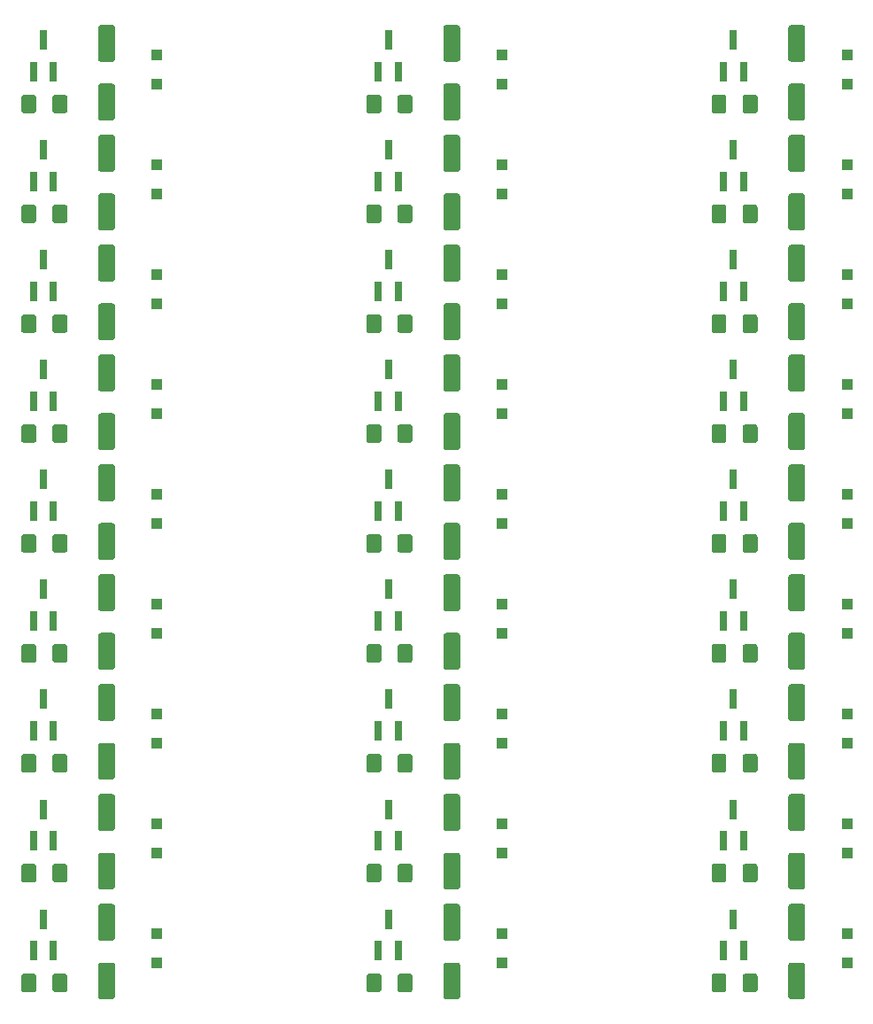
<source format=gbr>
G04 #@! TF.GenerationSoftware,KiCad,Pcbnew,(5.1.2)-2*
G04 #@! TF.CreationDate,2019-09-09T20:55:06+02:00*
G04 #@! TF.ProjectId,solenoid-board-panel,736f6c65-6e6f-4696-942d-626f6172642d,rev?*
G04 #@! TF.SameCoordinates,Original*
G04 #@! TF.FileFunction,Paste,Top*
G04 #@! TF.FilePolarity,Positive*
%FSLAX46Y46*%
G04 Gerber Fmt 4.6, Leading zero omitted, Abs format (unit mm)*
G04 Created by KiCad (PCBNEW (5.1.2)-2) date 2019-09-09 20:55:06*
%MOMM*%
%LPD*%
G04 APERTURE LIST*
%ADD10C,0.100000*%
%ADD11C,1.425000*%
%ADD12C,1.600000*%
%ADD13R,0.800000X1.900000*%
%ADD14R,1.100000X1.100000*%
G04 APERTURE END LIST*
D10*
G36*
X88099504Y-101376204D02*
G01*
X88123773Y-101379804D01*
X88147571Y-101385765D01*
X88170671Y-101394030D01*
X88192849Y-101404520D01*
X88213893Y-101417133D01*
X88233598Y-101431747D01*
X88251777Y-101448223D01*
X88268253Y-101466402D01*
X88282867Y-101486107D01*
X88295480Y-101507151D01*
X88305970Y-101529329D01*
X88314235Y-101552429D01*
X88320196Y-101576227D01*
X88323796Y-101600496D01*
X88325000Y-101625000D01*
X88325000Y-102875000D01*
X88323796Y-102899504D01*
X88320196Y-102923773D01*
X88314235Y-102947571D01*
X88305970Y-102970671D01*
X88295480Y-102992849D01*
X88282867Y-103013893D01*
X88268253Y-103033598D01*
X88251777Y-103051777D01*
X88233598Y-103068253D01*
X88213893Y-103082867D01*
X88192849Y-103095480D01*
X88170671Y-103105970D01*
X88147571Y-103114235D01*
X88123773Y-103120196D01*
X88099504Y-103123796D01*
X88075000Y-103125000D01*
X87150000Y-103125000D01*
X87125496Y-103123796D01*
X87101227Y-103120196D01*
X87077429Y-103114235D01*
X87054329Y-103105970D01*
X87032151Y-103095480D01*
X87011107Y-103082867D01*
X86991402Y-103068253D01*
X86973223Y-103051777D01*
X86956747Y-103033598D01*
X86942133Y-103013893D01*
X86929520Y-102992849D01*
X86919030Y-102970671D01*
X86910765Y-102947571D01*
X86904804Y-102923773D01*
X86901204Y-102899504D01*
X86900000Y-102875000D01*
X86900000Y-101625000D01*
X86901204Y-101600496D01*
X86904804Y-101576227D01*
X86910765Y-101552429D01*
X86919030Y-101529329D01*
X86929520Y-101507151D01*
X86942133Y-101486107D01*
X86956747Y-101466402D01*
X86973223Y-101448223D01*
X86991402Y-101431747D01*
X87011107Y-101417133D01*
X87032151Y-101404520D01*
X87054329Y-101394030D01*
X87077429Y-101385765D01*
X87101227Y-101379804D01*
X87125496Y-101376204D01*
X87150000Y-101375000D01*
X88075000Y-101375000D01*
X88099504Y-101376204D01*
X88099504Y-101376204D01*
G37*
D11*
X87612500Y-102250000D03*
D10*
G36*
X91074504Y-101376204D02*
G01*
X91098773Y-101379804D01*
X91122571Y-101385765D01*
X91145671Y-101394030D01*
X91167849Y-101404520D01*
X91188893Y-101417133D01*
X91208598Y-101431747D01*
X91226777Y-101448223D01*
X91243253Y-101466402D01*
X91257867Y-101486107D01*
X91270480Y-101507151D01*
X91280970Y-101529329D01*
X91289235Y-101552429D01*
X91295196Y-101576227D01*
X91298796Y-101600496D01*
X91300000Y-101625000D01*
X91300000Y-102875000D01*
X91298796Y-102899504D01*
X91295196Y-102923773D01*
X91289235Y-102947571D01*
X91280970Y-102970671D01*
X91270480Y-102992849D01*
X91257867Y-103013893D01*
X91243253Y-103033598D01*
X91226777Y-103051777D01*
X91208598Y-103068253D01*
X91188893Y-103082867D01*
X91167849Y-103095480D01*
X91145671Y-103105970D01*
X91122571Y-103114235D01*
X91098773Y-103120196D01*
X91074504Y-103123796D01*
X91050000Y-103125000D01*
X90125000Y-103125000D01*
X90100496Y-103123796D01*
X90076227Y-103120196D01*
X90052429Y-103114235D01*
X90029329Y-103105970D01*
X90007151Y-103095480D01*
X89986107Y-103082867D01*
X89966402Y-103068253D01*
X89948223Y-103051777D01*
X89931747Y-103033598D01*
X89917133Y-103013893D01*
X89904520Y-102992849D01*
X89894030Y-102970671D01*
X89885765Y-102947571D01*
X89879804Y-102923773D01*
X89876204Y-102899504D01*
X89875000Y-102875000D01*
X89875000Y-101625000D01*
X89876204Y-101600496D01*
X89879804Y-101576227D01*
X89885765Y-101552429D01*
X89894030Y-101529329D01*
X89904520Y-101507151D01*
X89917133Y-101486107D01*
X89931747Y-101466402D01*
X89948223Y-101448223D01*
X89966402Y-101431747D01*
X89986107Y-101417133D01*
X90007151Y-101404520D01*
X90029329Y-101394030D01*
X90052429Y-101385765D01*
X90076227Y-101379804D01*
X90100496Y-101376204D01*
X90125000Y-101375000D01*
X91050000Y-101375000D01*
X91074504Y-101376204D01*
X91074504Y-101376204D01*
G37*
D11*
X90587500Y-102250000D03*
D10*
G36*
X55099504Y-101376204D02*
G01*
X55123773Y-101379804D01*
X55147571Y-101385765D01*
X55170671Y-101394030D01*
X55192849Y-101404520D01*
X55213893Y-101417133D01*
X55233598Y-101431747D01*
X55251777Y-101448223D01*
X55268253Y-101466402D01*
X55282867Y-101486107D01*
X55295480Y-101507151D01*
X55305970Y-101529329D01*
X55314235Y-101552429D01*
X55320196Y-101576227D01*
X55323796Y-101600496D01*
X55325000Y-101625000D01*
X55325000Y-102875000D01*
X55323796Y-102899504D01*
X55320196Y-102923773D01*
X55314235Y-102947571D01*
X55305970Y-102970671D01*
X55295480Y-102992849D01*
X55282867Y-103013893D01*
X55268253Y-103033598D01*
X55251777Y-103051777D01*
X55233598Y-103068253D01*
X55213893Y-103082867D01*
X55192849Y-103095480D01*
X55170671Y-103105970D01*
X55147571Y-103114235D01*
X55123773Y-103120196D01*
X55099504Y-103123796D01*
X55075000Y-103125000D01*
X54150000Y-103125000D01*
X54125496Y-103123796D01*
X54101227Y-103120196D01*
X54077429Y-103114235D01*
X54054329Y-103105970D01*
X54032151Y-103095480D01*
X54011107Y-103082867D01*
X53991402Y-103068253D01*
X53973223Y-103051777D01*
X53956747Y-103033598D01*
X53942133Y-103013893D01*
X53929520Y-102992849D01*
X53919030Y-102970671D01*
X53910765Y-102947571D01*
X53904804Y-102923773D01*
X53901204Y-102899504D01*
X53900000Y-102875000D01*
X53900000Y-101625000D01*
X53901204Y-101600496D01*
X53904804Y-101576227D01*
X53910765Y-101552429D01*
X53919030Y-101529329D01*
X53929520Y-101507151D01*
X53942133Y-101486107D01*
X53956747Y-101466402D01*
X53973223Y-101448223D01*
X53991402Y-101431747D01*
X54011107Y-101417133D01*
X54032151Y-101404520D01*
X54054329Y-101394030D01*
X54077429Y-101385765D01*
X54101227Y-101379804D01*
X54125496Y-101376204D01*
X54150000Y-101375000D01*
X55075000Y-101375000D01*
X55099504Y-101376204D01*
X55099504Y-101376204D01*
G37*
D11*
X54612500Y-102250000D03*
D10*
G36*
X58074504Y-101376204D02*
G01*
X58098773Y-101379804D01*
X58122571Y-101385765D01*
X58145671Y-101394030D01*
X58167849Y-101404520D01*
X58188893Y-101417133D01*
X58208598Y-101431747D01*
X58226777Y-101448223D01*
X58243253Y-101466402D01*
X58257867Y-101486107D01*
X58270480Y-101507151D01*
X58280970Y-101529329D01*
X58289235Y-101552429D01*
X58295196Y-101576227D01*
X58298796Y-101600496D01*
X58300000Y-101625000D01*
X58300000Y-102875000D01*
X58298796Y-102899504D01*
X58295196Y-102923773D01*
X58289235Y-102947571D01*
X58280970Y-102970671D01*
X58270480Y-102992849D01*
X58257867Y-103013893D01*
X58243253Y-103033598D01*
X58226777Y-103051777D01*
X58208598Y-103068253D01*
X58188893Y-103082867D01*
X58167849Y-103095480D01*
X58145671Y-103105970D01*
X58122571Y-103114235D01*
X58098773Y-103120196D01*
X58074504Y-103123796D01*
X58050000Y-103125000D01*
X57125000Y-103125000D01*
X57100496Y-103123796D01*
X57076227Y-103120196D01*
X57052429Y-103114235D01*
X57029329Y-103105970D01*
X57007151Y-103095480D01*
X56986107Y-103082867D01*
X56966402Y-103068253D01*
X56948223Y-103051777D01*
X56931747Y-103033598D01*
X56917133Y-103013893D01*
X56904520Y-102992849D01*
X56894030Y-102970671D01*
X56885765Y-102947571D01*
X56879804Y-102923773D01*
X56876204Y-102899504D01*
X56875000Y-102875000D01*
X56875000Y-101625000D01*
X56876204Y-101600496D01*
X56879804Y-101576227D01*
X56885765Y-101552429D01*
X56894030Y-101529329D01*
X56904520Y-101507151D01*
X56917133Y-101486107D01*
X56931747Y-101466402D01*
X56948223Y-101448223D01*
X56966402Y-101431747D01*
X56986107Y-101417133D01*
X57007151Y-101404520D01*
X57029329Y-101394030D01*
X57052429Y-101385765D01*
X57076227Y-101379804D01*
X57100496Y-101376204D01*
X57125000Y-101375000D01*
X58050000Y-101375000D01*
X58074504Y-101376204D01*
X58074504Y-101376204D01*
G37*
D11*
X57587500Y-102250000D03*
D10*
G36*
X22099504Y-101376204D02*
G01*
X22123773Y-101379804D01*
X22147571Y-101385765D01*
X22170671Y-101394030D01*
X22192849Y-101404520D01*
X22213893Y-101417133D01*
X22233598Y-101431747D01*
X22251777Y-101448223D01*
X22268253Y-101466402D01*
X22282867Y-101486107D01*
X22295480Y-101507151D01*
X22305970Y-101529329D01*
X22314235Y-101552429D01*
X22320196Y-101576227D01*
X22323796Y-101600496D01*
X22325000Y-101625000D01*
X22325000Y-102875000D01*
X22323796Y-102899504D01*
X22320196Y-102923773D01*
X22314235Y-102947571D01*
X22305970Y-102970671D01*
X22295480Y-102992849D01*
X22282867Y-103013893D01*
X22268253Y-103033598D01*
X22251777Y-103051777D01*
X22233598Y-103068253D01*
X22213893Y-103082867D01*
X22192849Y-103095480D01*
X22170671Y-103105970D01*
X22147571Y-103114235D01*
X22123773Y-103120196D01*
X22099504Y-103123796D01*
X22075000Y-103125000D01*
X21150000Y-103125000D01*
X21125496Y-103123796D01*
X21101227Y-103120196D01*
X21077429Y-103114235D01*
X21054329Y-103105970D01*
X21032151Y-103095480D01*
X21011107Y-103082867D01*
X20991402Y-103068253D01*
X20973223Y-103051777D01*
X20956747Y-103033598D01*
X20942133Y-103013893D01*
X20929520Y-102992849D01*
X20919030Y-102970671D01*
X20910765Y-102947571D01*
X20904804Y-102923773D01*
X20901204Y-102899504D01*
X20900000Y-102875000D01*
X20900000Y-101625000D01*
X20901204Y-101600496D01*
X20904804Y-101576227D01*
X20910765Y-101552429D01*
X20919030Y-101529329D01*
X20929520Y-101507151D01*
X20942133Y-101486107D01*
X20956747Y-101466402D01*
X20973223Y-101448223D01*
X20991402Y-101431747D01*
X21011107Y-101417133D01*
X21032151Y-101404520D01*
X21054329Y-101394030D01*
X21077429Y-101385765D01*
X21101227Y-101379804D01*
X21125496Y-101376204D01*
X21150000Y-101375000D01*
X22075000Y-101375000D01*
X22099504Y-101376204D01*
X22099504Y-101376204D01*
G37*
D11*
X21612500Y-102250000D03*
D10*
G36*
X25074504Y-101376204D02*
G01*
X25098773Y-101379804D01*
X25122571Y-101385765D01*
X25145671Y-101394030D01*
X25167849Y-101404520D01*
X25188893Y-101417133D01*
X25208598Y-101431747D01*
X25226777Y-101448223D01*
X25243253Y-101466402D01*
X25257867Y-101486107D01*
X25270480Y-101507151D01*
X25280970Y-101529329D01*
X25289235Y-101552429D01*
X25295196Y-101576227D01*
X25298796Y-101600496D01*
X25300000Y-101625000D01*
X25300000Y-102875000D01*
X25298796Y-102899504D01*
X25295196Y-102923773D01*
X25289235Y-102947571D01*
X25280970Y-102970671D01*
X25270480Y-102992849D01*
X25257867Y-103013893D01*
X25243253Y-103033598D01*
X25226777Y-103051777D01*
X25208598Y-103068253D01*
X25188893Y-103082867D01*
X25167849Y-103095480D01*
X25145671Y-103105970D01*
X25122571Y-103114235D01*
X25098773Y-103120196D01*
X25074504Y-103123796D01*
X25050000Y-103125000D01*
X24125000Y-103125000D01*
X24100496Y-103123796D01*
X24076227Y-103120196D01*
X24052429Y-103114235D01*
X24029329Y-103105970D01*
X24007151Y-103095480D01*
X23986107Y-103082867D01*
X23966402Y-103068253D01*
X23948223Y-103051777D01*
X23931747Y-103033598D01*
X23917133Y-103013893D01*
X23904520Y-102992849D01*
X23894030Y-102970671D01*
X23885765Y-102947571D01*
X23879804Y-102923773D01*
X23876204Y-102899504D01*
X23875000Y-102875000D01*
X23875000Y-101625000D01*
X23876204Y-101600496D01*
X23879804Y-101576227D01*
X23885765Y-101552429D01*
X23894030Y-101529329D01*
X23904520Y-101507151D01*
X23917133Y-101486107D01*
X23931747Y-101466402D01*
X23948223Y-101448223D01*
X23966402Y-101431747D01*
X23986107Y-101417133D01*
X24007151Y-101404520D01*
X24029329Y-101394030D01*
X24052429Y-101385765D01*
X24076227Y-101379804D01*
X24100496Y-101376204D01*
X24125000Y-101375000D01*
X25050000Y-101375000D01*
X25074504Y-101376204D01*
X25074504Y-101376204D01*
G37*
D11*
X24587500Y-102250000D03*
D10*
G36*
X88099504Y-90876204D02*
G01*
X88123773Y-90879804D01*
X88147571Y-90885765D01*
X88170671Y-90894030D01*
X88192849Y-90904520D01*
X88213893Y-90917133D01*
X88233598Y-90931747D01*
X88251777Y-90948223D01*
X88268253Y-90966402D01*
X88282867Y-90986107D01*
X88295480Y-91007151D01*
X88305970Y-91029329D01*
X88314235Y-91052429D01*
X88320196Y-91076227D01*
X88323796Y-91100496D01*
X88325000Y-91125000D01*
X88325000Y-92375000D01*
X88323796Y-92399504D01*
X88320196Y-92423773D01*
X88314235Y-92447571D01*
X88305970Y-92470671D01*
X88295480Y-92492849D01*
X88282867Y-92513893D01*
X88268253Y-92533598D01*
X88251777Y-92551777D01*
X88233598Y-92568253D01*
X88213893Y-92582867D01*
X88192849Y-92595480D01*
X88170671Y-92605970D01*
X88147571Y-92614235D01*
X88123773Y-92620196D01*
X88099504Y-92623796D01*
X88075000Y-92625000D01*
X87150000Y-92625000D01*
X87125496Y-92623796D01*
X87101227Y-92620196D01*
X87077429Y-92614235D01*
X87054329Y-92605970D01*
X87032151Y-92595480D01*
X87011107Y-92582867D01*
X86991402Y-92568253D01*
X86973223Y-92551777D01*
X86956747Y-92533598D01*
X86942133Y-92513893D01*
X86929520Y-92492849D01*
X86919030Y-92470671D01*
X86910765Y-92447571D01*
X86904804Y-92423773D01*
X86901204Y-92399504D01*
X86900000Y-92375000D01*
X86900000Y-91125000D01*
X86901204Y-91100496D01*
X86904804Y-91076227D01*
X86910765Y-91052429D01*
X86919030Y-91029329D01*
X86929520Y-91007151D01*
X86942133Y-90986107D01*
X86956747Y-90966402D01*
X86973223Y-90948223D01*
X86991402Y-90931747D01*
X87011107Y-90917133D01*
X87032151Y-90904520D01*
X87054329Y-90894030D01*
X87077429Y-90885765D01*
X87101227Y-90879804D01*
X87125496Y-90876204D01*
X87150000Y-90875000D01*
X88075000Y-90875000D01*
X88099504Y-90876204D01*
X88099504Y-90876204D01*
G37*
D11*
X87612500Y-91750000D03*
D10*
G36*
X91074504Y-90876204D02*
G01*
X91098773Y-90879804D01*
X91122571Y-90885765D01*
X91145671Y-90894030D01*
X91167849Y-90904520D01*
X91188893Y-90917133D01*
X91208598Y-90931747D01*
X91226777Y-90948223D01*
X91243253Y-90966402D01*
X91257867Y-90986107D01*
X91270480Y-91007151D01*
X91280970Y-91029329D01*
X91289235Y-91052429D01*
X91295196Y-91076227D01*
X91298796Y-91100496D01*
X91300000Y-91125000D01*
X91300000Y-92375000D01*
X91298796Y-92399504D01*
X91295196Y-92423773D01*
X91289235Y-92447571D01*
X91280970Y-92470671D01*
X91270480Y-92492849D01*
X91257867Y-92513893D01*
X91243253Y-92533598D01*
X91226777Y-92551777D01*
X91208598Y-92568253D01*
X91188893Y-92582867D01*
X91167849Y-92595480D01*
X91145671Y-92605970D01*
X91122571Y-92614235D01*
X91098773Y-92620196D01*
X91074504Y-92623796D01*
X91050000Y-92625000D01*
X90125000Y-92625000D01*
X90100496Y-92623796D01*
X90076227Y-92620196D01*
X90052429Y-92614235D01*
X90029329Y-92605970D01*
X90007151Y-92595480D01*
X89986107Y-92582867D01*
X89966402Y-92568253D01*
X89948223Y-92551777D01*
X89931747Y-92533598D01*
X89917133Y-92513893D01*
X89904520Y-92492849D01*
X89894030Y-92470671D01*
X89885765Y-92447571D01*
X89879804Y-92423773D01*
X89876204Y-92399504D01*
X89875000Y-92375000D01*
X89875000Y-91125000D01*
X89876204Y-91100496D01*
X89879804Y-91076227D01*
X89885765Y-91052429D01*
X89894030Y-91029329D01*
X89904520Y-91007151D01*
X89917133Y-90986107D01*
X89931747Y-90966402D01*
X89948223Y-90948223D01*
X89966402Y-90931747D01*
X89986107Y-90917133D01*
X90007151Y-90904520D01*
X90029329Y-90894030D01*
X90052429Y-90885765D01*
X90076227Y-90879804D01*
X90100496Y-90876204D01*
X90125000Y-90875000D01*
X91050000Y-90875000D01*
X91074504Y-90876204D01*
X91074504Y-90876204D01*
G37*
D11*
X90587500Y-91750000D03*
D10*
G36*
X55099504Y-90876204D02*
G01*
X55123773Y-90879804D01*
X55147571Y-90885765D01*
X55170671Y-90894030D01*
X55192849Y-90904520D01*
X55213893Y-90917133D01*
X55233598Y-90931747D01*
X55251777Y-90948223D01*
X55268253Y-90966402D01*
X55282867Y-90986107D01*
X55295480Y-91007151D01*
X55305970Y-91029329D01*
X55314235Y-91052429D01*
X55320196Y-91076227D01*
X55323796Y-91100496D01*
X55325000Y-91125000D01*
X55325000Y-92375000D01*
X55323796Y-92399504D01*
X55320196Y-92423773D01*
X55314235Y-92447571D01*
X55305970Y-92470671D01*
X55295480Y-92492849D01*
X55282867Y-92513893D01*
X55268253Y-92533598D01*
X55251777Y-92551777D01*
X55233598Y-92568253D01*
X55213893Y-92582867D01*
X55192849Y-92595480D01*
X55170671Y-92605970D01*
X55147571Y-92614235D01*
X55123773Y-92620196D01*
X55099504Y-92623796D01*
X55075000Y-92625000D01*
X54150000Y-92625000D01*
X54125496Y-92623796D01*
X54101227Y-92620196D01*
X54077429Y-92614235D01*
X54054329Y-92605970D01*
X54032151Y-92595480D01*
X54011107Y-92582867D01*
X53991402Y-92568253D01*
X53973223Y-92551777D01*
X53956747Y-92533598D01*
X53942133Y-92513893D01*
X53929520Y-92492849D01*
X53919030Y-92470671D01*
X53910765Y-92447571D01*
X53904804Y-92423773D01*
X53901204Y-92399504D01*
X53900000Y-92375000D01*
X53900000Y-91125000D01*
X53901204Y-91100496D01*
X53904804Y-91076227D01*
X53910765Y-91052429D01*
X53919030Y-91029329D01*
X53929520Y-91007151D01*
X53942133Y-90986107D01*
X53956747Y-90966402D01*
X53973223Y-90948223D01*
X53991402Y-90931747D01*
X54011107Y-90917133D01*
X54032151Y-90904520D01*
X54054329Y-90894030D01*
X54077429Y-90885765D01*
X54101227Y-90879804D01*
X54125496Y-90876204D01*
X54150000Y-90875000D01*
X55075000Y-90875000D01*
X55099504Y-90876204D01*
X55099504Y-90876204D01*
G37*
D11*
X54612500Y-91750000D03*
D10*
G36*
X58074504Y-90876204D02*
G01*
X58098773Y-90879804D01*
X58122571Y-90885765D01*
X58145671Y-90894030D01*
X58167849Y-90904520D01*
X58188893Y-90917133D01*
X58208598Y-90931747D01*
X58226777Y-90948223D01*
X58243253Y-90966402D01*
X58257867Y-90986107D01*
X58270480Y-91007151D01*
X58280970Y-91029329D01*
X58289235Y-91052429D01*
X58295196Y-91076227D01*
X58298796Y-91100496D01*
X58300000Y-91125000D01*
X58300000Y-92375000D01*
X58298796Y-92399504D01*
X58295196Y-92423773D01*
X58289235Y-92447571D01*
X58280970Y-92470671D01*
X58270480Y-92492849D01*
X58257867Y-92513893D01*
X58243253Y-92533598D01*
X58226777Y-92551777D01*
X58208598Y-92568253D01*
X58188893Y-92582867D01*
X58167849Y-92595480D01*
X58145671Y-92605970D01*
X58122571Y-92614235D01*
X58098773Y-92620196D01*
X58074504Y-92623796D01*
X58050000Y-92625000D01*
X57125000Y-92625000D01*
X57100496Y-92623796D01*
X57076227Y-92620196D01*
X57052429Y-92614235D01*
X57029329Y-92605970D01*
X57007151Y-92595480D01*
X56986107Y-92582867D01*
X56966402Y-92568253D01*
X56948223Y-92551777D01*
X56931747Y-92533598D01*
X56917133Y-92513893D01*
X56904520Y-92492849D01*
X56894030Y-92470671D01*
X56885765Y-92447571D01*
X56879804Y-92423773D01*
X56876204Y-92399504D01*
X56875000Y-92375000D01*
X56875000Y-91125000D01*
X56876204Y-91100496D01*
X56879804Y-91076227D01*
X56885765Y-91052429D01*
X56894030Y-91029329D01*
X56904520Y-91007151D01*
X56917133Y-90986107D01*
X56931747Y-90966402D01*
X56948223Y-90948223D01*
X56966402Y-90931747D01*
X56986107Y-90917133D01*
X57007151Y-90904520D01*
X57029329Y-90894030D01*
X57052429Y-90885765D01*
X57076227Y-90879804D01*
X57100496Y-90876204D01*
X57125000Y-90875000D01*
X58050000Y-90875000D01*
X58074504Y-90876204D01*
X58074504Y-90876204D01*
G37*
D11*
X57587500Y-91750000D03*
D10*
G36*
X22099504Y-90876204D02*
G01*
X22123773Y-90879804D01*
X22147571Y-90885765D01*
X22170671Y-90894030D01*
X22192849Y-90904520D01*
X22213893Y-90917133D01*
X22233598Y-90931747D01*
X22251777Y-90948223D01*
X22268253Y-90966402D01*
X22282867Y-90986107D01*
X22295480Y-91007151D01*
X22305970Y-91029329D01*
X22314235Y-91052429D01*
X22320196Y-91076227D01*
X22323796Y-91100496D01*
X22325000Y-91125000D01*
X22325000Y-92375000D01*
X22323796Y-92399504D01*
X22320196Y-92423773D01*
X22314235Y-92447571D01*
X22305970Y-92470671D01*
X22295480Y-92492849D01*
X22282867Y-92513893D01*
X22268253Y-92533598D01*
X22251777Y-92551777D01*
X22233598Y-92568253D01*
X22213893Y-92582867D01*
X22192849Y-92595480D01*
X22170671Y-92605970D01*
X22147571Y-92614235D01*
X22123773Y-92620196D01*
X22099504Y-92623796D01*
X22075000Y-92625000D01*
X21150000Y-92625000D01*
X21125496Y-92623796D01*
X21101227Y-92620196D01*
X21077429Y-92614235D01*
X21054329Y-92605970D01*
X21032151Y-92595480D01*
X21011107Y-92582867D01*
X20991402Y-92568253D01*
X20973223Y-92551777D01*
X20956747Y-92533598D01*
X20942133Y-92513893D01*
X20929520Y-92492849D01*
X20919030Y-92470671D01*
X20910765Y-92447571D01*
X20904804Y-92423773D01*
X20901204Y-92399504D01*
X20900000Y-92375000D01*
X20900000Y-91125000D01*
X20901204Y-91100496D01*
X20904804Y-91076227D01*
X20910765Y-91052429D01*
X20919030Y-91029329D01*
X20929520Y-91007151D01*
X20942133Y-90986107D01*
X20956747Y-90966402D01*
X20973223Y-90948223D01*
X20991402Y-90931747D01*
X21011107Y-90917133D01*
X21032151Y-90904520D01*
X21054329Y-90894030D01*
X21077429Y-90885765D01*
X21101227Y-90879804D01*
X21125496Y-90876204D01*
X21150000Y-90875000D01*
X22075000Y-90875000D01*
X22099504Y-90876204D01*
X22099504Y-90876204D01*
G37*
D11*
X21612500Y-91750000D03*
D10*
G36*
X25074504Y-90876204D02*
G01*
X25098773Y-90879804D01*
X25122571Y-90885765D01*
X25145671Y-90894030D01*
X25167849Y-90904520D01*
X25188893Y-90917133D01*
X25208598Y-90931747D01*
X25226777Y-90948223D01*
X25243253Y-90966402D01*
X25257867Y-90986107D01*
X25270480Y-91007151D01*
X25280970Y-91029329D01*
X25289235Y-91052429D01*
X25295196Y-91076227D01*
X25298796Y-91100496D01*
X25300000Y-91125000D01*
X25300000Y-92375000D01*
X25298796Y-92399504D01*
X25295196Y-92423773D01*
X25289235Y-92447571D01*
X25280970Y-92470671D01*
X25270480Y-92492849D01*
X25257867Y-92513893D01*
X25243253Y-92533598D01*
X25226777Y-92551777D01*
X25208598Y-92568253D01*
X25188893Y-92582867D01*
X25167849Y-92595480D01*
X25145671Y-92605970D01*
X25122571Y-92614235D01*
X25098773Y-92620196D01*
X25074504Y-92623796D01*
X25050000Y-92625000D01*
X24125000Y-92625000D01*
X24100496Y-92623796D01*
X24076227Y-92620196D01*
X24052429Y-92614235D01*
X24029329Y-92605970D01*
X24007151Y-92595480D01*
X23986107Y-92582867D01*
X23966402Y-92568253D01*
X23948223Y-92551777D01*
X23931747Y-92533598D01*
X23917133Y-92513893D01*
X23904520Y-92492849D01*
X23894030Y-92470671D01*
X23885765Y-92447571D01*
X23879804Y-92423773D01*
X23876204Y-92399504D01*
X23875000Y-92375000D01*
X23875000Y-91125000D01*
X23876204Y-91100496D01*
X23879804Y-91076227D01*
X23885765Y-91052429D01*
X23894030Y-91029329D01*
X23904520Y-91007151D01*
X23917133Y-90986107D01*
X23931747Y-90966402D01*
X23948223Y-90948223D01*
X23966402Y-90931747D01*
X23986107Y-90917133D01*
X24007151Y-90904520D01*
X24029329Y-90894030D01*
X24052429Y-90885765D01*
X24076227Y-90879804D01*
X24100496Y-90876204D01*
X24125000Y-90875000D01*
X25050000Y-90875000D01*
X25074504Y-90876204D01*
X25074504Y-90876204D01*
G37*
D11*
X24587500Y-91750000D03*
D10*
G36*
X88099504Y-80376204D02*
G01*
X88123773Y-80379804D01*
X88147571Y-80385765D01*
X88170671Y-80394030D01*
X88192849Y-80404520D01*
X88213893Y-80417133D01*
X88233598Y-80431747D01*
X88251777Y-80448223D01*
X88268253Y-80466402D01*
X88282867Y-80486107D01*
X88295480Y-80507151D01*
X88305970Y-80529329D01*
X88314235Y-80552429D01*
X88320196Y-80576227D01*
X88323796Y-80600496D01*
X88325000Y-80625000D01*
X88325000Y-81875000D01*
X88323796Y-81899504D01*
X88320196Y-81923773D01*
X88314235Y-81947571D01*
X88305970Y-81970671D01*
X88295480Y-81992849D01*
X88282867Y-82013893D01*
X88268253Y-82033598D01*
X88251777Y-82051777D01*
X88233598Y-82068253D01*
X88213893Y-82082867D01*
X88192849Y-82095480D01*
X88170671Y-82105970D01*
X88147571Y-82114235D01*
X88123773Y-82120196D01*
X88099504Y-82123796D01*
X88075000Y-82125000D01*
X87150000Y-82125000D01*
X87125496Y-82123796D01*
X87101227Y-82120196D01*
X87077429Y-82114235D01*
X87054329Y-82105970D01*
X87032151Y-82095480D01*
X87011107Y-82082867D01*
X86991402Y-82068253D01*
X86973223Y-82051777D01*
X86956747Y-82033598D01*
X86942133Y-82013893D01*
X86929520Y-81992849D01*
X86919030Y-81970671D01*
X86910765Y-81947571D01*
X86904804Y-81923773D01*
X86901204Y-81899504D01*
X86900000Y-81875000D01*
X86900000Y-80625000D01*
X86901204Y-80600496D01*
X86904804Y-80576227D01*
X86910765Y-80552429D01*
X86919030Y-80529329D01*
X86929520Y-80507151D01*
X86942133Y-80486107D01*
X86956747Y-80466402D01*
X86973223Y-80448223D01*
X86991402Y-80431747D01*
X87011107Y-80417133D01*
X87032151Y-80404520D01*
X87054329Y-80394030D01*
X87077429Y-80385765D01*
X87101227Y-80379804D01*
X87125496Y-80376204D01*
X87150000Y-80375000D01*
X88075000Y-80375000D01*
X88099504Y-80376204D01*
X88099504Y-80376204D01*
G37*
D11*
X87612500Y-81250000D03*
D10*
G36*
X91074504Y-80376204D02*
G01*
X91098773Y-80379804D01*
X91122571Y-80385765D01*
X91145671Y-80394030D01*
X91167849Y-80404520D01*
X91188893Y-80417133D01*
X91208598Y-80431747D01*
X91226777Y-80448223D01*
X91243253Y-80466402D01*
X91257867Y-80486107D01*
X91270480Y-80507151D01*
X91280970Y-80529329D01*
X91289235Y-80552429D01*
X91295196Y-80576227D01*
X91298796Y-80600496D01*
X91300000Y-80625000D01*
X91300000Y-81875000D01*
X91298796Y-81899504D01*
X91295196Y-81923773D01*
X91289235Y-81947571D01*
X91280970Y-81970671D01*
X91270480Y-81992849D01*
X91257867Y-82013893D01*
X91243253Y-82033598D01*
X91226777Y-82051777D01*
X91208598Y-82068253D01*
X91188893Y-82082867D01*
X91167849Y-82095480D01*
X91145671Y-82105970D01*
X91122571Y-82114235D01*
X91098773Y-82120196D01*
X91074504Y-82123796D01*
X91050000Y-82125000D01*
X90125000Y-82125000D01*
X90100496Y-82123796D01*
X90076227Y-82120196D01*
X90052429Y-82114235D01*
X90029329Y-82105970D01*
X90007151Y-82095480D01*
X89986107Y-82082867D01*
X89966402Y-82068253D01*
X89948223Y-82051777D01*
X89931747Y-82033598D01*
X89917133Y-82013893D01*
X89904520Y-81992849D01*
X89894030Y-81970671D01*
X89885765Y-81947571D01*
X89879804Y-81923773D01*
X89876204Y-81899504D01*
X89875000Y-81875000D01*
X89875000Y-80625000D01*
X89876204Y-80600496D01*
X89879804Y-80576227D01*
X89885765Y-80552429D01*
X89894030Y-80529329D01*
X89904520Y-80507151D01*
X89917133Y-80486107D01*
X89931747Y-80466402D01*
X89948223Y-80448223D01*
X89966402Y-80431747D01*
X89986107Y-80417133D01*
X90007151Y-80404520D01*
X90029329Y-80394030D01*
X90052429Y-80385765D01*
X90076227Y-80379804D01*
X90100496Y-80376204D01*
X90125000Y-80375000D01*
X91050000Y-80375000D01*
X91074504Y-80376204D01*
X91074504Y-80376204D01*
G37*
D11*
X90587500Y-81250000D03*
D10*
G36*
X55099504Y-80376204D02*
G01*
X55123773Y-80379804D01*
X55147571Y-80385765D01*
X55170671Y-80394030D01*
X55192849Y-80404520D01*
X55213893Y-80417133D01*
X55233598Y-80431747D01*
X55251777Y-80448223D01*
X55268253Y-80466402D01*
X55282867Y-80486107D01*
X55295480Y-80507151D01*
X55305970Y-80529329D01*
X55314235Y-80552429D01*
X55320196Y-80576227D01*
X55323796Y-80600496D01*
X55325000Y-80625000D01*
X55325000Y-81875000D01*
X55323796Y-81899504D01*
X55320196Y-81923773D01*
X55314235Y-81947571D01*
X55305970Y-81970671D01*
X55295480Y-81992849D01*
X55282867Y-82013893D01*
X55268253Y-82033598D01*
X55251777Y-82051777D01*
X55233598Y-82068253D01*
X55213893Y-82082867D01*
X55192849Y-82095480D01*
X55170671Y-82105970D01*
X55147571Y-82114235D01*
X55123773Y-82120196D01*
X55099504Y-82123796D01*
X55075000Y-82125000D01*
X54150000Y-82125000D01*
X54125496Y-82123796D01*
X54101227Y-82120196D01*
X54077429Y-82114235D01*
X54054329Y-82105970D01*
X54032151Y-82095480D01*
X54011107Y-82082867D01*
X53991402Y-82068253D01*
X53973223Y-82051777D01*
X53956747Y-82033598D01*
X53942133Y-82013893D01*
X53929520Y-81992849D01*
X53919030Y-81970671D01*
X53910765Y-81947571D01*
X53904804Y-81923773D01*
X53901204Y-81899504D01*
X53900000Y-81875000D01*
X53900000Y-80625000D01*
X53901204Y-80600496D01*
X53904804Y-80576227D01*
X53910765Y-80552429D01*
X53919030Y-80529329D01*
X53929520Y-80507151D01*
X53942133Y-80486107D01*
X53956747Y-80466402D01*
X53973223Y-80448223D01*
X53991402Y-80431747D01*
X54011107Y-80417133D01*
X54032151Y-80404520D01*
X54054329Y-80394030D01*
X54077429Y-80385765D01*
X54101227Y-80379804D01*
X54125496Y-80376204D01*
X54150000Y-80375000D01*
X55075000Y-80375000D01*
X55099504Y-80376204D01*
X55099504Y-80376204D01*
G37*
D11*
X54612500Y-81250000D03*
D10*
G36*
X58074504Y-80376204D02*
G01*
X58098773Y-80379804D01*
X58122571Y-80385765D01*
X58145671Y-80394030D01*
X58167849Y-80404520D01*
X58188893Y-80417133D01*
X58208598Y-80431747D01*
X58226777Y-80448223D01*
X58243253Y-80466402D01*
X58257867Y-80486107D01*
X58270480Y-80507151D01*
X58280970Y-80529329D01*
X58289235Y-80552429D01*
X58295196Y-80576227D01*
X58298796Y-80600496D01*
X58300000Y-80625000D01*
X58300000Y-81875000D01*
X58298796Y-81899504D01*
X58295196Y-81923773D01*
X58289235Y-81947571D01*
X58280970Y-81970671D01*
X58270480Y-81992849D01*
X58257867Y-82013893D01*
X58243253Y-82033598D01*
X58226777Y-82051777D01*
X58208598Y-82068253D01*
X58188893Y-82082867D01*
X58167849Y-82095480D01*
X58145671Y-82105970D01*
X58122571Y-82114235D01*
X58098773Y-82120196D01*
X58074504Y-82123796D01*
X58050000Y-82125000D01*
X57125000Y-82125000D01*
X57100496Y-82123796D01*
X57076227Y-82120196D01*
X57052429Y-82114235D01*
X57029329Y-82105970D01*
X57007151Y-82095480D01*
X56986107Y-82082867D01*
X56966402Y-82068253D01*
X56948223Y-82051777D01*
X56931747Y-82033598D01*
X56917133Y-82013893D01*
X56904520Y-81992849D01*
X56894030Y-81970671D01*
X56885765Y-81947571D01*
X56879804Y-81923773D01*
X56876204Y-81899504D01*
X56875000Y-81875000D01*
X56875000Y-80625000D01*
X56876204Y-80600496D01*
X56879804Y-80576227D01*
X56885765Y-80552429D01*
X56894030Y-80529329D01*
X56904520Y-80507151D01*
X56917133Y-80486107D01*
X56931747Y-80466402D01*
X56948223Y-80448223D01*
X56966402Y-80431747D01*
X56986107Y-80417133D01*
X57007151Y-80404520D01*
X57029329Y-80394030D01*
X57052429Y-80385765D01*
X57076227Y-80379804D01*
X57100496Y-80376204D01*
X57125000Y-80375000D01*
X58050000Y-80375000D01*
X58074504Y-80376204D01*
X58074504Y-80376204D01*
G37*
D11*
X57587500Y-81250000D03*
D10*
G36*
X22099504Y-80376204D02*
G01*
X22123773Y-80379804D01*
X22147571Y-80385765D01*
X22170671Y-80394030D01*
X22192849Y-80404520D01*
X22213893Y-80417133D01*
X22233598Y-80431747D01*
X22251777Y-80448223D01*
X22268253Y-80466402D01*
X22282867Y-80486107D01*
X22295480Y-80507151D01*
X22305970Y-80529329D01*
X22314235Y-80552429D01*
X22320196Y-80576227D01*
X22323796Y-80600496D01*
X22325000Y-80625000D01*
X22325000Y-81875000D01*
X22323796Y-81899504D01*
X22320196Y-81923773D01*
X22314235Y-81947571D01*
X22305970Y-81970671D01*
X22295480Y-81992849D01*
X22282867Y-82013893D01*
X22268253Y-82033598D01*
X22251777Y-82051777D01*
X22233598Y-82068253D01*
X22213893Y-82082867D01*
X22192849Y-82095480D01*
X22170671Y-82105970D01*
X22147571Y-82114235D01*
X22123773Y-82120196D01*
X22099504Y-82123796D01*
X22075000Y-82125000D01*
X21150000Y-82125000D01*
X21125496Y-82123796D01*
X21101227Y-82120196D01*
X21077429Y-82114235D01*
X21054329Y-82105970D01*
X21032151Y-82095480D01*
X21011107Y-82082867D01*
X20991402Y-82068253D01*
X20973223Y-82051777D01*
X20956747Y-82033598D01*
X20942133Y-82013893D01*
X20929520Y-81992849D01*
X20919030Y-81970671D01*
X20910765Y-81947571D01*
X20904804Y-81923773D01*
X20901204Y-81899504D01*
X20900000Y-81875000D01*
X20900000Y-80625000D01*
X20901204Y-80600496D01*
X20904804Y-80576227D01*
X20910765Y-80552429D01*
X20919030Y-80529329D01*
X20929520Y-80507151D01*
X20942133Y-80486107D01*
X20956747Y-80466402D01*
X20973223Y-80448223D01*
X20991402Y-80431747D01*
X21011107Y-80417133D01*
X21032151Y-80404520D01*
X21054329Y-80394030D01*
X21077429Y-80385765D01*
X21101227Y-80379804D01*
X21125496Y-80376204D01*
X21150000Y-80375000D01*
X22075000Y-80375000D01*
X22099504Y-80376204D01*
X22099504Y-80376204D01*
G37*
D11*
X21612500Y-81250000D03*
D10*
G36*
X25074504Y-80376204D02*
G01*
X25098773Y-80379804D01*
X25122571Y-80385765D01*
X25145671Y-80394030D01*
X25167849Y-80404520D01*
X25188893Y-80417133D01*
X25208598Y-80431747D01*
X25226777Y-80448223D01*
X25243253Y-80466402D01*
X25257867Y-80486107D01*
X25270480Y-80507151D01*
X25280970Y-80529329D01*
X25289235Y-80552429D01*
X25295196Y-80576227D01*
X25298796Y-80600496D01*
X25300000Y-80625000D01*
X25300000Y-81875000D01*
X25298796Y-81899504D01*
X25295196Y-81923773D01*
X25289235Y-81947571D01*
X25280970Y-81970671D01*
X25270480Y-81992849D01*
X25257867Y-82013893D01*
X25243253Y-82033598D01*
X25226777Y-82051777D01*
X25208598Y-82068253D01*
X25188893Y-82082867D01*
X25167849Y-82095480D01*
X25145671Y-82105970D01*
X25122571Y-82114235D01*
X25098773Y-82120196D01*
X25074504Y-82123796D01*
X25050000Y-82125000D01*
X24125000Y-82125000D01*
X24100496Y-82123796D01*
X24076227Y-82120196D01*
X24052429Y-82114235D01*
X24029329Y-82105970D01*
X24007151Y-82095480D01*
X23986107Y-82082867D01*
X23966402Y-82068253D01*
X23948223Y-82051777D01*
X23931747Y-82033598D01*
X23917133Y-82013893D01*
X23904520Y-81992849D01*
X23894030Y-81970671D01*
X23885765Y-81947571D01*
X23879804Y-81923773D01*
X23876204Y-81899504D01*
X23875000Y-81875000D01*
X23875000Y-80625000D01*
X23876204Y-80600496D01*
X23879804Y-80576227D01*
X23885765Y-80552429D01*
X23894030Y-80529329D01*
X23904520Y-80507151D01*
X23917133Y-80486107D01*
X23931747Y-80466402D01*
X23948223Y-80448223D01*
X23966402Y-80431747D01*
X23986107Y-80417133D01*
X24007151Y-80404520D01*
X24029329Y-80394030D01*
X24052429Y-80385765D01*
X24076227Y-80379804D01*
X24100496Y-80376204D01*
X24125000Y-80375000D01*
X25050000Y-80375000D01*
X25074504Y-80376204D01*
X25074504Y-80376204D01*
G37*
D11*
X24587500Y-81250000D03*
D10*
G36*
X88099504Y-69876204D02*
G01*
X88123773Y-69879804D01*
X88147571Y-69885765D01*
X88170671Y-69894030D01*
X88192849Y-69904520D01*
X88213893Y-69917133D01*
X88233598Y-69931747D01*
X88251777Y-69948223D01*
X88268253Y-69966402D01*
X88282867Y-69986107D01*
X88295480Y-70007151D01*
X88305970Y-70029329D01*
X88314235Y-70052429D01*
X88320196Y-70076227D01*
X88323796Y-70100496D01*
X88325000Y-70125000D01*
X88325000Y-71375000D01*
X88323796Y-71399504D01*
X88320196Y-71423773D01*
X88314235Y-71447571D01*
X88305970Y-71470671D01*
X88295480Y-71492849D01*
X88282867Y-71513893D01*
X88268253Y-71533598D01*
X88251777Y-71551777D01*
X88233598Y-71568253D01*
X88213893Y-71582867D01*
X88192849Y-71595480D01*
X88170671Y-71605970D01*
X88147571Y-71614235D01*
X88123773Y-71620196D01*
X88099504Y-71623796D01*
X88075000Y-71625000D01*
X87150000Y-71625000D01*
X87125496Y-71623796D01*
X87101227Y-71620196D01*
X87077429Y-71614235D01*
X87054329Y-71605970D01*
X87032151Y-71595480D01*
X87011107Y-71582867D01*
X86991402Y-71568253D01*
X86973223Y-71551777D01*
X86956747Y-71533598D01*
X86942133Y-71513893D01*
X86929520Y-71492849D01*
X86919030Y-71470671D01*
X86910765Y-71447571D01*
X86904804Y-71423773D01*
X86901204Y-71399504D01*
X86900000Y-71375000D01*
X86900000Y-70125000D01*
X86901204Y-70100496D01*
X86904804Y-70076227D01*
X86910765Y-70052429D01*
X86919030Y-70029329D01*
X86929520Y-70007151D01*
X86942133Y-69986107D01*
X86956747Y-69966402D01*
X86973223Y-69948223D01*
X86991402Y-69931747D01*
X87011107Y-69917133D01*
X87032151Y-69904520D01*
X87054329Y-69894030D01*
X87077429Y-69885765D01*
X87101227Y-69879804D01*
X87125496Y-69876204D01*
X87150000Y-69875000D01*
X88075000Y-69875000D01*
X88099504Y-69876204D01*
X88099504Y-69876204D01*
G37*
D11*
X87612500Y-70750000D03*
D10*
G36*
X91074504Y-69876204D02*
G01*
X91098773Y-69879804D01*
X91122571Y-69885765D01*
X91145671Y-69894030D01*
X91167849Y-69904520D01*
X91188893Y-69917133D01*
X91208598Y-69931747D01*
X91226777Y-69948223D01*
X91243253Y-69966402D01*
X91257867Y-69986107D01*
X91270480Y-70007151D01*
X91280970Y-70029329D01*
X91289235Y-70052429D01*
X91295196Y-70076227D01*
X91298796Y-70100496D01*
X91300000Y-70125000D01*
X91300000Y-71375000D01*
X91298796Y-71399504D01*
X91295196Y-71423773D01*
X91289235Y-71447571D01*
X91280970Y-71470671D01*
X91270480Y-71492849D01*
X91257867Y-71513893D01*
X91243253Y-71533598D01*
X91226777Y-71551777D01*
X91208598Y-71568253D01*
X91188893Y-71582867D01*
X91167849Y-71595480D01*
X91145671Y-71605970D01*
X91122571Y-71614235D01*
X91098773Y-71620196D01*
X91074504Y-71623796D01*
X91050000Y-71625000D01*
X90125000Y-71625000D01*
X90100496Y-71623796D01*
X90076227Y-71620196D01*
X90052429Y-71614235D01*
X90029329Y-71605970D01*
X90007151Y-71595480D01*
X89986107Y-71582867D01*
X89966402Y-71568253D01*
X89948223Y-71551777D01*
X89931747Y-71533598D01*
X89917133Y-71513893D01*
X89904520Y-71492849D01*
X89894030Y-71470671D01*
X89885765Y-71447571D01*
X89879804Y-71423773D01*
X89876204Y-71399504D01*
X89875000Y-71375000D01*
X89875000Y-70125000D01*
X89876204Y-70100496D01*
X89879804Y-70076227D01*
X89885765Y-70052429D01*
X89894030Y-70029329D01*
X89904520Y-70007151D01*
X89917133Y-69986107D01*
X89931747Y-69966402D01*
X89948223Y-69948223D01*
X89966402Y-69931747D01*
X89986107Y-69917133D01*
X90007151Y-69904520D01*
X90029329Y-69894030D01*
X90052429Y-69885765D01*
X90076227Y-69879804D01*
X90100496Y-69876204D01*
X90125000Y-69875000D01*
X91050000Y-69875000D01*
X91074504Y-69876204D01*
X91074504Y-69876204D01*
G37*
D11*
X90587500Y-70750000D03*
D10*
G36*
X55099504Y-69876204D02*
G01*
X55123773Y-69879804D01*
X55147571Y-69885765D01*
X55170671Y-69894030D01*
X55192849Y-69904520D01*
X55213893Y-69917133D01*
X55233598Y-69931747D01*
X55251777Y-69948223D01*
X55268253Y-69966402D01*
X55282867Y-69986107D01*
X55295480Y-70007151D01*
X55305970Y-70029329D01*
X55314235Y-70052429D01*
X55320196Y-70076227D01*
X55323796Y-70100496D01*
X55325000Y-70125000D01*
X55325000Y-71375000D01*
X55323796Y-71399504D01*
X55320196Y-71423773D01*
X55314235Y-71447571D01*
X55305970Y-71470671D01*
X55295480Y-71492849D01*
X55282867Y-71513893D01*
X55268253Y-71533598D01*
X55251777Y-71551777D01*
X55233598Y-71568253D01*
X55213893Y-71582867D01*
X55192849Y-71595480D01*
X55170671Y-71605970D01*
X55147571Y-71614235D01*
X55123773Y-71620196D01*
X55099504Y-71623796D01*
X55075000Y-71625000D01*
X54150000Y-71625000D01*
X54125496Y-71623796D01*
X54101227Y-71620196D01*
X54077429Y-71614235D01*
X54054329Y-71605970D01*
X54032151Y-71595480D01*
X54011107Y-71582867D01*
X53991402Y-71568253D01*
X53973223Y-71551777D01*
X53956747Y-71533598D01*
X53942133Y-71513893D01*
X53929520Y-71492849D01*
X53919030Y-71470671D01*
X53910765Y-71447571D01*
X53904804Y-71423773D01*
X53901204Y-71399504D01*
X53900000Y-71375000D01*
X53900000Y-70125000D01*
X53901204Y-70100496D01*
X53904804Y-70076227D01*
X53910765Y-70052429D01*
X53919030Y-70029329D01*
X53929520Y-70007151D01*
X53942133Y-69986107D01*
X53956747Y-69966402D01*
X53973223Y-69948223D01*
X53991402Y-69931747D01*
X54011107Y-69917133D01*
X54032151Y-69904520D01*
X54054329Y-69894030D01*
X54077429Y-69885765D01*
X54101227Y-69879804D01*
X54125496Y-69876204D01*
X54150000Y-69875000D01*
X55075000Y-69875000D01*
X55099504Y-69876204D01*
X55099504Y-69876204D01*
G37*
D11*
X54612500Y-70750000D03*
D10*
G36*
X58074504Y-69876204D02*
G01*
X58098773Y-69879804D01*
X58122571Y-69885765D01*
X58145671Y-69894030D01*
X58167849Y-69904520D01*
X58188893Y-69917133D01*
X58208598Y-69931747D01*
X58226777Y-69948223D01*
X58243253Y-69966402D01*
X58257867Y-69986107D01*
X58270480Y-70007151D01*
X58280970Y-70029329D01*
X58289235Y-70052429D01*
X58295196Y-70076227D01*
X58298796Y-70100496D01*
X58300000Y-70125000D01*
X58300000Y-71375000D01*
X58298796Y-71399504D01*
X58295196Y-71423773D01*
X58289235Y-71447571D01*
X58280970Y-71470671D01*
X58270480Y-71492849D01*
X58257867Y-71513893D01*
X58243253Y-71533598D01*
X58226777Y-71551777D01*
X58208598Y-71568253D01*
X58188893Y-71582867D01*
X58167849Y-71595480D01*
X58145671Y-71605970D01*
X58122571Y-71614235D01*
X58098773Y-71620196D01*
X58074504Y-71623796D01*
X58050000Y-71625000D01*
X57125000Y-71625000D01*
X57100496Y-71623796D01*
X57076227Y-71620196D01*
X57052429Y-71614235D01*
X57029329Y-71605970D01*
X57007151Y-71595480D01*
X56986107Y-71582867D01*
X56966402Y-71568253D01*
X56948223Y-71551777D01*
X56931747Y-71533598D01*
X56917133Y-71513893D01*
X56904520Y-71492849D01*
X56894030Y-71470671D01*
X56885765Y-71447571D01*
X56879804Y-71423773D01*
X56876204Y-71399504D01*
X56875000Y-71375000D01*
X56875000Y-70125000D01*
X56876204Y-70100496D01*
X56879804Y-70076227D01*
X56885765Y-70052429D01*
X56894030Y-70029329D01*
X56904520Y-70007151D01*
X56917133Y-69986107D01*
X56931747Y-69966402D01*
X56948223Y-69948223D01*
X56966402Y-69931747D01*
X56986107Y-69917133D01*
X57007151Y-69904520D01*
X57029329Y-69894030D01*
X57052429Y-69885765D01*
X57076227Y-69879804D01*
X57100496Y-69876204D01*
X57125000Y-69875000D01*
X58050000Y-69875000D01*
X58074504Y-69876204D01*
X58074504Y-69876204D01*
G37*
D11*
X57587500Y-70750000D03*
D10*
G36*
X22099504Y-69876204D02*
G01*
X22123773Y-69879804D01*
X22147571Y-69885765D01*
X22170671Y-69894030D01*
X22192849Y-69904520D01*
X22213893Y-69917133D01*
X22233598Y-69931747D01*
X22251777Y-69948223D01*
X22268253Y-69966402D01*
X22282867Y-69986107D01*
X22295480Y-70007151D01*
X22305970Y-70029329D01*
X22314235Y-70052429D01*
X22320196Y-70076227D01*
X22323796Y-70100496D01*
X22325000Y-70125000D01*
X22325000Y-71375000D01*
X22323796Y-71399504D01*
X22320196Y-71423773D01*
X22314235Y-71447571D01*
X22305970Y-71470671D01*
X22295480Y-71492849D01*
X22282867Y-71513893D01*
X22268253Y-71533598D01*
X22251777Y-71551777D01*
X22233598Y-71568253D01*
X22213893Y-71582867D01*
X22192849Y-71595480D01*
X22170671Y-71605970D01*
X22147571Y-71614235D01*
X22123773Y-71620196D01*
X22099504Y-71623796D01*
X22075000Y-71625000D01*
X21150000Y-71625000D01*
X21125496Y-71623796D01*
X21101227Y-71620196D01*
X21077429Y-71614235D01*
X21054329Y-71605970D01*
X21032151Y-71595480D01*
X21011107Y-71582867D01*
X20991402Y-71568253D01*
X20973223Y-71551777D01*
X20956747Y-71533598D01*
X20942133Y-71513893D01*
X20929520Y-71492849D01*
X20919030Y-71470671D01*
X20910765Y-71447571D01*
X20904804Y-71423773D01*
X20901204Y-71399504D01*
X20900000Y-71375000D01*
X20900000Y-70125000D01*
X20901204Y-70100496D01*
X20904804Y-70076227D01*
X20910765Y-70052429D01*
X20919030Y-70029329D01*
X20929520Y-70007151D01*
X20942133Y-69986107D01*
X20956747Y-69966402D01*
X20973223Y-69948223D01*
X20991402Y-69931747D01*
X21011107Y-69917133D01*
X21032151Y-69904520D01*
X21054329Y-69894030D01*
X21077429Y-69885765D01*
X21101227Y-69879804D01*
X21125496Y-69876204D01*
X21150000Y-69875000D01*
X22075000Y-69875000D01*
X22099504Y-69876204D01*
X22099504Y-69876204D01*
G37*
D11*
X21612500Y-70750000D03*
D10*
G36*
X25074504Y-69876204D02*
G01*
X25098773Y-69879804D01*
X25122571Y-69885765D01*
X25145671Y-69894030D01*
X25167849Y-69904520D01*
X25188893Y-69917133D01*
X25208598Y-69931747D01*
X25226777Y-69948223D01*
X25243253Y-69966402D01*
X25257867Y-69986107D01*
X25270480Y-70007151D01*
X25280970Y-70029329D01*
X25289235Y-70052429D01*
X25295196Y-70076227D01*
X25298796Y-70100496D01*
X25300000Y-70125000D01*
X25300000Y-71375000D01*
X25298796Y-71399504D01*
X25295196Y-71423773D01*
X25289235Y-71447571D01*
X25280970Y-71470671D01*
X25270480Y-71492849D01*
X25257867Y-71513893D01*
X25243253Y-71533598D01*
X25226777Y-71551777D01*
X25208598Y-71568253D01*
X25188893Y-71582867D01*
X25167849Y-71595480D01*
X25145671Y-71605970D01*
X25122571Y-71614235D01*
X25098773Y-71620196D01*
X25074504Y-71623796D01*
X25050000Y-71625000D01*
X24125000Y-71625000D01*
X24100496Y-71623796D01*
X24076227Y-71620196D01*
X24052429Y-71614235D01*
X24029329Y-71605970D01*
X24007151Y-71595480D01*
X23986107Y-71582867D01*
X23966402Y-71568253D01*
X23948223Y-71551777D01*
X23931747Y-71533598D01*
X23917133Y-71513893D01*
X23904520Y-71492849D01*
X23894030Y-71470671D01*
X23885765Y-71447571D01*
X23879804Y-71423773D01*
X23876204Y-71399504D01*
X23875000Y-71375000D01*
X23875000Y-70125000D01*
X23876204Y-70100496D01*
X23879804Y-70076227D01*
X23885765Y-70052429D01*
X23894030Y-70029329D01*
X23904520Y-70007151D01*
X23917133Y-69986107D01*
X23931747Y-69966402D01*
X23948223Y-69948223D01*
X23966402Y-69931747D01*
X23986107Y-69917133D01*
X24007151Y-69904520D01*
X24029329Y-69894030D01*
X24052429Y-69885765D01*
X24076227Y-69879804D01*
X24100496Y-69876204D01*
X24125000Y-69875000D01*
X25050000Y-69875000D01*
X25074504Y-69876204D01*
X25074504Y-69876204D01*
G37*
D11*
X24587500Y-70750000D03*
D10*
G36*
X88099504Y-59376204D02*
G01*
X88123773Y-59379804D01*
X88147571Y-59385765D01*
X88170671Y-59394030D01*
X88192849Y-59404520D01*
X88213893Y-59417133D01*
X88233598Y-59431747D01*
X88251777Y-59448223D01*
X88268253Y-59466402D01*
X88282867Y-59486107D01*
X88295480Y-59507151D01*
X88305970Y-59529329D01*
X88314235Y-59552429D01*
X88320196Y-59576227D01*
X88323796Y-59600496D01*
X88325000Y-59625000D01*
X88325000Y-60875000D01*
X88323796Y-60899504D01*
X88320196Y-60923773D01*
X88314235Y-60947571D01*
X88305970Y-60970671D01*
X88295480Y-60992849D01*
X88282867Y-61013893D01*
X88268253Y-61033598D01*
X88251777Y-61051777D01*
X88233598Y-61068253D01*
X88213893Y-61082867D01*
X88192849Y-61095480D01*
X88170671Y-61105970D01*
X88147571Y-61114235D01*
X88123773Y-61120196D01*
X88099504Y-61123796D01*
X88075000Y-61125000D01*
X87150000Y-61125000D01*
X87125496Y-61123796D01*
X87101227Y-61120196D01*
X87077429Y-61114235D01*
X87054329Y-61105970D01*
X87032151Y-61095480D01*
X87011107Y-61082867D01*
X86991402Y-61068253D01*
X86973223Y-61051777D01*
X86956747Y-61033598D01*
X86942133Y-61013893D01*
X86929520Y-60992849D01*
X86919030Y-60970671D01*
X86910765Y-60947571D01*
X86904804Y-60923773D01*
X86901204Y-60899504D01*
X86900000Y-60875000D01*
X86900000Y-59625000D01*
X86901204Y-59600496D01*
X86904804Y-59576227D01*
X86910765Y-59552429D01*
X86919030Y-59529329D01*
X86929520Y-59507151D01*
X86942133Y-59486107D01*
X86956747Y-59466402D01*
X86973223Y-59448223D01*
X86991402Y-59431747D01*
X87011107Y-59417133D01*
X87032151Y-59404520D01*
X87054329Y-59394030D01*
X87077429Y-59385765D01*
X87101227Y-59379804D01*
X87125496Y-59376204D01*
X87150000Y-59375000D01*
X88075000Y-59375000D01*
X88099504Y-59376204D01*
X88099504Y-59376204D01*
G37*
D11*
X87612500Y-60250000D03*
D10*
G36*
X91074504Y-59376204D02*
G01*
X91098773Y-59379804D01*
X91122571Y-59385765D01*
X91145671Y-59394030D01*
X91167849Y-59404520D01*
X91188893Y-59417133D01*
X91208598Y-59431747D01*
X91226777Y-59448223D01*
X91243253Y-59466402D01*
X91257867Y-59486107D01*
X91270480Y-59507151D01*
X91280970Y-59529329D01*
X91289235Y-59552429D01*
X91295196Y-59576227D01*
X91298796Y-59600496D01*
X91300000Y-59625000D01*
X91300000Y-60875000D01*
X91298796Y-60899504D01*
X91295196Y-60923773D01*
X91289235Y-60947571D01*
X91280970Y-60970671D01*
X91270480Y-60992849D01*
X91257867Y-61013893D01*
X91243253Y-61033598D01*
X91226777Y-61051777D01*
X91208598Y-61068253D01*
X91188893Y-61082867D01*
X91167849Y-61095480D01*
X91145671Y-61105970D01*
X91122571Y-61114235D01*
X91098773Y-61120196D01*
X91074504Y-61123796D01*
X91050000Y-61125000D01*
X90125000Y-61125000D01*
X90100496Y-61123796D01*
X90076227Y-61120196D01*
X90052429Y-61114235D01*
X90029329Y-61105970D01*
X90007151Y-61095480D01*
X89986107Y-61082867D01*
X89966402Y-61068253D01*
X89948223Y-61051777D01*
X89931747Y-61033598D01*
X89917133Y-61013893D01*
X89904520Y-60992849D01*
X89894030Y-60970671D01*
X89885765Y-60947571D01*
X89879804Y-60923773D01*
X89876204Y-60899504D01*
X89875000Y-60875000D01*
X89875000Y-59625000D01*
X89876204Y-59600496D01*
X89879804Y-59576227D01*
X89885765Y-59552429D01*
X89894030Y-59529329D01*
X89904520Y-59507151D01*
X89917133Y-59486107D01*
X89931747Y-59466402D01*
X89948223Y-59448223D01*
X89966402Y-59431747D01*
X89986107Y-59417133D01*
X90007151Y-59404520D01*
X90029329Y-59394030D01*
X90052429Y-59385765D01*
X90076227Y-59379804D01*
X90100496Y-59376204D01*
X90125000Y-59375000D01*
X91050000Y-59375000D01*
X91074504Y-59376204D01*
X91074504Y-59376204D01*
G37*
D11*
X90587500Y-60250000D03*
D10*
G36*
X55099504Y-59376204D02*
G01*
X55123773Y-59379804D01*
X55147571Y-59385765D01*
X55170671Y-59394030D01*
X55192849Y-59404520D01*
X55213893Y-59417133D01*
X55233598Y-59431747D01*
X55251777Y-59448223D01*
X55268253Y-59466402D01*
X55282867Y-59486107D01*
X55295480Y-59507151D01*
X55305970Y-59529329D01*
X55314235Y-59552429D01*
X55320196Y-59576227D01*
X55323796Y-59600496D01*
X55325000Y-59625000D01*
X55325000Y-60875000D01*
X55323796Y-60899504D01*
X55320196Y-60923773D01*
X55314235Y-60947571D01*
X55305970Y-60970671D01*
X55295480Y-60992849D01*
X55282867Y-61013893D01*
X55268253Y-61033598D01*
X55251777Y-61051777D01*
X55233598Y-61068253D01*
X55213893Y-61082867D01*
X55192849Y-61095480D01*
X55170671Y-61105970D01*
X55147571Y-61114235D01*
X55123773Y-61120196D01*
X55099504Y-61123796D01*
X55075000Y-61125000D01*
X54150000Y-61125000D01*
X54125496Y-61123796D01*
X54101227Y-61120196D01*
X54077429Y-61114235D01*
X54054329Y-61105970D01*
X54032151Y-61095480D01*
X54011107Y-61082867D01*
X53991402Y-61068253D01*
X53973223Y-61051777D01*
X53956747Y-61033598D01*
X53942133Y-61013893D01*
X53929520Y-60992849D01*
X53919030Y-60970671D01*
X53910765Y-60947571D01*
X53904804Y-60923773D01*
X53901204Y-60899504D01*
X53900000Y-60875000D01*
X53900000Y-59625000D01*
X53901204Y-59600496D01*
X53904804Y-59576227D01*
X53910765Y-59552429D01*
X53919030Y-59529329D01*
X53929520Y-59507151D01*
X53942133Y-59486107D01*
X53956747Y-59466402D01*
X53973223Y-59448223D01*
X53991402Y-59431747D01*
X54011107Y-59417133D01*
X54032151Y-59404520D01*
X54054329Y-59394030D01*
X54077429Y-59385765D01*
X54101227Y-59379804D01*
X54125496Y-59376204D01*
X54150000Y-59375000D01*
X55075000Y-59375000D01*
X55099504Y-59376204D01*
X55099504Y-59376204D01*
G37*
D11*
X54612500Y-60250000D03*
D10*
G36*
X58074504Y-59376204D02*
G01*
X58098773Y-59379804D01*
X58122571Y-59385765D01*
X58145671Y-59394030D01*
X58167849Y-59404520D01*
X58188893Y-59417133D01*
X58208598Y-59431747D01*
X58226777Y-59448223D01*
X58243253Y-59466402D01*
X58257867Y-59486107D01*
X58270480Y-59507151D01*
X58280970Y-59529329D01*
X58289235Y-59552429D01*
X58295196Y-59576227D01*
X58298796Y-59600496D01*
X58300000Y-59625000D01*
X58300000Y-60875000D01*
X58298796Y-60899504D01*
X58295196Y-60923773D01*
X58289235Y-60947571D01*
X58280970Y-60970671D01*
X58270480Y-60992849D01*
X58257867Y-61013893D01*
X58243253Y-61033598D01*
X58226777Y-61051777D01*
X58208598Y-61068253D01*
X58188893Y-61082867D01*
X58167849Y-61095480D01*
X58145671Y-61105970D01*
X58122571Y-61114235D01*
X58098773Y-61120196D01*
X58074504Y-61123796D01*
X58050000Y-61125000D01*
X57125000Y-61125000D01*
X57100496Y-61123796D01*
X57076227Y-61120196D01*
X57052429Y-61114235D01*
X57029329Y-61105970D01*
X57007151Y-61095480D01*
X56986107Y-61082867D01*
X56966402Y-61068253D01*
X56948223Y-61051777D01*
X56931747Y-61033598D01*
X56917133Y-61013893D01*
X56904520Y-60992849D01*
X56894030Y-60970671D01*
X56885765Y-60947571D01*
X56879804Y-60923773D01*
X56876204Y-60899504D01*
X56875000Y-60875000D01*
X56875000Y-59625000D01*
X56876204Y-59600496D01*
X56879804Y-59576227D01*
X56885765Y-59552429D01*
X56894030Y-59529329D01*
X56904520Y-59507151D01*
X56917133Y-59486107D01*
X56931747Y-59466402D01*
X56948223Y-59448223D01*
X56966402Y-59431747D01*
X56986107Y-59417133D01*
X57007151Y-59404520D01*
X57029329Y-59394030D01*
X57052429Y-59385765D01*
X57076227Y-59379804D01*
X57100496Y-59376204D01*
X57125000Y-59375000D01*
X58050000Y-59375000D01*
X58074504Y-59376204D01*
X58074504Y-59376204D01*
G37*
D11*
X57587500Y-60250000D03*
D10*
G36*
X22099504Y-59376204D02*
G01*
X22123773Y-59379804D01*
X22147571Y-59385765D01*
X22170671Y-59394030D01*
X22192849Y-59404520D01*
X22213893Y-59417133D01*
X22233598Y-59431747D01*
X22251777Y-59448223D01*
X22268253Y-59466402D01*
X22282867Y-59486107D01*
X22295480Y-59507151D01*
X22305970Y-59529329D01*
X22314235Y-59552429D01*
X22320196Y-59576227D01*
X22323796Y-59600496D01*
X22325000Y-59625000D01*
X22325000Y-60875000D01*
X22323796Y-60899504D01*
X22320196Y-60923773D01*
X22314235Y-60947571D01*
X22305970Y-60970671D01*
X22295480Y-60992849D01*
X22282867Y-61013893D01*
X22268253Y-61033598D01*
X22251777Y-61051777D01*
X22233598Y-61068253D01*
X22213893Y-61082867D01*
X22192849Y-61095480D01*
X22170671Y-61105970D01*
X22147571Y-61114235D01*
X22123773Y-61120196D01*
X22099504Y-61123796D01*
X22075000Y-61125000D01*
X21150000Y-61125000D01*
X21125496Y-61123796D01*
X21101227Y-61120196D01*
X21077429Y-61114235D01*
X21054329Y-61105970D01*
X21032151Y-61095480D01*
X21011107Y-61082867D01*
X20991402Y-61068253D01*
X20973223Y-61051777D01*
X20956747Y-61033598D01*
X20942133Y-61013893D01*
X20929520Y-60992849D01*
X20919030Y-60970671D01*
X20910765Y-60947571D01*
X20904804Y-60923773D01*
X20901204Y-60899504D01*
X20900000Y-60875000D01*
X20900000Y-59625000D01*
X20901204Y-59600496D01*
X20904804Y-59576227D01*
X20910765Y-59552429D01*
X20919030Y-59529329D01*
X20929520Y-59507151D01*
X20942133Y-59486107D01*
X20956747Y-59466402D01*
X20973223Y-59448223D01*
X20991402Y-59431747D01*
X21011107Y-59417133D01*
X21032151Y-59404520D01*
X21054329Y-59394030D01*
X21077429Y-59385765D01*
X21101227Y-59379804D01*
X21125496Y-59376204D01*
X21150000Y-59375000D01*
X22075000Y-59375000D01*
X22099504Y-59376204D01*
X22099504Y-59376204D01*
G37*
D11*
X21612500Y-60250000D03*
D10*
G36*
X25074504Y-59376204D02*
G01*
X25098773Y-59379804D01*
X25122571Y-59385765D01*
X25145671Y-59394030D01*
X25167849Y-59404520D01*
X25188893Y-59417133D01*
X25208598Y-59431747D01*
X25226777Y-59448223D01*
X25243253Y-59466402D01*
X25257867Y-59486107D01*
X25270480Y-59507151D01*
X25280970Y-59529329D01*
X25289235Y-59552429D01*
X25295196Y-59576227D01*
X25298796Y-59600496D01*
X25300000Y-59625000D01*
X25300000Y-60875000D01*
X25298796Y-60899504D01*
X25295196Y-60923773D01*
X25289235Y-60947571D01*
X25280970Y-60970671D01*
X25270480Y-60992849D01*
X25257867Y-61013893D01*
X25243253Y-61033598D01*
X25226777Y-61051777D01*
X25208598Y-61068253D01*
X25188893Y-61082867D01*
X25167849Y-61095480D01*
X25145671Y-61105970D01*
X25122571Y-61114235D01*
X25098773Y-61120196D01*
X25074504Y-61123796D01*
X25050000Y-61125000D01*
X24125000Y-61125000D01*
X24100496Y-61123796D01*
X24076227Y-61120196D01*
X24052429Y-61114235D01*
X24029329Y-61105970D01*
X24007151Y-61095480D01*
X23986107Y-61082867D01*
X23966402Y-61068253D01*
X23948223Y-61051777D01*
X23931747Y-61033598D01*
X23917133Y-61013893D01*
X23904520Y-60992849D01*
X23894030Y-60970671D01*
X23885765Y-60947571D01*
X23879804Y-60923773D01*
X23876204Y-60899504D01*
X23875000Y-60875000D01*
X23875000Y-59625000D01*
X23876204Y-59600496D01*
X23879804Y-59576227D01*
X23885765Y-59552429D01*
X23894030Y-59529329D01*
X23904520Y-59507151D01*
X23917133Y-59486107D01*
X23931747Y-59466402D01*
X23948223Y-59448223D01*
X23966402Y-59431747D01*
X23986107Y-59417133D01*
X24007151Y-59404520D01*
X24029329Y-59394030D01*
X24052429Y-59385765D01*
X24076227Y-59379804D01*
X24100496Y-59376204D01*
X24125000Y-59375000D01*
X25050000Y-59375000D01*
X25074504Y-59376204D01*
X25074504Y-59376204D01*
G37*
D11*
X24587500Y-60250000D03*
D10*
G36*
X88099504Y-48876204D02*
G01*
X88123773Y-48879804D01*
X88147571Y-48885765D01*
X88170671Y-48894030D01*
X88192849Y-48904520D01*
X88213893Y-48917133D01*
X88233598Y-48931747D01*
X88251777Y-48948223D01*
X88268253Y-48966402D01*
X88282867Y-48986107D01*
X88295480Y-49007151D01*
X88305970Y-49029329D01*
X88314235Y-49052429D01*
X88320196Y-49076227D01*
X88323796Y-49100496D01*
X88325000Y-49125000D01*
X88325000Y-50375000D01*
X88323796Y-50399504D01*
X88320196Y-50423773D01*
X88314235Y-50447571D01*
X88305970Y-50470671D01*
X88295480Y-50492849D01*
X88282867Y-50513893D01*
X88268253Y-50533598D01*
X88251777Y-50551777D01*
X88233598Y-50568253D01*
X88213893Y-50582867D01*
X88192849Y-50595480D01*
X88170671Y-50605970D01*
X88147571Y-50614235D01*
X88123773Y-50620196D01*
X88099504Y-50623796D01*
X88075000Y-50625000D01*
X87150000Y-50625000D01*
X87125496Y-50623796D01*
X87101227Y-50620196D01*
X87077429Y-50614235D01*
X87054329Y-50605970D01*
X87032151Y-50595480D01*
X87011107Y-50582867D01*
X86991402Y-50568253D01*
X86973223Y-50551777D01*
X86956747Y-50533598D01*
X86942133Y-50513893D01*
X86929520Y-50492849D01*
X86919030Y-50470671D01*
X86910765Y-50447571D01*
X86904804Y-50423773D01*
X86901204Y-50399504D01*
X86900000Y-50375000D01*
X86900000Y-49125000D01*
X86901204Y-49100496D01*
X86904804Y-49076227D01*
X86910765Y-49052429D01*
X86919030Y-49029329D01*
X86929520Y-49007151D01*
X86942133Y-48986107D01*
X86956747Y-48966402D01*
X86973223Y-48948223D01*
X86991402Y-48931747D01*
X87011107Y-48917133D01*
X87032151Y-48904520D01*
X87054329Y-48894030D01*
X87077429Y-48885765D01*
X87101227Y-48879804D01*
X87125496Y-48876204D01*
X87150000Y-48875000D01*
X88075000Y-48875000D01*
X88099504Y-48876204D01*
X88099504Y-48876204D01*
G37*
D11*
X87612500Y-49750000D03*
D10*
G36*
X91074504Y-48876204D02*
G01*
X91098773Y-48879804D01*
X91122571Y-48885765D01*
X91145671Y-48894030D01*
X91167849Y-48904520D01*
X91188893Y-48917133D01*
X91208598Y-48931747D01*
X91226777Y-48948223D01*
X91243253Y-48966402D01*
X91257867Y-48986107D01*
X91270480Y-49007151D01*
X91280970Y-49029329D01*
X91289235Y-49052429D01*
X91295196Y-49076227D01*
X91298796Y-49100496D01*
X91300000Y-49125000D01*
X91300000Y-50375000D01*
X91298796Y-50399504D01*
X91295196Y-50423773D01*
X91289235Y-50447571D01*
X91280970Y-50470671D01*
X91270480Y-50492849D01*
X91257867Y-50513893D01*
X91243253Y-50533598D01*
X91226777Y-50551777D01*
X91208598Y-50568253D01*
X91188893Y-50582867D01*
X91167849Y-50595480D01*
X91145671Y-50605970D01*
X91122571Y-50614235D01*
X91098773Y-50620196D01*
X91074504Y-50623796D01*
X91050000Y-50625000D01*
X90125000Y-50625000D01*
X90100496Y-50623796D01*
X90076227Y-50620196D01*
X90052429Y-50614235D01*
X90029329Y-50605970D01*
X90007151Y-50595480D01*
X89986107Y-50582867D01*
X89966402Y-50568253D01*
X89948223Y-50551777D01*
X89931747Y-50533598D01*
X89917133Y-50513893D01*
X89904520Y-50492849D01*
X89894030Y-50470671D01*
X89885765Y-50447571D01*
X89879804Y-50423773D01*
X89876204Y-50399504D01*
X89875000Y-50375000D01*
X89875000Y-49125000D01*
X89876204Y-49100496D01*
X89879804Y-49076227D01*
X89885765Y-49052429D01*
X89894030Y-49029329D01*
X89904520Y-49007151D01*
X89917133Y-48986107D01*
X89931747Y-48966402D01*
X89948223Y-48948223D01*
X89966402Y-48931747D01*
X89986107Y-48917133D01*
X90007151Y-48904520D01*
X90029329Y-48894030D01*
X90052429Y-48885765D01*
X90076227Y-48879804D01*
X90100496Y-48876204D01*
X90125000Y-48875000D01*
X91050000Y-48875000D01*
X91074504Y-48876204D01*
X91074504Y-48876204D01*
G37*
D11*
X90587500Y-49750000D03*
D10*
G36*
X55099504Y-48876204D02*
G01*
X55123773Y-48879804D01*
X55147571Y-48885765D01*
X55170671Y-48894030D01*
X55192849Y-48904520D01*
X55213893Y-48917133D01*
X55233598Y-48931747D01*
X55251777Y-48948223D01*
X55268253Y-48966402D01*
X55282867Y-48986107D01*
X55295480Y-49007151D01*
X55305970Y-49029329D01*
X55314235Y-49052429D01*
X55320196Y-49076227D01*
X55323796Y-49100496D01*
X55325000Y-49125000D01*
X55325000Y-50375000D01*
X55323796Y-50399504D01*
X55320196Y-50423773D01*
X55314235Y-50447571D01*
X55305970Y-50470671D01*
X55295480Y-50492849D01*
X55282867Y-50513893D01*
X55268253Y-50533598D01*
X55251777Y-50551777D01*
X55233598Y-50568253D01*
X55213893Y-50582867D01*
X55192849Y-50595480D01*
X55170671Y-50605970D01*
X55147571Y-50614235D01*
X55123773Y-50620196D01*
X55099504Y-50623796D01*
X55075000Y-50625000D01*
X54150000Y-50625000D01*
X54125496Y-50623796D01*
X54101227Y-50620196D01*
X54077429Y-50614235D01*
X54054329Y-50605970D01*
X54032151Y-50595480D01*
X54011107Y-50582867D01*
X53991402Y-50568253D01*
X53973223Y-50551777D01*
X53956747Y-50533598D01*
X53942133Y-50513893D01*
X53929520Y-50492849D01*
X53919030Y-50470671D01*
X53910765Y-50447571D01*
X53904804Y-50423773D01*
X53901204Y-50399504D01*
X53900000Y-50375000D01*
X53900000Y-49125000D01*
X53901204Y-49100496D01*
X53904804Y-49076227D01*
X53910765Y-49052429D01*
X53919030Y-49029329D01*
X53929520Y-49007151D01*
X53942133Y-48986107D01*
X53956747Y-48966402D01*
X53973223Y-48948223D01*
X53991402Y-48931747D01*
X54011107Y-48917133D01*
X54032151Y-48904520D01*
X54054329Y-48894030D01*
X54077429Y-48885765D01*
X54101227Y-48879804D01*
X54125496Y-48876204D01*
X54150000Y-48875000D01*
X55075000Y-48875000D01*
X55099504Y-48876204D01*
X55099504Y-48876204D01*
G37*
D11*
X54612500Y-49750000D03*
D10*
G36*
X58074504Y-48876204D02*
G01*
X58098773Y-48879804D01*
X58122571Y-48885765D01*
X58145671Y-48894030D01*
X58167849Y-48904520D01*
X58188893Y-48917133D01*
X58208598Y-48931747D01*
X58226777Y-48948223D01*
X58243253Y-48966402D01*
X58257867Y-48986107D01*
X58270480Y-49007151D01*
X58280970Y-49029329D01*
X58289235Y-49052429D01*
X58295196Y-49076227D01*
X58298796Y-49100496D01*
X58300000Y-49125000D01*
X58300000Y-50375000D01*
X58298796Y-50399504D01*
X58295196Y-50423773D01*
X58289235Y-50447571D01*
X58280970Y-50470671D01*
X58270480Y-50492849D01*
X58257867Y-50513893D01*
X58243253Y-50533598D01*
X58226777Y-50551777D01*
X58208598Y-50568253D01*
X58188893Y-50582867D01*
X58167849Y-50595480D01*
X58145671Y-50605970D01*
X58122571Y-50614235D01*
X58098773Y-50620196D01*
X58074504Y-50623796D01*
X58050000Y-50625000D01*
X57125000Y-50625000D01*
X57100496Y-50623796D01*
X57076227Y-50620196D01*
X57052429Y-50614235D01*
X57029329Y-50605970D01*
X57007151Y-50595480D01*
X56986107Y-50582867D01*
X56966402Y-50568253D01*
X56948223Y-50551777D01*
X56931747Y-50533598D01*
X56917133Y-50513893D01*
X56904520Y-50492849D01*
X56894030Y-50470671D01*
X56885765Y-50447571D01*
X56879804Y-50423773D01*
X56876204Y-50399504D01*
X56875000Y-50375000D01*
X56875000Y-49125000D01*
X56876204Y-49100496D01*
X56879804Y-49076227D01*
X56885765Y-49052429D01*
X56894030Y-49029329D01*
X56904520Y-49007151D01*
X56917133Y-48986107D01*
X56931747Y-48966402D01*
X56948223Y-48948223D01*
X56966402Y-48931747D01*
X56986107Y-48917133D01*
X57007151Y-48904520D01*
X57029329Y-48894030D01*
X57052429Y-48885765D01*
X57076227Y-48879804D01*
X57100496Y-48876204D01*
X57125000Y-48875000D01*
X58050000Y-48875000D01*
X58074504Y-48876204D01*
X58074504Y-48876204D01*
G37*
D11*
X57587500Y-49750000D03*
D10*
G36*
X22099504Y-48876204D02*
G01*
X22123773Y-48879804D01*
X22147571Y-48885765D01*
X22170671Y-48894030D01*
X22192849Y-48904520D01*
X22213893Y-48917133D01*
X22233598Y-48931747D01*
X22251777Y-48948223D01*
X22268253Y-48966402D01*
X22282867Y-48986107D01*
X22295480Y-49007151D01*
X22305970Y-49029329D01*
X22314235Y-49052429D01*
X22320196Y-49076227D01*
X22323796Y-49100496D01*
X22325000Y-49125000D01*
X22325000Y-50375000D01*
X22323796Y-50399504D01*
X22320196Y-50423773D01*
X22314235Y-50447571D01*
X22305970Y-50470671D01*
X22295480Y-50492849D01*
X22282867Y-50513893D01*
X22268253Y-50533598D01*
X22251777Y-50551777D01*
X22233598Y-50568253D01*
X22213893Y-50582867D01*
X22192849Y-50595480D01*
X22170671Y-50605970D01*
X22147571Y-50614235D01*
X22123773Y-50620196D01*
X22099504Y-50623796D01*
X22075000Y-50625000D01*
X21150000Y-50625000D01*
X21125496Y-50623796D01*
X21101227Y-50620196D01*
X21077429Y-50614235D01*
X21054329Y-50605970D01*
X21032151Y-50595480D01*
X21011107Y-50582867D01*
X20991402Y-50568253D01*
X20973223Y-50551777D01*
X20956747Y-50533598D01*
X20942133Y-50513893D01*
X20929520Y-50492849D01*
X20919030Y-50470671D01*
X20910765Y-50447571D01*
X20904804Y-50423773D01*
X20901204Y-50399504D01*
X20900000Y-50375000D01*
X20900000Y-49125000D01*
X20901204Y-49100496D01*
X20904804Y-49076227D01*
X20910765Y-49052429D01*
X20919030Y-49029329D01*
X20929520Y-49007151D01*
X20942133Y-48986107D01*
X20956747Y-48966402D01*
X20973223Y-48948223D01*
X20991402Y-48931747D01*
X21011107Y-48917133D01*
X21032151Y-48904520D01*
X21054329Y-48894030D01*
X21077429Y-48885765D01*
X21101227Y-48879804D01*
X21125496Y-48876204D01*
X21150000Y-48875000D01*
X22075000Y-48875000D01*
X22099504Y-48876204D01*
X22099504Y-48876204D01*
G37*
D11*
X21612500Y-49750000D03*
D10*
G36*
X25074504Y-48876204D02*
G01*
X25098773Y-48879804D01*
X25122571Y-48885765D01*
X25145671Y-48894030D01*
X25167849Y-48904520D01*
X25188893Y-48917133D01*
X25208598Y-48931747D01*
X25226777Y-48948223D01*
X25243253Y-48966402D01*
X25257867Y-48986107D01*
X25270480Y-49007151D01*
X25280970Y-49029329D01*
X25289235Y-49052429D01*
X25295196Y-49076227D01*
X25298796Y-49100496D01*
X25300000Y-49125000D01*
X25300000Y-50375000D01*
X25298796Y-50399504D01*
X25295196Y-50423773D01*
X25289235Y-50447571D01*
X25280970Y-50470671D01*
X25270480Y-50492849D01*
X25257867Y-50513893D01*
X25243253Y-50533598D01*
X25226777Y-50551777D01*
X25208598Y-50568253D01*
X25188893Y-50582867D01*
X25167849Y-50595480D01*
X25145671Y-50605970D01*
X25122571Y-50614235D01*
X25098773Y-50620196D01*
X25074504Y-50623796D01*
X25050000Y-50625000D01*
X24125000Y-50625000D01*
X24100496Y-50623796D01*
X24076227Y-50620196D01*
X24052429Y-50614235D01*
X24029329Y-50605970D01*
X24007151Y-50595480D01*
X23986107Y-50582867D01*
X23966402Y-50568253D01*
X23948223Y-50551777D01*
X23931747Y-50533598D01*
X23917133Y-50513893D01*
X23904520Y-50492849D01*
X23894030Y-50470671D01*
X23885765Y-50447571D01*
X23879804Y-50423773D01*
X23876204Y-50399504D01*
X23875000Y-50375000D01*
X23875000Y-49125000D01*
X23876204Y-49100496D01*
X23879804Y-49076227D01*
X23885765Y-49052429D01*
X23894030Y-49029329D01*
X23904520Y-49007151D01*
X23917133Y-48986107D01*
X23931747Y-48966402D01*
X23948223Y-48948223D01*
X23966402Y-48931747D01*
X23986107Y-48917133D01*
X24007151Y-48904520D01*
X24029329Y-48894030D01*
X24052429Y-48885765D01*
X24076227Y-48879804D01*
X24100496Y-48876204D01*
X24125000Y-48875000D01*
X25050000Y-48875000D01*
X25074504Y-48876204D01*
X25074504Y-48876204D01*
G37*
D11*
X24587500Y-49750000D03*
D10*
G36*
X88099504Y-38376204D02*
G01*
X88123773Y-38379804D01*
X88147571Y-38385765D01*
X88170671Y-38394030D01*
X88192849Y-38404520D01*
X88213893Y-38417133D01*
X88233598Y-38431747D01*
X88251777Y-38448223D01*
X88268253Y-38466402D01*
X88282867Y-38486107D01*
X88295480Y-38507151D01*
X88305970Y-38529329D01*
X88314235Y-38552429D01*
X88320196Y-38576227D01*
X88323796Y-38600496D01*
X88325000Y-38625000D01*
X88325000Y-39875000D01*
X88323796Y-39899504D01*
X88320196Y-39923773D01*
X88314235Y-39947571D01*
X88305970Y-39970671D01*
X88295480Y-39992849D01*
X88282867Y-40013893D01*
X88268253Y-40033598D01*
X88251777Y-40051777D01*
X88233598Y-40068253D01*
X88213893Y-40082867D01*
X88192849Y-40095480D01*
X88170671Y-40105970D01*
X88147571Y-40114235D01*
X88123773Y-40120196D01*
X88099504Y-40123796D01*
X88075000Y-40125000D01*
X87150000Y-40125000D01*
X87125496Y-40123796D01*
X87101227Y-40120196D01*
X87077429Y-40114235D01*
X87054329Y-40105970D01*
X87032151Y-40095480D01*
X87011107Y-40082867D01*
X86991402Y-40068253D01*
X86973223Y-40051777D01*
X86956747Y-40033598D01*
X86942133Y-40013893D01*
X86929520Y-39992849D01*
X86919030Y-39970671D01*
X86910765Y-39947571D01*
X86904804Y-39923773D01*
X86901204Y-39899504D01*
X86900000Y-39875000D01*
X86900000Y-38625000D01*
X86901204Y-38600496D01*
X86904804Y-38576227D01*
X86910765Y-38552429D01*
X86919030Y-38529329D01*
X86929520Y-38507151D01*
X86942133Y-38486107D01*
X86956747Y-38466402D01*
X86973223Y-38448223D01*
X86991402Y-38431747D01*
X87011107Y-38417133D01*
X87032151Y-38404520D01*
X87054329Y-38394030D01*
X87077429Y-38385765D01*
X87101227Y-38379804D01*
X87125496Y-38376204D01*
X87150000Y-38375000D01*
X88075000Y-38375000D01*
X88099504Y-38376204D01*
X88099504Y-38376204D01*
G37*
D11*
X87612500Y-39250000D03*
D10*
G36*
X91074504Y-38376204D02*
G01*
X91098773Y-38379804D01*
X91122571Y-38385765D01*
X91145671Y-38394030D01*
X91167849Y-38404520D01*
X91188893Y-38417133D01*
X91208598Y-38431747D01*
X91226777Y-38448223D01*
X91243253Y-38466402D01*
X91257867Y-38486107D01*
X91270480Y-38507151D01*
X91280970Y-38529329D01*
X91289235Y-38552429D01*
X91295196Y-38576227D01*
X91298796Y-38600496D01*
X91300000Y-38625000D01*
X91300000Y-39875000D01*
X91298796Y-39899504D01*
X91295196Y-39923773D01*
X91289235Y-39947571D01*
X91280970Y-39970671D01*
X91270480Y-39992849D01*
X91257867Y-40013893D01*
X91243253Y-40033598D01*
X91226777Y-40051777D01*
X91208598Y-40068253D01*
X91188893Y-40082867D01*
X91167849Y-40095480D01*
X91145671Y-40105970D01*
X91122571Y-40114235D01*
X91098773Y-40120196D01*
X91074504Y-40123796D01*
X91050000Y-40125000D01*
X90125000Y-40125000D01*
X90100496Y-40123796D01*
X90076227Y-40120196D01*
X90052429Y-40114235D01*
X90029329Y-40105970D01*
X90007151Y-40095480D01*
X89986107Y-40082867D01*
X89966402Y-40068253D01*
X89948223Y-40051777D01*
X89931747Y-40033598D01*
X89917133Y-40013893D01*
X89904520Y-39992849D01*
X89894030Y-39970671D01*
X89885765Y-39947571D01*
X89879804Y-39923773D01*
X89876204Y-39899504D01*
X89875000Y-39875000D01*
X89875000Y-38625000D01*
X89876204Y-38600496D01*
X89879804Y-38576227D01*
X89885765Y-38552429D01*
X89894030Y-38529329D01*
X89904520Y-38507151D01*
X89917133Y-38486107D01*
X89931747Y-38466402D01*
X89948223Y-38448223D01*
X89966402Y-38431747D01*
X89986107Y-38417133D01*
X90007151Y-38404520D01*
X90029329Y-38394030D01*
X90052429Y-38385765D01*
X90076227Y-38379804D01*
X90100496Y-38376204D01*
X90125000Y-38375000D01*
X91050000Y-38375000D01*
X91074504Y-38376204D01*
X91074504Y-38376204D01*
G37*
D11*
X90587500Y-39250000D03*
D10*
G36*
X55099504Y-38376204D02*
G01*
X55123773Y-38379804D01*
X55147571Y-38385765D01*
X55170671Y-38394030D01*
X55192849Y-38404520D01*
X55213893Y-38417133D01*
X55233598Y-38431747D01*
X55251777Y-38448223D01*
X55268253Y-38466402D01*
X55282867Y-38486107D01*
X55295480Y-38507151D01*
X55305970Y-38529329D01*
X55314235Y-38552429D01*
X55320196Y-38576227D01*
X55323796Y-38600496D01*
X55325000Y-38625000D01*
X55325000Y-39875000D01*
X55323796Y-39899504D01*
X55320196Y-39923773D01*
X55314235Y-39947571D01*
X55305970Y-39970671D01*
X55295480Y-39992849D01*
X55282867Y-40013893D01*
X55268253Y-40033598D01*
X55251777Y-40051777D01*
X55233598Y-40068253D01*
X55213893Y-40082867D01*
X55192849Y-40095480D01*
X55170671Y-40105970D01*
X55147571Y-40114235D01*
X55123773Y-40120196D01*
X55099504Y-40123796D01*
X55075000Y-40125000D01*
X54150000Y-40125000D01*
X54125496Y-40123796D01*
X54101227Y-40120196D01*
X54077429Y-40114235D01*
X54054329Y-40105970D01*
X54032151Y-40095480D01*
X54011107Y-40082867D01*
X53991402Y-40068253D01*
X53973223Y-40051777D01*
X53956747Y-40033598D01*
X53942133Y-40013893D01*
X53929520Y-39992849D01*
X53919030Y-39970671D01*
X53910765Y-39947571D01*
X53904804Y-39923773D01*
X53901204Y-39899504D01*
X53900000Y-39875000D01*
X53900000Y-38625000D01*
X53901204Y-38600496D01*
X53904804Y-38576227D01*
X53910765Y-38552429D01*
X53919030Y-38529329D01*
X53929520Y-38507151D01*
X53942133Y-38486107D01*
X53956747Y-38466402D01*
X53973223Y-38448223D01*
X53991402Y-38431747D01*
X54011107Y-38417133D01*
X54032151Y-38404520D01*
X54054329Y-38394030D01*
X54077429Y-38385765D01*
X54101227Y-38379804D01*
X54125496Y-38376204D01*
X54150000Y-38375000D01*
X55075000Y-38375000D01*
X55099504Y-38376204D01*
X55099504Y-38376204D01*
G37*
D11*
X54612500Y-39250000D03*
D10*
G36*
X58074504Y-38376204D02*
G01*
X58098773Y-38379804D01*
X58122571Y-38385765D01*
X58145671Y-38394030D01*
X58167849Y-38404520D01*
X58188893Y-38417133D01*
X58208598Y-38431747D01*
X58226777Y-38448223D01*
X58243253Y-38466402D01*
X58257867Y-38486107D01*
X58270480Y-38507151D01*
X58280970Y-38529329D01*
X58289235Y-38552429D01*
X58295196Y-38576227D01*
X58298796Y-38600496D01*
X58300000Y-38625000D01*
X58300000Y-39875000D01*
X58298796Y-39899504D01*
X58295196Y-39923773D01*
X58289235Y-39947571D01*
X58280970Y-39970671D01*
X58270480Y-39992849D01*
X58257867Y-40013893D01*
X58243253Y-40033598D01*
X58226777Y-40051777D01*
X58208598Y-40068253D01*
X58188893Y-40082867D01*
X58167849Y-40095480D01*
X58145671Y-40105970D01*
X58122571Y-40114235D01*
X58098773Y-40120196D01*
X58074504Y-40123796D01*
X58050000Y-40125000D01*
X57125000Y-40125000D01*
X57100496Y-40123796D01*
X57076227Y-40120196D01*
X57052429Y-40114235D01*
X57029329Y-40105970D01*
X57007151Y-40095480D01*
X56986107Y-40082867D01*
X56966402Y-40068253D01*
X56948223Y-40051777D01*
X56931747Y-40033598D01*
X56917133Y-40013893D01*
X56904520Y-39992849D01*
X56894030Y-39970671D01*
X56885765Y-39947571D01*
X56879804Y-39923773D01*
X56876204Y-39899504D01*
X56875000Y-39875000D01*
X56875000Y-38625000D01*
X56876204Y-38600496D01*
X56879804Y-38576227D01*
X56885765Y-38552429D01*
X56894030Y-38529329D01*
X56904520Y-38507151D01*
X56917133Y-38486107D01*
X56931747Y-38466402D01*
X56948223Y-38448223D01*
X56966402Y-38431747D01*
X56986107Y-38417133D01*
X57007151Y-38404520D01*
X57029329Y-38394030D01*
X57052429Y-38385765D01*
X57076227Y-38379804D01*
X57100496Y-38376204D01*
X57125000Y-38375000D01*
X58050000Y-38375000D01*
X58074504Y-38376204D01*
X58074504Y-38376204D01*
G37*
D11*
X57587500Y-39250000D03*
D10*
G36*
X22099504Y-38376204D02*
G01*
X22123773Y-38379804D01*
X22147571Y-38385765D01*
X22170671Y-38394030D01*
X22192849Y-38404520D01*
X22213893Y-38417133D01*
X22233598Y-38431747D01*
X22251777Y-38448223D01*
X22268253Y-38466402D01*
X22282867Y-38486107D01*
X22295480Y-38507151D01*
X22305970Y-38529329D01*
X22314235Y-38552429D01*
X22320196Y-38576227D01*
X22323796Y-38600496D01*
X22325000Y-38625000D01*
X22325000Y-39875000D01*
X22323796Y-39899504D01*
X22320196Y-39923773D01*
X22314235Y-39947571D01*
X22305970Y-39970671D01*
X22295480Y-39992849D01*
X22282867Y-40013893D01*
X22268253Y-40033598D01*
X22251777Y-40051777D01*
X22233598Y-40068253D01*
X22213893Y-40082867D01*
X22192849Y-40095480D01*
X22170671Y-40105970D01*
X22147571Y-40114235D01*
X22123773Y-40120196D01*
X22099504Y-40123796D01*
X22075000Y-40125000D01*
X21150000Y-40125000D01*
X21125496Y-40123796D01*
X21101227Y-40120196D01*
X21077429Y-40114235D01*
X21054329Y-40105970D01*
X21032151Y-40095480D01*
X21011107Y-40082867D01*
X20991402Y-40068253D01*
X20973223Y-40051777D01*
X20956747Y-40033598D01*
X20942133Y-40013893D01*
X20929520Y-39992849D01*
X20919030Y-39970671D01*
X20910765Y-39947571D01*
X20904804Y-39923773D01*
X20901204Y-39899504D01*
X20900000Y-39875000D01*
X20900000Y-38625000D01*
X20901204Y-38600496D01*
X20904804Y-38576227D01*
X20910765Y-38552429D01*
X20919030Y-38529329D01*
X20929520Y-38507151D01*
X20942133Y-38486107D01*
X20956747Y-38466402D01*
X20973223Y-38448223D01*
X20991402Y-38431747D01*
X21011107Y-38417133D01*
X21032151Y-38404520D01*
X21054329Y-38394030D01*
X21077429Y-38385765D01*
X21101227Y-38379804D01*
X21125496Y-38376204D01*
X21150000Y-38375000D01*
X22075000Y-38375000D01*
X22099504Y-38376204D01*
X22099504Y-38376204D01*
G37*
D11*
X21612500Y-39250000D03*
D10*
G36*
X25074504Y-38376204D02*
G01*
X25098773Y-38379804D01*
X25122571Y-38385765D01*
X25145671Y-38394030D01*
X25167849Y-38404520D01*
X25188893Y-38417133D01*
X25208598Y-38431747D01*
X25226777Y-38448223D01*
X25243253Y-38466402D01*
X25257867Y-38486107D01*
X25270480Y-38507151D01*
X25280970Y-38529329D01*
X25289235Y-38552429D01*
X25295196Y-38576227D01*
X25298796Y-38600496D01*
X25300000Y-38625000D01*
X25300000Y-39875000D01*
X25298796Y-39899504D01*
X25295196Y-39923773D01*
X25289235Y-39947571D01*
X25280970Y-39970671D01*
X25270480Y-39992849D01*
X25257867Y-40013893D01*
X25243253Y-40033598D01*
X25226777Y-40051777D01*
X25208598Y-40068253D01*
X25188893Y-40082867D01*
X25167849Y-40095480D01*
X25145671Y-40105970D01*
X25122571Y-40114235D01*
X25098773Y-40120196D01*
X25074504Y-40123796D01*
X25050000Y-40125000D01*
X24125000Y-40125000D01*
X24100496Y-40123796D01*
X24076227Y-40120196D01*
X24052429Y-40114235D01*
X24029329Y-40105970D01*
X24007151Y-40095480D01*
X23986107Y-40082867D01*
X23966402Y-40068253D01*
X23948223Y-40051777D01*
X23931747Y-40033598D01*
X23917133Y-40013893D01*
X23904520Y-39992849D01*
X23894030Y-39970671D01*
X23885765Y-39947571D01*
X23879804Y-39923773D01*
X23876204Y-39899504D01*
X23875000Y-39875000D01*
X23875000Y-38625000D01*
X23876204Y-38600496D01*
X23879804Y-38576227D01*
X23885765Y-38552429D01*
X23894030Y-38529329D01*
X23904520Y-38507151D01*
X23917133Y-38486107D01*
X23931747Y-38466402D01*
X23948223Y-38448223D01*
X23966402Y-38431747D01*
X23986107Y-38417133D01*
X24007151Y-38404520D01*
X24029329Y-38394030D01*
X24052429Y-38385765D01*
X24076227Y-38379804D01*
X24100496Y-38376204D01*
X24125000Y-38375000D01*
X25050000Y-38375000D01*
X25074504Y-38376204D01*
X25074504Y-38376204D01*
G37*
D11*
X24587500Y-39250000D03*
D10*
G36*
X88099504Y-27876204D02*
G01*
X88123773Y-27879804D01*
X88147571Y-27885765D01*
X88170671Y-27894030D01*
X88192849Y-27904520D01*
X88213893Y-27917133D01*
X88233598Y-27931747D01*
X88251777Y-27948223D01*
X88268253Y-27966402D01*
X88282867Y-27986107D01*
X88295480Y-28007151D01*
X88305970Y-28029329D01*
X88314235Y-28052429D01*
X88320196Y-28076227D01*
X88323796Y-28100496D01*
X88325000Y-28125000D01*
X88325000Y-29375000D01*
X88323796Y-29399504D01*
X88320196Y-29423773D01*
X88314235Y-29447571D01*
X88305970Y-29470671D01*
X88295480Y-29492849D01*
X88282867Y-29513893D01*
X88268253Y-29533598D01*
X88251777Y-29551777D01*
X88233598Y-29568253D01*
X88213893Y-29582867D01*
X88192849Y-29595480D01*
X88170671Y-29605970D01*
X88147571Y-29614235D01*
X88123773Y-29620196D01*
X88099504Y-29623796D01*
X88075000Y-29625000D01*
X87150000Y-29625000D01*
X87125496Y-29623796D01*
X87101227Y-29620196D01*
X87077429Y-29614235D01*
X87054329Y-29605970D01*
X87032151Y-29595480D01*
X87011107Y-29582867D01*
X86991402Y-29568253D01*
X86973223Y-29551777D01*
X86956747Y-29533598D01*
X86942133Y-29513893D01*
X86929520Y-29492849D01*
X86919030Y-29470671D01*
X86910765Y-29447571D01*
X86904804Y-29423773D01*
X86901204Y-29399504D01*
X86900000Y-29375000D01*
X86900000Y-28125000D01*
X86901204Y-28100496D01*
X86904804Y-28076227D01*
X86910765Y-28052429D01*
X86919030Y-28029329D01*
X86929520Y-28007151D01*
X86942133Y-27986107D01*
X86956747Y-27966402D01*
X86973223Y-27948223D01*
X86991402Y-27931747D01*
X87011107Y-27917133D01*
X87032151Y-27904520D01*
X87054329Y-27894030D01*
X87077429Y-27885765D01*
X87101227Y-27879804D01*
X87125496Y-27876204D01*
X87150000Y-27875000D01*
X88075000Y-27875000D01*
X88099504Y-27876204D01*
X88099504Y-27876204D01*
G37*
D11*
X87612500Y-28750000D03*
D10*
G36*
X91074504Y-27876204D02*
G01*
X91098773Y-27879804D01*
X91122571Y-27885765D01*
X91145671Y-27894030D01*
X91167849Y-27904520D01*
X91188893Y-27917133D01*
X91208598Y-27931747D01*
X91226777Y-27948223D01*
X91243253Y-27966402D01*
X91257867Y-27986107D01*
X91270480Y-28007151D01*
X91280970Y-28029329D01*
X91289235Y-28052429D01*
X91295196Y-28076227D01*
X91298796Y-28100496D01*
X91300000Y-28125000D01*
X91300000Y-29375000D01*
X91298796Y-29399504D01*
X91295196Y-29423773D01*
X91289235Y-29447571D01*
X91280970Y-29470671D01*
X91270480Y-29492849D01*
X91257867Y-29513893D01*
X91243253Y-29533598D01*
X91226777Y-29551777D01*
X91208598Y-29568253D01*
X91188893Y-29582867D01*
X91167849Y-29595480D01*
X91145671Y-29605970D01*
X91122571Y-29614235D01*
X91098773Y-29620196D01*
X91074504Y-29623796D01*
X91050000Y-29625000D01*
X90125000Y-29625000D01*
X90100496Y-29623796D01*
X90076227Y-29620196D01*
X90052429Y-29614235D01*
X90029329Y-29605970D01*
X90007151Y-29595480D01*
X89986107Y-29582867D01*
X89966402Y-29568253D01*
X89948223Y-29551777D01*
X89931747Y-29533598D01*
X89917133Y-29513893D01*
X89904520Y-29492849D01*
X89894030Y-29470671D01*
X89885765Y-29447571D01*
X89879804Y-29423773D01*
X89876204Y-29399504D01*
X89875000Y-29375000D01*
X89875000Y-28125000D01*
X89876204Y-28100496D01*
X89879804Y-28076227D01*
X89885765Y-28052429D01*
X89894030Y-28029329D01*
X89904520Y-28007151D01*
X89917133Y-27986107D01*
X89931747Y-27966402D01*
X89948223Y-27948223D01*
X89966402Y-27931747D01*
X89986107Y-27917133D01*
X90007151Y-27904520D01*
X90029329Y-27894030D01*
X90052429Y-27885765D01*
X90076227Y-27879804D01*
X90100496Y-27876204D01*
X90125000Y-27875000D01*
X91050000Y-27875000D01*
X91074504Y-27876204D01*
X91074504Y-27876204D01*
G37*
D11*
X90587500Y-28750000D03*
D10*
G36*
X55099504Y-27876204D02*
G01*
X55123773Y-27879804D01*
X55147571Y-27885765D01*
X55170671Y-27894030D01*
X55192849Y-27904520D01*
X55213893Y-27917133D01*
X55233598Y-27931747D01*
X55251777Y-27948223D01*
X55268253Y-27966402D01*
X55282867Y-27986107D01*
X55295480Y-28007151D01*
X55305970Y-28029329D01*
X55314235Y-28052429D01*
X55320196Y-28076227D01*
X55323796Y-28100496D01*
X55325000Y-28125000D01*
X55325000Y-29375000D01*
X55323796Y-29399504D01*
X55320196Y-29423773D01*
X55314235Y-29447571D01*
X55305970Y-29470671D01*
X55295480Y-29492849D01*
X55282867Y-29513893D01*
X55268253Y-29533598D01*
X55251777Y-29551777D01*
X55233598Y-29568253D01*
X55213893Y-29582867D01*
X55192849Y-29595480D01*
X55170671Y-29605970D01*
X55147571Y-29614235D01*
X55123773Y-29620196D01*
X55099504Y-29623796D01*
X55075000Y-29625000D01*
X54150000Y-29625000D01*
X54125496Y-29623796D01*
X54101227Y-29620196D01*
X54077429Y-29614235D01*
X54054329Y-29605970D01*
X54032151Y-29595480D01*
X54011107Y-29582867D01*
X53991402Y-29568253D01*
X53973223Y-29551777D01*
X53956747Y-29533598D01*
X53942133Y-29513893D01*
X53929520Y-29492849D01*
X53919030Y-29470671D01*
X53910765Y-29447571D01*
X53904804Y-29423773D01*
X53901204Y-29399504D01*
X53900000Y-29375000D01*
X53900000Y-28125000D01*
X53901204Y-28100496D01*
X53904804Y-28076227D01*
X53910765Y-28052429D01*
X53919030Y-28029329D01*
X53929520Y-28007151D01*
X53942133Y-27986107D01*
X53956747Y-27966402D01*
X53973223Y-27948223D01*
X53991402Y-27931747D01*
X54011107Y-27917133D01*
X54032151Y-27904520D01*
X54054329Y-27894030D01*
X54077429Y-27885765D01*
X54101227Y-27879804D01*
X54125496Y-27876204D01*
X54150000Y-27875000D01*
X55075000Y-27875000D01*
X55099504Y-27876204D01*
X55099504Y-27876204D01*
G37*
D11*
X54612500Y-28750000D03*
D10*
G36*
X58074504Y-27876204D02*
G01*
X58098773Y-27879804D01*
X58122571Y-27885765D01*
X58145671Y-27894030D01*
X58167849Y-27904520D01*
X58188893Y-27917133D01*
X58208598Y-27931747D01*
X58226777Y-27948223D01*
X58243253Y-27966402D01*
X58257867Y-27986107D01*
X58270480Y-28007151D01*
X58280970Y-28029329D01*
X58289235Y-28052429D01*
X58295196Y-28076227D01*
X58298796Y-28100496D01*
X58300000Y-28125000D01*
X58300000Y-29375000D01*
X58298796Y-29399504D01*
X58295196Y-29423773D01*
X58289235Y-29447571D01*
X58280970Y-29470671D01*
X58270480Y-29492849D01*
X58257867Y-29513893D01*
X58243253Y-29533598D01*
X58226777Y-29551777D01*
X58208598Y-29568253D01*
X58188893Y-29582867D01*
X58167849Y-29595480D01*
X58145671Y-29605970D01*
X58122571Y-29614235D01*
X58098773Y-29620196D01*
X58074504Y-29623796D01*
X58050000Y-29625000D01*
X57125000Y-29625000D01*
X57100496Y-29623796D01*
X57076227Y-29620196D01*
X57052429Y-29614235D01*
X57029329Y-29605970D01*
X57007151Y-29595480D01*
X56986107Y-29582867D01*
X56966402Y-29568253D01*
X56948223Y-29551777D01*
X56931747Y-29533598D01*
X56917133Y-29513893D01*
X56904520Y-29492849D01*
X56894030Y-29470671D01*
X56885765Y-29447571D01*
X56879804Y-29423773D01*
X56876204Y-29399504D01*
X56875000Y-29375000D01*
X56875000Y-28125000D01*
X56876204Y-28100496D01*
X56879804Y-28076227D01*
X56885765Y-28052429D01*
X56894030Y-28029329D01*
X56904520Y-28007151D01*
X56917133Y-27986107D01*
X56931747Y-27966402D01*
X56948223Y-27948223D01*
X56966402Y-27931747D01*
X56986107Y-27917133D01*
X57007151Y-27904520D01*
X57029329Y-27894030D01*
X57052429Y-27885765D01*
X57076227Y-27879804D01*
X57100496Y-27876204D01*
X57125000Y-27875000D01*
X58050000Y-27875000D01*
X58074504Y-27876204D01*
X58074504Y-27876204D01*
G37*
D11*
X57587500Y-28750000D03*
D10*
G36*
X22099504Y-27876204D02*
G01*
X22123773Y-27879804D01*
X22147571Y-27885765D01*
X22170671Y-27894030D01*
X22192849Y-27904520D01*
X22213893Y-27917133D01*
X22233598Y-27931747D01*
X22251777Y-27948223D01*
X22268253Y-27966402D01*
X22282867Y-27986107D01*
X22295480Y-28007151D01*
X22305970Y-28029329D01*
X22314235Y-28052429D01*
X22320196Y-28076227D01*
X22323796Y-28100496D01*
X22325000Y-28125000D01*
X22325000Y-29375000D01*
X22323796Y-29399504D01*
X22320196Y-29423773D01*
X22314235Y-29447571D01*
X22305970Y-29470671D01*
X22295480Y-29492849D01*
X22282867Y-29513893D01*
X22268253Y-29533598D01*
X22251777Y-29551777D01*
X22233598Y-29568253D01*
X22213893Y-29582867D01*
X22192849Y-29595480D01*
X22170671Y-29605970D01*
X22147571Y-29614235D01*
X22123773Y-29620196D01*
X22099504Y-29623796D01*
X22075000Y-29625000D01*
X21150000Y-29625000D01*
X21125496Y-29623796D01*
X21101227Y-29620196D01*
X21077429Y-29614235D01*
X21054329Y-29605970D01*
X21032151Y-29595480D01*
X21011107Y-29582867D01*
X20991402Y-29568253D01*
X20973223Y-29551777D01*
X20956747Y-29533598D01*
X20942133Y-29513893D01*
X20929520Y-29492849D01*
X20919030Y-29470671D01*
X20910765Y-29447571D01*
X20904804Y-29423773D01*
X20901204Y-29399504D01*
X20900000Y-29375000D01*
X20900000Y-28125000D01*
X20901204Y-28100496D01*
X20904804Y-28076227D01*
X20910765Y-28052429D01*
X20919030Y-28029329D01*
X20929520Y-28007151D01*
X20942133Y-27986107D01*
X20956747Y-27966402D01*
X20973223Y-27948223D01*
X20991402Y-27931747D01*
X21011107Y-27917133D01*
X21032151Y-27904520D01*
X21054329Y-27894030D01*
X21077429Y-27885765D01*
X21101227Y-27879804D01*
X21125496Y-27876204D01*
X21150000Y-27875000D01*
X22075000Y-27875000D01*
X22099504Y-27876204D01*
X22099504Y-27876204D01*
G37*
D11*
X21612500Y-28750000D03*
D10*
G36*
X25074504Y-27876204D02*
G01*
X25098773Y-27879804D01*
X25122571Y-27885765D01*
X25145671Y-27894030D01*
X25167849Y-27904520D01*
X25188893Y-27917133D01*
X25208598Y-27931747D01*
X25226777Y-27948223D01*
X25243253Y-27966402D01*
X25257867Y-27986107D01*
X25270480Y-28007151D01*
X25280970Y-28029329D01*
X25289235Y-28052429D01*
X25295196Y-28076227D01*
X25298796Y-28100496D01*
X25300000Y-28125000D01*
X25300000Y-29375000D01*
X25298796Y-29399504D01*
X25295196Y-29423773D01*
X25289235Y-29447571D01*
X25280970Y-29470671D01*
X25270480Y-29492849D01*
X25257867Y-29513893D01*
X25243253Y-29533598D01*
X25226777Y-29551777D01*
X25208598Y-29568253D01*
X25188893Y-29582867D01*
X25167849Y-29595480D01*
X25145671Y-29605970D01*
X25122571Y-29614235D01*
X25098773Y-29620196D01*
X25074504Y-29623796D01*
X25050000Y-29625000D01*
X24125000Y-29625000D01*
X24100496Y-29623796D01*
X24076227Y-29620196D01*
X24052429Y-29614235D01*
X24029329Y-29605970D01*
X24007151Y-29595480D01*
X23986107Y-29582867D01*
X23966402Y-29568253D01*
X23948223Y-29551777D01*
X23931747Y-29533598D01*
X23917133Y-29513893D01*
X23904520Y-29492849D01*
X23894030Y-29470671D01*
X23885765Y-29447571D01*
X23879804Y-29423773D01*
X23876204Y-29399504D01*
X23875000Y-29375000D01*
X23875000Y-28125000D01*
X23876204Y-28100496D01*
X23879804Y-28076227D01*
X23885765Y-28052429D01*
X23894030Y-28029329D01*
X23904520Y-28007151D01*
X23917133Y-27986107D01*
X23931747Y-27966402D01*
X23948223Y-27948223D01*
X23966402Y-27931747D01*
X23986107Y-27917133D01*
X24007151Y-27904520D01*
X24029329Y-27894030D01*
X24052429Y-27885765D01*
X24076227Y-27879804D01*
X24100496Y-27876204D01*
X24125000Y-27875000D01*
X25050000Y-27875000D01*
X25074504Y-27876204D01*
X25074504Y-27876204D01*
G37*
D11*
X24587500Y-28750000D03*
D10*
G36*
X88099504Y-17376204D02*
G01*
X88123773Y-17379804D01*
X88147571Y-17385765D01*
X88170671Y-17394030D01*
X88192849Y-17404520D01*
X88213893Y-17417133D01*
X88233598Y-17431747D01*
X88251777Y-17448223D01*
X88268253Y-17466402D01*
X88282867Y-17486107D01*
X88295480Y-17507151D01*
X88305970Y-17529329D01*
X88314235Y-17552429D01*
X88320196Y-17576227D01*
X88323796Y-17600496D01*
X88325000Y-17625000D01*
X88325000Y-18875000D01*
X88323796Y-18899504D01*
X88320196Y-18923773D01*
X88314235Y-18947571D01*
X88305970Y-18970671D01*
X88295480Y-18992849D01*
X88282867Y-19013893D01*
X88268253Y-19033598D01*
X88251777Y-19051777D01*
X88233598Y-19068253D01*
X88213893Y-19082867D01*
X88192849Y-19095480D01*
X88170671Y-19105970D01*
X88147571Y-19114235D01*
X88123773Y-19120196D01*
X88099504Y-19123796D01*
X88075000Y-19125000D01*
X87150000Y-19125000D01*
X87125496Y-19123796D01*
X87101227Y-19120196D01*
X87077429Y-19114235D01*
X87054329Y-19105970D01*
X87032151Y-19095480D01*
X87011107Y-19082867D01*
X86991402Y-19068253D01*
X86973223Y-19051777D01*
X86956747Y-19033598D01*
X86942133Y-19013893D01*
X86929520Y-18992849D01*
X86919030Y-18970671D01*
X86910765Y-18947571D01*
X86904804Y-18923773D01*
X86901204Y-18899504D01*
X86900000Y-18875000D01*
X86900000Y-17625000D01*
X86901204Y-17600496D01*
X86904804Y-17576227D01*
X86910765Y-17552429D01*
X86919030Y-17529329D01*
X86929520Y-17507151D01*
X86942133Y-17486107D01*
X86956747Y-17466402D01*
X86973223Y-17448223D01*
X86991402Y-17431747D01*
X87011107Y-17417133D01*
X87032151Y-17404520D01*
X87054329Y-17394030D01*
X87077429Y-17385765D01*
X87101227Y-17379804D01*
X87125496Y-17376204D01*
X87150000Y-17375000D01*
X88075000Y-17375000D01*
X88099504Y-17376204D01*
X88099504Y-17376204D01*
G37*
D11*
X87612500Y-18250000D03*
D10*
G36*
X91074504Y-17376204D02*
G01*
X91098773Y-17379804D01*
X91122571Y-17385765D01*
X91145671Y-17394030D01*
X91167849Y-17404520D01*
X91188893Y-17417133D01*
X91208598Y-17431747D01*
X91226777Y-17448223D01*
X91243253Y-17466402D01*
X91257867Y-17486107D01*
X91270480Y-17507151D01*
X91280970Y-17529329D01*
X91289235Y-17552429D01*
X91295196Y-17576227D01*
X91298796Y-17600496D01*
X91300000Y-17625000D01*
X91300000Y-18875000D01*
X91298796Y-18899504D01*
X91295196Y-18923773D01*
X91289235Y-18947571D01*
X91280970Y-18970671D01*
X91270480Y-18992849D01*
X91257867Y-19013893D01*
X91243253Y-19033598D01*
X91226777Y-19051777D01*
X91208598Y-19068253D01*
X91188893Y-19082867D01*
X91167849Y-19095480D01*
X91145671Y-19105970D01*
X91122571Y-19114235D01*
X91098773Y-19120196D01*
X91074504Y-19123796D01*
X91050000Y-19125000D01*
X90125000Y-19125000D01*
X90100496Y-19123796D01*
X90076227Y-19120196D01*
X90052429Y-19114235D01*
X90029329Y-19105970D01*
X90007151Y-19095480D01*
X89986107Y-19082867D01*
X89966402Y-19068253D01*
X89948223Y-19051777D01*
X89931747Y-19033598D01*
X89917133Y-19013893D01*
X89904520Y-18992849D01*
X89894030Y-18970671D01*
X89885765Y-18947571D01*
X89879804Y-18923773D01*
X89876204Y-18899504D01*
X89875000Y-18875000D01*
X89875000Y-17625000D01*
X89876204Y-17600496D01*
X89879804Y-17576227D01*
X89885765Y-17552429D01*
X89894030Y-17529329D01*
X89904520Y-17507151D01*
X89917133Y-17486107D01*
X89931747Y-17466402D01*
X89948223Y-17448223D01*
X89966402Y-17431747D01*
X89986107Y-17417133D01*
X90007151Y-17404520D01*
X90029329Y-17394030D01*
X90052429Y-17385765D01*
X90076227Y-17379804D01*
X90100496Y-17376204D01*
X90125000Y-17375000D01*
X91050000Y-17375000D01*
X91074504Y-17376204D01*
X91074504Y-17376204D01*
G37*
D11*
X90587500Y-18250000D03*
D10*
G36*
X55099504Y-17376204D02*
G01*
X55123773Y-17379804D01*
X55147571Y-17385765D01*
X55170671Y-17394030D01*
X55192849Y-17404520D01*
X55213893Y-17417133D01*
X55233598Y-17431747D01*
X55251777Y-17448223D01*
X55268253Y-17466402D01*
X55282867Y-17486107D01*
X55295480Y-17507151D01*
X55305970Y-17529329D01*
X55314235Y-17552429D01*
X55320196Y-17576227D01*
X55323796Y-17600496D01*
X55325000Y-17625000D01*
X55325000Y-18875000D01*
X55323796Y-18899504D01*
X55320196Y-18923773D01*
X55314235Y-18947571D01*
X55305970Y-18970671D01*
X55295480Y-18992849D01*
X55282867Y-19013893D01*
X55268253Y-19033598D01*
X55251777Y-19051777D01*
X55233598Y-19068253D01*
X55213893Y-19082867D01*
X55192849Y-19095480D01*
X55170671Y-19105970D01*
X55147571Y-19114235D01*
X55123773Y-19120196D01*
X55099504Y-19123796D01*
X55075000Y-19125000D01*
X54150000Y-19125000D01*
X54125496Y-19123796D01*
X54101227Y-19120196D01*
X54077429Y-19114235D01*
X54054329Y-19105970D01*
X54032151Y-19095480D01*
X54011107Y-19082867D01*
X53991402Y-19068253D01*
X53973223Y-19051777D01*
X53956747Y-19033598D01*
X53942133Y-19013893D01*
X53929520Y-18992849D01*
X53919030Y-18970671D01*
X53910765Y-18947571D01*
X53904804Y-18923773D01*
X53901204Y-18899504D01*
X53900000Y-18875000D01*
X53900000Y-17625000D01*
X53901204Y-17600496D01*
X53904804Y-17576227D01*
X53910765Y-17552429D01*
X53919030Y-17529329D01*
X53929520Y-17507151D01*
X53942133Y-17486107D01*
X53956747Y-17466402D01*
X53973223Y-17448223D01*
X53991402Y-17431747D01*
X54011107Y-17417133D01*
X54032151Y-17404520D01*
X54054329Y-17394030D01*
X54077429Y-17385765D01*
X54101227Y-17379804D01*
X54125496Y-17376204D01*
X54150000Y-17375000D01*
X55075000Y-17375000D01*
X55099504Y-17376204D01*
X55099504Y-17376204D01*
G37*
D11*
X54612500Y-18250000D03*
D10*
G36*
X58074504Y-17376204D02*
G01*
X58098773Y-17379804D01*
X58122571Y-17385765D01*
X58145671Y-17394030D01*
X58167849Y-17404520D01*
X58188893Y-17417133D01*
X58208598Y-17431747D01*
X58226777Y-17448223D01*
X58243253Y-17466402D01*
X58257867Y-17486107D01*
X58270480Y-17507151D01*
X58280970Y-17529329D01*
X58289235Y-17552429D01*
X58295196Y-17576227D01*
X58298796Y-17600496D01*
X58300000Y-17625000D01*
X58300000Y-18875000D01*
X58298796Y-18899504D01*
X58295196Y-18923773D01*
X58289235Y-18947571D01*
X58280970Y-18970671D01*
X58270480Y-18992849D01*
X58257867Y-19013893D01*
X58243253Y-19033598D01*
X58226777Y-19051777D01*
X58208598Y-19068253D01*
X58188893Y-19082867D01*
X58167849Y-19095480D01*
X58145671Y-19105970D01*
X58122571Y-19114235D01*
X58098773Y-19120196D01*
X58074504Y-19123796D01*
X58050000Y-19125000D01*
X57125000Y-19125000D01*
X57100496Y-19123796D01*
X57076227Y-19120196D01*
X57052429Y-19114235D01*
X57029329Y-19105970D01*
X57007151Y-19095480D01*
X56986107Y-19082867D01*
X56966402Y-19068253D01*
X56948223Y-19051777D01*
X56931747Y-19033598D01*
X56917133Y-19013893D01*
X56904520Y-18992849D01*
X56894030Y-18970671D01*
X56885765Y-18947571D01*
X56879804Y-18923773D01*
X56876204Y-18899504D01*
X56875000Y-18875000D01*
X56875000Y-17625000D01*
X56876204Y-17600496D01*
X56879804Y-17576227D01*
X56885765Y-17552429D01*
X56894030Y-17529329D01*
X56904520Y-17507151D01*
X56917133Y-17486107D01*
X56931747Y-17466402D01*
X56948223Y-17448223D01*
X56966402Y-17431747D01*
X56986107Y-17417133D01*
X57007151Y-17404520D01*
X57029329Y-17394030D01*
X57052429Y-17385765D01*
X57076227Y-17379804D01*
X57100496Y-17376204D01*
X57125000Y-17375000D01*
X58050000Y-17375000D01*
X58074504Y-17376204D01*
X58074504Y-17376204D01*
G37*
D11*
X57587500Y-18250000D03*
D10*
G36*
X95624504Y-94701204D02*
G01*
X95648773Y-94704804D01*
X95672571Y-94710765D01*
X95695671Y-94719030D01*
X95717849Y-94729520D01*
X95738893Y-94742133D01*
X95758598Y-94756747D01*
X95776777Y-94773223D01*
X95793253Y-94791402D01*
X95807867Y-94811107D01*
X95820480Y-94832151D01*
X95830970Y-94854329D01*
X95839235Y-94877429D01*
X95845196Y-94901227D01*
X95848796Y-94925496D01*
X95850000Y-94950000D01*
X95850000Y-97950000D01*
X95848796Y-97974504D01*
X95845196Y-97998773D01*
X95839235Y-98022571D01*
X95830970Y-98045671D01*
X95820480Y-98067849D01*
X95807867Y-98088893D01*
X95793253Y-98108598D01*
X95776777Y-98126777D01*
X95758598Y-98143253D01*
X95738893Y-98157867D01*
X95717849Y-98170480D01*
X95695671Y-98180970D01*
X95672571Y-98189235D01*
X95648773Y-98195196D01*
X95624504Y-98198796D01*
X95600000Y-98200000D01*
X94500000Y-98200000D01*
X94475496Y-98198796D01*
X94451227Y-98195196D01*
X94427429Y-98189235D01*
X94404329Y-98180970D01*
X94382151Y-98170480D01*
X94361107Y-98157867D01*
X94341402Y-98143253D01*
X94323223Y-98126777D01*
X94306747Y-98108598D01*
X94292133Y-98088893D01*
X94279520Y-98067849D01*
X94269030Y-98045671D01*
X94260765Y-98022571D01*
X94254804Y-97998773D01*
X94251204Y-97974504D01*
X94250000Y-97950000D01*
X94250000Y-94950000D01*
X94251204Y-94925496D01*
X94254804Y-94901227D01*
X94260765Y-94877429D01*
X94269030Y-94854329D01*
X94279520Y-94832151D01*
X94292133Y-94811107D01*
X94306747Y-94791402D01*
X94323223Y-94773223D01*
X94341402Y-94756747D01*
X94361107Y-94742133D01*
X94382151Y-94729520D01*
X94404329Y-94719030D01*
X94427429Y-94710765D01*
X94451227Y-94704804D01*
X94475496Y-94701204D01*
X94500000Y-94700000D01*
X95600000Y-94700000D01*
X95624504Y-94701204D01*
X95624504Y-94701204D01*
G37*
D12*
X95050000Y-96450000D03*
D10*
G36*
X95624504Y-100301204D02*
G01*
X95648773Y-100304804D01*
X95672571Y-100310765D01*
X95695671Y-100319030D01*
X95717849Y-100329520D01*
X95738893Y-100342133D01*
X95758598Y-100356747D01*
X95776777Y-100373223D01*
X95793253Y-100391402D01*
X95807867Y-100411107D01*
X95820480Y-100432151D01*
X95830970Y-100454329D01*
X95839235Y-100477429D01*
X95845196Y-100501227D01*
X95848796Y-100525496D01*
X95850000Y-100550000D01*
X95850000Y-103550000D01*
X95848796Y-103574504D01*
X95845196Y-103598773D01*
X95839235Y-103622571D01*
X95830970Y-103645671D01*
X95820480Y-103667849D01*
X95807867Y-103688893D01*
X95793253Y-103708598D01*
X95776777Y-103726777D01*
X95758598Y-103743253D01*
X95738893Y-103757867D01*
X95717849Y-103770480D01*
X95695671Y-103780970D01*
X95672571Y-103789235D01*
X95648773Y-103795196D01*
X95624504Y-103798796D01*
X95600000Y-103800000D01*
X94500000Y-103800000D01*
X94475496Y-103798796D01*
X94451227Y-103795196D01*
X94427429Y-103789235D01*
X94404329Y-103780970D01*
X94382151Y-103770480D01*
X94361107Y-103757867D01*
X94341402Y-103743253D01*
X94323223Y-103726777D01*
X94306747Y-103708598D01*
X94292133Y-103688893D01*
X94279520Y-103667849D01*
X94269030Y-103645671D01*
X94260765Y-103622571D01*
X94254804Y-103598773D01*
X94251204Y-103574504D01*
X94250000Y-103550000D01*
X94250000Y-100550000D01*
X94251204Y-100525496D01*
X94254804Y-100501227D01*
X94260765Y-100477429D01*
X94269030Y-100454329D01*
X94279520Y-100432151D01*
X94292133Y-100411107D01*
X94306747Y-100391402D01*
X94323223Y-100373223D01*
X94341402Y-100356747D01*
X94361107Y-100342133D01*
X94382151Y-100329520D01*
X94404329Y-100319030D01*
X94427429Y-100310765D01*
X94451227Y-100304804D01*
X94475496Y-100301204D01*
X94500000Y-100300000D01*
X95600000Y-100300000D01*
X95624504Y-100301204D01*
X95624504Y-100301204D01*
G37*
D12*
X95050000Y-102050000D03*
D10*
G36*
X62624504Y-94701204D02*
G01*
X62648773Y-94704804D01*
X62672571Y-94710765D01*
X62695671Y-94719030D01*
X62717849Y-94729520D01*
X62738893Y-94742133D01*
X62758598Y-94756747D01*
X62776777Y-94773223D01*
X62793253Y-94791402D01*
X62807867Y-94811107D01*
X62820480Y-94832151D01*
X62830970Y-94854329D01*
X62839235Y-94877429D01*
X62845196Y-94901227D01*
X62848796Y-94925496D01*
X62850000Y-94950000D01*
X62850000Y-97950000D01*
X62848796Y-97974504D01*
X62845196Y-97998773D01*
X62839235Y-98022571D01*
X62830970Y-98045671D01*
X62820480Y-98067849D01*
X62807867Y-98088893D01*
X62793253Y-98108598D01*
X62776777Y-98126777D01*
X62758598Y-98143253D01*
X62738893Y-98157867D01*
X62717849Y-98170480D01*
X62695671Y-98180970D01*
X62672571Y-98189235D01*
X62648773Y-98195196D01*
X62624504Y-98198796D01*
X62600000Y-98200000D01*
X61500000Y-98200000D01*
X61475496Y-98198796D01*
X61451227Y-98195196D01*
X61427429Y-98189235D01*
X61404329Y-98180970D01*
X61382151Y-98170480D01*
X61361107Y-98157867D01*
X61341402Y-98143253D01*
X61323223Y-98126777D01*
X61306747Y-98108598D01*
X61292133Y-98088893D01*
X61279520Y-98067849D01*
X61269030Y-98045671D01*
X61260765Y-98022571D01*
X61254804Y-97998773D01*
X61251204Y-97974504D01*
X61250000Y-97950000D01*
X61250000Y-94950000D01*
X61251204Y-94925496D01*
X61254804Y-94901227D01*
X61260765Y-94877429D01*
X61269030Y-94854329D01*
X61279520Y-94832151D01*
X61292133Y-94811107D01*
X61306747Y-94791402D01*
X61323223Y-94773223D01*
X61341402Y-94756747D01*
X61361107Y-94742133D01*
X61382151Y-94729520D01*
X61404329Y-94719030D01*
X61427429Y-94710765D01*
X61451227Y-94704804D01*
X61475496Y-94701204D01*
X61500000Y-94700000D01*
X62600000Y-94700000D01*
X62624504Y-94701204D01*
X62624504Y-94701204D01*
G37*
D12*
X62050000Y-96450000D03*
D10*
G36*
X62624504Y-100301204D02*
G01*
X62648773Y-100304804D01*
X62672571Y-100310765D01*
X62695671Y-100319030D01*
X62717849Y-100329520D01*
X62738893Y-100342133D01*
X62758598Y-100356747D01*
X62776777Y-100373223D01*
X62793253Y-100391402D01*
X62807867Y-100411107D01*
X62820480Y-100432151D01*
X62830970Y-100454329D01*
X62839235Y-100477429D01*
X62845196Y-100501227D01*
X62848796Y-100525496D01*
X62850000Y-100550000D01*
X62850000Y-103550000D01*
X62848796Y-103574504D01*
X62845196Y-103598773D01*
X62839235Y-103622571D01*
X62830970Y-103645671D01*
X62820480Y-103667849D01*
X62807867Y-103688893D01*
X62793253Y-103708598D01*
X62776777Y-103726777D01*
X62758598Y-103743253D01*
X62738893Y-103757867D01*
X62717849Y-103770480D01*
X62695671Y-103780970D01*
X62672571Y-103789235D01*
X62648773Y-103795196D01*
X62624504Y-103798796D01*
X62600000Y-103800000D01*
X61500000Y-103800000D01*
X61475496Y-103798796D01*
X61451227Y-103795196D01*
X61427429Y-103789235D01*
X61404329Y-103780970D01*
X61382151Y-103770480D01*
X61361107Y-103757867D01*
X61341402Y-103743253D01*
X61323223Y-103726777D01*
X61306747Y-103708598D01*
X61292133Y-103688893D01*
X61279520Y-103667849D01*
X61269030Y-103645671D01*
X61260765Y-103622571D01*
X61254804Y-103598773D01*
X61251204Y-103574504D01*
X61250000Y-103550000D01*
X61250000Y-100550000D01*
X61251204Y-100525496D01*
X61254804Y-100501227D01*
X61260765Y-100477429D01*
X61269030Y-100454329D01*
X61279520Y-100432151D01*
X61292133Y-100411107D01*
X61306747Y-100391402D01*
X61323223Y-100373223D01*
X61341402Y-100356747D01*
X61361107Y-100342133D01*
X61382151Y-100329520D01*
X61404329Y-100319030D01*
X61427429Y-100310765D01*
X61451227Y-100304804D01*
X61475496Y-100301204D01*
X61500000Y-100300000D01*
X62600000Y-100300000D01*
X62624504Y-100301204D01*
X62624504Y-100301204D01*
G37*
D12*
X62050000Y-102050000D03*
D10*
G36*
X29624504Y-94701204D02*
G01*
X29648773Y-94704804D01*
X29672571Y-94710765D01*
X29695671Y-94719030D01*
X29717849Y-94729520D01*
X29738893Y-94742133D01*
X29758598Y-94756747D01*
X29776777Y-94773223D01*
X29793253Y-94791402D01*
X29807867Y-94811107D01*
X29820480Y-94832151D01*
X29830970Y-94854329D01*
X29839235Y-94877429D01*
X29845196Y-94901227D01*
X29848796Y-94925496D01*
X29850000Y-94950000D01*
X29850000Y-97950000D01*
X29848796Y-97974504D01*
X29845196Y-97998773D01*
X29839235Y-98022571D01*
X29830970Y-98045671D01*
X29820480Y-98067849D01*
X29807867Y-98088893D01*
X29793253Y-98108598D01*
X29776777Y-98126777D01*
X29758598Y-98143253D01*
X29738893Y-98157867D01*
X29717849Y-98170480D01*
X29695671Y-98180970D01*
X29672571Y-98189235D01*
X29648773Y-98195196D01*
X29624504Y-98198796D01*
X29600000Y-98200000D01*
X28500000Y-98200000D01*
X28475496Y-98198796D01*
X28451227Y-98195196D01*
X28427429Y-98189235D01*
X28404329Y-98180970D01*
X28382151Y-98170480D01*
X28361107Y-98157867D01*
X28341402Y-98143253D01*
X28323223Y-98126777D01*
X28306747Y-98108598D01*
X28292133Y-98088893D01*
X28279520Y-98067849D01*
X28269030Y-98045671D01*
X28260765Y-98022571D01*
X28254804Y-97998773D01*
X28251204Y-97974504D01*
X28250000Y-97950000D01*
X28250000Y-94950000D01*
X28251204Y-94925496D01*
X28254804Y-94901227D01*
X28260765Y-94877429D01*
X28269030Y-94854329D01*
X28279520Y-94832151D01*
X28292133Y-94811107D01*
X28306747Y-94791402D01*
X28323223Y-94773223D01*
X28341402Y-94756747D01*
X28361107Y-94742133D01*
X28382151Y-94729520D01*
X28404329Y-94719030D01*
X28427429Y-94710765D01*
X28451227Y-94704804D01*
X28475496Y-94701204D01*
X28500000Y-94700000D01*
X29600000Y-94700000D01*
X29624504Y-94701204D01*
X29624504Y-94701204D01*
G37*
D12*
X29050000Y-96450000D03*
D10*
G36*
X29624504Y-100301204D02*
G01*
X29648773Y-100304804D01*
X29672571Y-100310765D01*
X29695671Y-100319030D01*
X29717849Y-100329520D01*
X29738893Y-100342133D01*
X29758598Y-100356747D01*
X29776777Y-100373223D01*
X29793253Y-100391402D01*
X29807867Y-100411107D01*
X29820480Y-100432151D01*
X29830970Y-100454329D01*
X29839235Y-100477429D01*
X29845196Y-100501227D01*
X29848796Y-100525496D01*
X29850000Y-100550000D01*
X29850000Y-103550000D01*
X29848796Y-103574504D01*
X29845196Y-103598773D01*
X29839235Y-103622571D01*
X29830970Y-103645671D01*
X29820480Y-103667849D01*
X29807867Y-103688893D01*
X29793253Y-103708598D01*
X29776777Y-103726777D01*
X29758598Y-103743253D01*
X29738893Y-103757867D01*
X29717849Y-103770480D01*
X29695671Y-103780970D01*
X29672571Y-103789235D01*
X29648773Y-103795196D01*
X29624504Y-103798796D01*
X29600000Y-103800000D01*
X28500000Y-103800000D01*
X28475496Y-103798796D01*
X28451227Y-103795196D01*
X28427429Y-103789235D01*
X28404329Y-103780970D01*
X28382151Y-103770480D01*
X28361107Y-103757867D01*
X28341402Y-103743253D01*
X28323223Y-103726777D01*
X28306747Y-103708598D01*
X28292133Y-103688893D01*
X28279520Y-103667849D01*
X28269030Y-103645671D01*
X28260765Y-103622571D01*
X28254804Y-103598773D01*
X28251204Y-103574504D01*
X28250000Y-103550000D01*
X28250000Y-100550000D01*
X28251204Y-100525496D01*
X28254804Y-100501227D01*
X28260765Y-100477429D01*
X28269030Y-100454329D01*
X28279520Y-100432151D01*
X28292133Y-100411107D01*
X28306747Y-100391402D01*
X28323223Y-100373223D01*
X28341402Y-100356747D01*
X28361107Y-100342133D01*
X28382151Y-100329520D01*
X28404329Y-100319030D01*
X28427429Y-100310765D01*
X28451227Y-100304804D01*
X28475496Y-100301204D01*
X28500000Y-100300000D01*
X29600000Y-100300000D01*
X29624504Y-100301204D01*
X29624504Y-100301204D01*
G37*
D12*
X29050000Y-102050000D03*
D10*
G36*
X95624504Y-84201204D02*
G01*
X95648773Y-84204804D01*
X95672571Y-84210765D01*
X95695671Y-84219030D01*
X95717849Y-84229520D01*
X95738893Y-84242133D01*
X95758598Y-84256747D01*
X95776777Y-84273223D01*
X95793253Y-84291402D01*
X95807867Y-84311107D01*
X95820480Y-84332151D01*
X95830970Y-84354329D01*
X95839235Y-84377429D01*
X95845196Y-84401227D01*
X95848796Y-84425496D01*
X95850000Y-84450000D01*
X95850000Y-87450000D01*
X95848796Y-87474504D01*
X95845196Y-87498773D01*
X95839235Y-87522571D01*
X95830970Y-87545671D01*
X95820480Y-87567849D01*
X95807867Y-87588893D01*
X95793253Y-87608598D01*
X95776777Y-87626777D01*
X95758598Y-87643253D01*
X95738893Y-87657867D01*
X95717849Y-87670480D01*
X95695671Y-87680970D01*
X95672571Y-87689235D01*
X95648773Y-87695196D01*
X95624504Y-87698796D01*
X95600000Y-87700000D01*
X94500000Y-87700000D01*
X94475496Y-87698796D01*
X94451227Y-87695196D01*
X94427429Y-87689235D01*
X94404329Y-87680970D01*
X94382151Y-87670480D01*
X94361107Y-87657867D01*
X94341402Y-87643253D01*
X94323223Y-87626777D01*
X94306747Y-87608598D01*
X94292133Y-87588893D01*
X94279520Y-87567849D01*
X94269030Y-87545671D01*
X94260765Y-87522571D01*
X94254804Y-87498773D01*
X94251204Y-87474504D01*
X94250000Y-87450000D01*
X94250000Y-84450000D01*
X94251204Y-84425496D01*
X94254804Y-84401227D01*
X94260765Y-84377429D01*
X94269030Y-84354329D01*
X94279520Y-84332151D01*
X94292133Y-84311107D01*
X94306747Y-84291402D01*
X94323223Y-84273223D01*
X94341402Y-84256747D01*
X94361107Y-84242133D01*
X94382151Y-84229520D01*
X94404329Y-84219030D01*
X94427429Y-84210765D01*
X94451227Y-84204804D01*
X94475496Y-84201204D01*
X94500000Y-84200000D01*
X95600000Y-84200000D01*
X95624504Y-84201204D01*
X95624504Y-84201204D01*
G37*
D12*
X95050000Y-85950000D03*
D10*
G36*
X95624504Y-89801204D02*
G01*
X95648773Y-89804804D01*
X95672571Y-89810765D01*
X95695671Y-89819030D01*
X95717849Y-89829520D01*
X95738893Y-89842133D01*
X95758598Y-89856747D01*
X95776777Y-89873223D01*
X95793253Y-89891402D01*
X95807867Y-89911107D01*
X95820480Y-89932151D01*
X95830970Y-89954329D01*
X95839235Y-89977429D01*
X95845196Y-90001227D01*
X95848796Y-90025496D01*
X95850000Y-90050000D01*
X95850000Y-93050000D01*
X95848796Y-93074504D01*
X95845196Y-93098773D01*
X95839235Y-93122571D01*
X95830970Y-93145671D01*
X95820480Y-93167849D01*
X95807867Y-93188893D01*
X95793253Y-93208598D01*
X95776777Y-93226777D01*
X95758598Y-93243253D01*
X95738893Y-93257867D01*
X95717849Y-93270480D01*
X95695671Y-93280970D01*
X95672571Y-93289235D01*
X95648773Y-93295196D01*
X95624504Y-93298796D01*
X95600000Y-93300000D01*
X94500000Y-93300000D01*
X94475496Y-93298796D01*
X94451227Y-93295196D01*
X94427429Y-93289235D01*
X94404329Y-93280970D01*
X94382151Y-93270480D01*
X94361107Y-93257867D01*
X94341402Y-93243253D01*
X94323223Y-93226777D01*
X94306747Y-93208598D01*
X94292133Y-93188893D01*
X94279520Y-93167849D01*
X94269030Y-93145671D01*
X94260765Y-93122571D01*
X94254804Y-93098773D01*
X94251204Y-93074504D01*
X94250000Y-93050000D01*
X94250000Y-90050000D01*
X94251204Y-90025496D01*
X94254804Y-90001227D01*
X94260765Y-89977429D01*
X94269030Y-89954329D01*
X94279520Y-89932151D01*
X94292133Y-89911107D01*
X94306747Y-89891402D01*
X94323223Y-89873223D01*
X94341402Y-89856747D01*
X94361107Y-89842133D01*
X94382151Y-89829520D01*
X94404329Y-89819030D01*
X94427429Y-89810765D01*
X94451227Y-89804804D01*
X94475496Y-89801204D01*
X94500000Y-89800000D01*
X95600000Y-89800000D01*
X95624504Y-89801204D01*
X95624504Y-89801204D01*
G37*
D12*
X95050000Y-91550000D03*
D10*
G36*
X62624504Y-84201204D02*
G01*
X62648773Y-84204804D01*
X62672571Y-84210765D01*
X62695671Y-84219030D01*
X62717849Y-84229520D01*
X62738893Y-84242133D01*
X62758598Y-84256747D01*
X62776777Y-84273223D01*
X62793253Y-84291402D01*
X62807867Y-84311107D01*
X62820480Y-84332151D01*
X62830970Y-84354329D01*
X62839235Y-84377429D01*
X62845196Y-84401227D01*
X62848796Y-84425496D01*
X62850000Y-84450000D01*
X62850000Y-87450000D01*
X62848796Y-87474504D01*
X62845196Y-87498773D01*
X62839235Y-87522571D01*
X62830970Y-87545671D01*
X62820480Y-87567849D01*
X62807867Y-87588893D01*
X62793253Y-87608598D01*
X62776777Y-87626777D01*
X62758598Y-87643253D01*
X62738893Y-87657867D01*
X62717849Y-87670480D01*
X62695671Y-87680970D01*
X62672571Y-87689235D01*
X62648773Y-87695196D01*
X62624504Y-87698796D01*
X62600000Y-87700000D01*
X61500000Y-87700000D01*
X61475496Y-87698796D01*
X61451227Y-87695196D01*
X61427429Y-87689235D01*
X61404329Y-87680970D01*
X61382151Y-87670480D01*
X61361107Y-87657867D01*
X61341402Y-87643253D01*
X61323223Y-87626777D01*
X61306747Y-87608598D01*
X61292133Y-87588893D01*
X61279520Y-87567849D01*
X61269030Y-87545671D01*
X61260765Y-87522571D01*
X61254804Y-87498773D01*
X61251204Y-87474504D01*
X61250000Y-87450000D01*
X61250000Y-84450000D01*
X61251204Y-84425496D01*
X61254804Y-84401227D01*
X61260765Y-84377429D01*
X61269030Y-84354329D01*
X61279520Y-84332151D01*
X61292133Y-84311107D01*
X61306747Y-84291402D01*
X61323223Y-84273223D01*
X61341402Y-84256747D01*
X61361107Y-84242133D01*
X61382151Y-84229520D01*
X61404329Y-84219030D01*
X61427429Y-84210765D01*
X61451227Y-84204804D01*
X61475496Y-84201204D01*
X61500000Y-84200000D01*
X62600000Y-84200000D01*
X62624504Y-84201204D01*
X62624504Y-84201204D01*
G37*
D12*
X62050000Y-85950000D03*
D10*
G36*
X62624504Y-89801204D02*
G01*
X62648773Y-89804804D01*
X62672571Y-89810765D01*
X62695671Y-89819030D01*
X62717849Y-89829520D01*
X62738893Y-89842133D01*
X62758598Y-89856747D01*
X62776777Y-89873223D01*
X62793253Y-89891402D01*
X62807867Y-89911107D01*
X62820480Y-89932151D01*
X62830970Y-89954329D01*
X62839235Y-89977429D01*
X62845196Y-90001227D01*
X62848796Y-90025496D01*
X62850000Y-90050000D01*
X62850000Y-93050000D01*
X62848796Y-93074504D01*
X62845196Y-93098773D01*
X62839235Y-93122571D01*
X62830970Y-93145671D01*
X62820480Y-93167849D01*
X62807867Y-93188893D01*
X62793253Y-93208598D01*
X62776777Y-93226777D01*
X62758598Y-93243253D01*
X62738893Y-93257867D01*
X62717849Y-93270480D01*
X62695671Y-93280970D01*
X62672571Y-93289235D01*
X62648773Y-93295196D01*
X62624504Y-93298796D01*
X62600000Y-93300000D01*
X61500000Y-93300000D01*
X61475496Y-93298796D01*
X61451227Y-93295196D01*
X61427429Y-93289235D01*
X61404329Y-93280970D01*
X61382151Y-93270480D01*
X61361107Y-93257867D01*
X61341402Y-93243253D01*
X61323223Y-93226777D01*
X61306747Y-93208598D01*
X61292133Y-93188893D01*
X61279520Y-93167849D01*
X61269030Y-93145671D01*
X61260765Y-93122571D01*
X61254804Y-93098773D01*
X61251204Y-93074504D01*
X61250000Y-93050000D01*
X61250000Y-90050000D01*
X61251204Y-90025496D01*
X61254804Y-90001227D01*
X61260765Y-89977429D01*
X61269030Y-89954329D01*
X61279520Y-89932151D01*
X61292133Y-89911107D01*
X61306747Y-89891402D01*
X61323223Y-89873223D01*
X61341402Y-89856747D01*
X61361107Y-89842133D01*
X61382151Y-89829520D01*
X61404329Y-89819030D01*
X61427429Y-89810765D01*
X61451227Y-89804804D01*
X61475496Y-89801204D01*
X61500000Y-89800000D01*
X62600000Y-89800000D01*
X62624504Y-89801204D01*
X62624504Y-89801204D01*
G37*
D12*
X62050000Y-91550000D03*
D10*
G36*
X29624504Y-84201204D02*
G01*
X29648773Y-84204804D01*
X29672571Y-84210765D01*
X29695671Y-84219030D01*
X29717849Y-84229520D01*
X29738893Y-84242133D01*
X29758598Y-84256747D01*
X29776777Y-84273223D01*
X29793253Y-84291402D01*
X29807867Y-84311107D01*
X29820480Y-84332151D01*
X29830970Y-84354329D01*
X29839235Y-84377429D01*
X29845196Y-84401227D01*
X29848796Y-84425496D01*
X29850000Y-84450000D01*
X29850000Y-87450000D01*
X29848796Y-87474504D01*
X29845196Y-87498773D01*
X29839235Y-87522571D01*
X29830970Y-87545671D01*
X29820480Y-87567849D01*
X29807867Y-87588893D01*
X29793253Y-87608598D01*
X29776777Y-87626777D01*
X29758598Y-87643253D01*
X29738893Y-87657867D01*
X29717849Y-87670480D01*
X29695671Y-87680970D01*
X29672571Y-87689235D01*
X29648773Y-87695196D01*
X29624504Y-87698796D01*
X29600000Y-87700000D01*
X28500000Y-87700000D01*
X28475496Y-87698796D01*
X28451227Y-87695196D01*
X28427429Y-87689235D01*
X28404329Y-87680970D01*
X28382151Y-87670480D01*
X28361107Y-87657867D01*
X28341402Y-87643253D01*
X28323223Y-87626777D01*
X28306747Y-87608598D01*
X28292133Y-87588893D01*
X28279520Y-87567849D01*
X28269030Y-87545671D01*
X28260765Y-87522571D01*
X28254804Y-87498773D01*
X28251204Y-87474504D01*
X28250000Y-87450000D01*
X28250000Y-84450000D01*
X28251204Y-84425496D01*
X28254804Y-84401227D01*
X28260765Y-84377429D01*
X28269030Y-84354329D01*
X28279520Y-84332151D01*
X28292133Y-84311107D01*
X28306747Y-84291402D01*
X28323223Y-84273223D01*
X28341402Y-84256747D01*
X28361107Y-84242133D01*
X28382151Y-84229520D01*
X28404329Y-84219030D01*
X28427429Y-84210765D01*
X28451227Y-84204804D01*
X28475496Y-84201204D01*
X28500000Y-84200000D01*
X29600000Y-84200000D01*
X29624504Y-84201204D01*
X29624504Y-84201204D01*
G37*
D12*
X29050000Y-85950000D03*
D10*
G36*
X29624504Y-89801204D02*
G01*
X29648773Y-89804804D01*
X29672571Y-89810765D01*
X29695671Y-89819030D01*
X29717849Y-89829520D01*
X29738893Y-89842133D01*
X29758598Y-89856747D01*
X29776777Y-89873223D01*
X29793253Y-89891402D01*
X29807867Y-89911107D01*
X29820480Y-89932151D01*
X29830970Y-89954329D01*
X29839235Y-89977429D01*
X29845196Y-90001227D01*
X29848796Y-90025496D01*
X29850000Y-90050000D01*
X29850000Y-93050000D01*
X29848796Y-93074504D01*
X29845196Y-93098773D01*
X29839235Y-93122571D01*
X29830970Y-93145671D01*
X29820480Y-93167849D01*
X29807867Y-93188893D01*
X29793253Y-93208598D01*
X29776777Y-93226777D01*
X29758598Y-93243253D01*
X29738893Y-93257867D01*
X29717849Y-93270480D01*
X29695671Y-93280970D01*
X29672571Y-93289235D01*
X29648773Y-93295196D01*
X29624504Y-93298796D01*
X29600000Y-93300000D01*
X28500000Y-93300000D01*
X28475496Y-93298796D01*
X28451227Y-93295196D01*
X28427429Y-93289235D01*
X28404329Y-93280970D01*
X28382151Y-93270480D01*
X28361107Y-93257867D01*
X28341402Y-93243253D01*
X28323223Y-93226777D01*
X28306747Y-93208598D01*
X28292133Y-93188893D01*
X28279520Y-93167849D01*
X28269030Y-93145671D01*
X28260765Y-93122571D01*
X28254804Y-93098773D01*
X28251204Y-93074504D01*
X28250000Y-93050000D01*
X28250000Y-90050000D01*
X28251204Y-90025496D01*
X28254804Y-90001227D01*
X28260765Y-89977429D01*
X28269030Y-89954329D01*
X28279520Y-89932151D01*
X28292133Y-89911107D01*
X28306747Y-89891402D01*
X28323223Y-89873223D01*
X28341402Y-89856747D01*
X28361107Y-89842133D01*
X28382151Y-89829520D01*
X28404329Y-89819030D01*
X28427429Y-89810765D01*
X28451227Y-89804804D01*
X28475496Y-89801204D01*
X28500000Y-89800000D01*
X29600000Y-89800000D01*
X29624504Y-89801204D01*
X29624504Y-89801204D01*
G37*
D12*
X29050000Y-91550000D03*
D10*
G36*
X95624504Y-73701204D02*
G01*
X95648773Y-73704804D01*
X95672571Y-73710765D01*
X95695671Y-73719030D01*
X95717849Y-73729520D01*
X95738893Y-73742133D01*
X95758598Y-73756747D01*
X95776777Y-73773223D01*
X95793253Y-73791402D01*
X95807867Y-73811107D01*
X95820480Y-73832151D01*
X95830970Y-73854329D01*
X95839235Y-73877429D01*
X95845196Y-73901227D01*
X95848796Y-73925496D01*
X95850000Y-73950000D01*
X95850000Y-76950000D01*
X95848796Y-76974504D01*
X95845196Y-76998773D01*
X95839235Y-77022571D01*
X95830970Y-77045671D01*
X95820480Y-77067849D01*
X95807867Y-77088893D01*
X95793253Y-77108598D01*
X95776777Y-77126777D01*
X95758598Y-77143253D01*
X95738893Y-77157867D01*
X95717849Y-77170480D01*
X95695671Y-77180970D01*
X95672571Y-77189235D01*
X95648773Y-77195196D01*
X95624504Y-77198796D01*
X95600000Y-77200000D01*
X94500000Y-77200000D01*
X94475496Y-77198796D01*
X94451227Y-77195196D01*
X94427429Y-77189235D01*
X94404329Y-77180970D01*
X94382151Y-77170480D01*
X94361107Y-77157867D01*
X94341402Y-77143253D01*
X94323223Y-77126777D01*
X94306747Y-77108598D01*
X94292133Y-77088893D01*
X94279520Y-77067849D01*
X94269030Y-77045671D01*
X94260765Y-77022571D01*
X94254804Y-76998773D01*
X94251204Y-76974504D01*
X94250000Y-76950000D01*
X94250000Y-73950000D01*
X94251204Y-73925496D01*
X94254804Y-73901227D01*
X94260765Y-73877429D01*
X94269030Y-73854329D01*
X94279520Y-73832151D01*
X94292133Y-73811107D01*
X94306747Y-73791402D01*
X94323223Y-73773223D01*
X94341402Y-73756747D01*
X94361107Y-73742133D01*
X94382151Y-73729520D01*
X94404329Y-73719030D01*
X94427429Y-73710765D01*
X94451227Y-73704804D01*
X94475496Y-73701204D01*
X94500000Y-73700000D01*
X95600000Y-73700000D01*
X95624504Y-73701204D01*
X95624504Y-73701204D01*
G37*
D12*
X95050000Y-75450000D03*
D10*
G36*
X95624504Y-79301204D02*
G01*
X95648773Y-79304804D01*
X95672571Y-79310765D01*
X95695671Y-79319030D01*
X95717849Y-79329520D01*
X95738893Y-79342133D01*
X95758598Y-79356747D01*
X95776777Y-79373223D01*
X95793253Y-79391402D01*
X95807867Y-79411107D01*
X95820480Y-79432151D01*
X95830970Y-79454329D01*
X95839235Y-79477429D01*
X95845196Y-79501227D01*
X95848796Y-79525496D01*
X95850000Y-79550000D01*
X95850000Y-82550000D01*
X95848796Y-82574504D01*
X95845196Y-82598773D01*
X95839235Y-82622571D01*
X95830970Y-82645671D01*
X95820480Y-82667849D01*
X95807867Y-82688893D01*
X95793253Y-82708598D01*
X95776777Y-82726777D01*
X95758598Y-82743253D01*
X95738893Y-82757867D01*
X95717849Y-82770480D01*
X95695671Y-82780970D01*
X95672571Y-82789235D01*
X95648773Y-82795196D01*
X95624504Y-82798796D01*
X95600000Y-82800000D01*
X94500000Y-82800000D01*
X94475496Y-82798796D01*
X94451227Y-82795196D01*
X94427429Y-82789235D01*
X94404329Y-82780970D01*
X94382151Y-82770480D01*
X94361107Y-82757867D01*
X94341402Y-82743253D01*
X94323223Y-82726777D01*
X94306747Y-82708598D01*
X94292133Y-82688893D01*
X94279520Y-82667849D01*
X94269030Y-82645671D01*
X94260765Y-82622571D01*
X94254804Y-82598773D01*
X94251204Y-82574504D01*
X94250000Y-82550000D01*
X94250000Y-79550000D01*
X94251204Y-79525496D01*
X94254804Y-79501227D01*
X94260765Y-79477429D01*
X94269030Y-79454329D01*
X94279520Y-79432151D01*
X94292133Y-79411107D01*
X94306747Y-79391402D01*
X94323223Y-79373223D01*
X94341402Y-79356747D01*
X94361107Y-79342133D01*
X94382151Y-79329520D01*
X94404329Y-79319030D01*
X94427429Y-79310765D01*
X94451227Y-79304804D01*
X94475496Y-79301204D01*
X94500000Y-79300000D01*
X95600000Y-79300000D01*
X95624504Y-79301204D01*
X95624504Y-79301204D01*
G37*
D12*
X95050000Y-81050000D03*
D10*
G36*
X62624504Y-73701204D02*
G01*
X62648773Y-73704804D01*
X62672571Y-73710765D01*
X62695671Y-73719030D01*
X62717849Y-73729520D01*
X62738893Y-73742133D01*
X62758598Y-73756747D01*
X62776777Y-73773223D01*
X62793253Y-73791402D01*
X62807867Y-73811107D01*
X62820480Y-73832151D01*
X62830970Y-73854329D01*
X62839235Y-73877429D01*
X62845196Y-73901227D01*
X62848796Y-73925496D01*
X62850000Y-73950000D01*
X62850000Y-76950000D01*
X62848796Y-76974504D01*
X62845196Y-76998773D01*
X62839235Y-77022571D01*
X62830970Y-77045671D01*
X62820480Y-77067849D01*
X62807867Y-77088893D01*
X62793253Y-77108598D01*
X62776777Y-77126777D01*
X62758598Y-77143253D01*
X62738893Y-77157867D01*
X62717849Y-77170480D01*
X62695671Y-77180970D01*
X62672571Y-77189235D01*
X62648773Y-77195196D01*
X62624504Y-77198796D01*
X62600000Y-77200000D01*
X61500000Y-77200000D01*
X61475496Y-77198796D01*
X61451227Y-77195196D01*
X61427429Y-77189235D01*
X61404329Y-77180970D01*
X61382151Y-77170480D01*
X61361107Y-77157867D01*
X61341402Y-77143253D01*
X61323223Y-77126777D01*
X61306747Y-77108598D01*
X61292133Y-77088893D01*
X61279520Y-77067849D01*
X61269030Y-77045671D01*
X61260765Y-77022571D01*
X61254804Y-76998773D01*
X61251204Y-76974504D01*
X61250000Y-76950000D01*
X61250000Y-73950000D01*
X61251204Y-73925496D01*
X61254804Y-73901227D01*
X61260765Y-73877429D01*
X61269030Y-73854329D01*
X61279520Y-73832151D01*
X61292133Y-73811107D01*
X61306747Y-73791402D01*
X61323223Y-73773223D01*
X61341402Y-73756747D01*
X61361107Y-73742133D01*
X61382151Y-73729520D01*
X61404329Y-73719030D01*
X61427429Y-73710765D01*
X61451227Y-73704804D01*
X61475496Y-73701204D01*
X61500000Y-73700000D01*
X62600000Y-73700000D01*
X62624504Y-73701204D01*
X62624504Y-73701204D01*
G37*
D12*
X62050000Y-75450000D03*
D10*
G36*
X62624504Y-79301204D02*
G01*
X62648773Y-79304804D01*
X62672571Y-79310765D01*
X62695671Y-79319030D01*
X62717849Y-79329520D01*
X62738893Y-79342133D01*
X62758598Y-79356747D01*
X62776777Y-79373223D01*
X62793253Y-79391402D01*
X62807867Y-79411107D01*
X62820480Y-79432151D01*
X62830970Y-79454329D01*
X62839235Y-79477429D01*
X62845196Y-79501227D01*
X62848796Y-79525496D01*
X62850000Y-79550000D01*
X62850000Y-82550000D01*
X62848796Y-82574504D01*
X62845196Y-82598773D01*
X62839235Y-82622571D01*
X62830970Y-82645671D01*
X62820480Y-82667849D01*
X62807867Y-82688893D01*
X62793253Y-82708598D01*
X62776777Y-82726777D01*
X62758598Y-82743253D01*
X62738893Y-82757867D01*
X62717849Y-82770480D01*
X62695671Y-82780970D01*
X62672571Y-82789235D01*
X62648773Y-82795196D01*
X62624504Y-82798796D01*
X62600000Y-82800000D01*
X61500000Y-82800000D01*
X61475496Y-82798796D01*
X61451227Y-82795196D01*
X61427429Y-82789235D01*
X61404329Y-82780970D01*
X61382151Y-82770480D01*
X61361107Y-82757867D01*
X61341402Y-82743253D01*
X61323223Y-82726777D01*
X61306747Y-82708598D01*
X61292133Y-82688893D01*
X61279520Y-82667849D01*
X61269030Y-82645671D01*
X61260765Y-82622571D01*
X61254804Y-82598773D01*
X61251204Y-82574504D01*
X61250000Y-82550000D01*
X61250000Y-79550000D01*
X61251204Y-79525496D01*
X61254804Y-79501227D01*
X61260765Y-79477429D01*
X61269030Y-79454329D01*
X61279520Y-79432151D01*
X61292133Y-79411107D01*
X61306747Y-79391402D01*
X61323223Y-79373223D01*
X61341402Y-79356747D01*
X61361107Y-79342133D01*
X61382151Y-79329520D01*
X61404329Y-79319030D01*
X61427429Y-79310765D01*
X61451227Y-79304804D01*
X61475496Y-79301204D01*
X61500000Y-79300000D01*
X62600000Y-79300000D01*
X62624504Y-79301204D01*
X62624504Y-79301204D01*
G37*
D12*
X62050000Y-81050000D03*
D10*
G36*
X29624504Y-73701204D02*
G01*
X29648773Y-73704804D01*
X29672571Y-73710765D01*
X29695671Y-73719030D01*
X29717849Y-73729520D01*
X29738893Y-73742133D01*
X29758598Y-73756747D01*
X29776777Y-73773223D01*
X29793253Y-73791402D01*
X29807867Y-73811107D01*
X29820480Y-73832151D01*
X29830970Y-73854329D01*
X29839235Y-73877429D01*
X29845196Y-73901227D01*
X29848796Y-73925496D01*
X29850000Y-73950000D01*
X29850000Y-76950000D01*
X29848796Y-76974504D01*
X29845196Y-76998773D01*
X29839235Y-77022571D01*
X29830970Y-77045671D01*
X29820480Y-77067849D01*
X29807867Y-77088893D01*
X29793253Y-77108598D01*
X29776777Y-77126777D01*
X29758598Y-77143253D01*
X29738893Y-77157867D01*
X29717849Y-77170480D01*
X29695671Y-77180970D01*
X29672571Y-77189235D01*
X29648773Y-77195196D01*
X29624504Y-77198796D01*
X29600000Y-77200000D01*
X28500000Y-77200000D01*
X28475496Y-77198796D01*
X28451227Y-77195196D01*
X28427429Y-77189235D01*
X28404329Y-77180970D01*
X28382151Y-77170480D01*
X28361107Y-77157867D01*
X28341402Y-77143253D01*
X28323223Y-77126777D01*
X28306747Y-77108598D01*
X28292133Y-77088893D01*
X28279520Y-77067849D01*
X28269030Y-77045671D01*
X28260765Y-77022571D01*
X28254804Y-76998773D01*
X28251204Y-76974504D01*
X28250000Y-76950000D01*
X28250000Y-73950000D01*
X28251204Y-73925496D01*
X28254804Y-73901227D01*
X28260765Y-73877429D01*
X28269030Y-73854329D01*
X28279520Y-73832151D01*
X28292133Y-73811107D01*
X28306747Y-73791402D01*
X28323223Y-73773223D01*
X28341402Y-73756747D01*
X28361107Y-73742133D01*
X28382151Y-73729520D01*
X28404329Y-73719030D01*
X28427429Y-73710765D01*
X28451227Y-73704804D01*
X28475496Y-73701204D01*
X28500000Y-73700000D01*
X29600000Y-73700000D01*
X29624504Y-73701204D01*
X29624504Y-73701204D01*
G37*
D12*
X29050000Y-75450000D03*
D10*
G36*
X29624504Y-79301204D02*
G01*
X29648773Y-79304804D01*
X29672571Y-79310765D01*
X29695671Y-79319030D01*
X29717849Y-79329520D01*
X29738893Y-79342133D01*
X29758598Y-79356747D01*
X29776777Y-79373223D01*
X29793253Y-79391402D01*
X29807867Y-79411107D01*
X29820480Y-79432151D01*
X29830970Y-79454329D01*
X29839235Y-79477429D01*
X29845196Y-79501227D01*
X29848796Y-79525496D01*
X29850000Y-79550000D01*
X29850000Y-82550000D01*
X29848796Y-82574504D01*
X29845196Y-82598773D01*
X29839235Y-82622571D01*
X29830970Y-82645671D01*
X29820480Y-82667849D01*
X29807867Y-82688893D01*
X29793253Y-82708598D01*
X29776777Y-82726777D01*
X29758598Y-82743253D01*
X29738893Y-82757867D01*
X29717849Y-82770480D01*
X29695671Y-82780970D01*
X29672571Y-82789235D01*
X29648773Y-82795196D01*
X29624504Y-82798796D01*
X29600000Y-82800000D01*
X28500000Y-82800000D01*
X28475496Y-82798796D01*
X28451227Y-82795196D01*
X28427429Y-82789235D01*
X28404329Y-82780970D01*
X28382151Y-82770480D01*
X28361107Y-82757867D01*
X28341402Y-82743253D01*
X28323223Y-82726777D01*
X28306747Y-82708598D01*
X28292133Y-82688893D01*
X28279520Y-82667849D01*
X28269030Y-82645671D01*
X28260765Y-82622571D01*
X28254804Y-82598773D01*
X28251204Y-82574504D01*
X28250000Y-82550000D01*
X28250000Y-79550000D01*
X28251204Y-79525496D01*
X28254804Y-79501227D01*
X28260765Y-79477429D01*
X28269030Y-79454329D01*
X28279520Y-79432151D01*
X28292133Y-79411107D01*
X28306747Y-79391402D01*
X28323223Y-79373223D01*
X28341402Y-79356747D01*
X28361107Y-79342133D01*
X28382151Y-79329520D01*
X28404329Y-79319030D01*
X28427429Y-79310765D01*
X28451227Y-79304804D01*
X28475496Y-79301204D01*
X28500000Y-79300000D01*
X29600000Y-79300000D01*
X29624504Y-79301204D01*
X29624504Y-79301204D01*
G37*
D12*
X29050000Y-81050000D03*
D10*
G36*
X95624504Y-63201204D02*
G01*
X95648773Y-63204804D01*
X95672571Y-63210765D01*
X95695671Y-63219030D01*
X95717849Y-63229520D01*
X95738893Y-63242133D01*
X95758598Y-63256747D01*
X95776777Y-63273223D01*
X95793253Y-63291402D01*
X95807867Y-63311107D01*
X95820480Y-63332151D01*
X95830970Y-63354329D01*
X95839235Y-63377429D01*
X95845196Y-63401227D01*
X95848796Y-63425496D01*
X95850000Y-63450000D01*
X95850000Y-66450000D01*
X95848796Y-66474504D01*
X95845196Y-66498773D01*
X95839235Y-66522571D01*
X95830970Y-66545671D01*
X95820480Y-66567849D01*
X95807867Y-66588893D01*
X95793253Y-66608598D01*
X95776777Y-66626777D01*
X95758598Y-66643253D01*
X95738893Y-66657867D01*
X95717849Y-66670480D01*
X95695671Y-66680970D01*
X95672571Y-66689235D01*
X95648773Y-66695196D01*
X95624504Y-66698796D01*
X95600000Y-66700000D01*
X94500000Y-66700000D01*
X94475496Y-66698796D01*
X94451227Y-66695196D01*
X94427429Y-66689235D01*
X94404329Y-66680970D01*
X94382151Y-66670480D01*
X94361107Y-66657867D01*
X94341402Y-66643253D01*
X94323223Y-66626777D01*
X94306747Y-66608598D01*
X94292133Y-66588893D01*
X94279520Y-66567849D01*
X94269030Y-66545671D01*
X94260765Y-66522571D01*
X94254804Y-66498773D01*
X94251204Y-66474504D01*
X94250000Y-66450000D01*
X94250000Y-63450000D01*
X94251204Y-63425496D01*
X94254804Y-63401227D01*
X94260765Y-63377429D01*
X94269030Y-63354329D01*
X94279520Y-63332151D01*
X94292133Y-63311107D01*
X94306747Y-63291402D01*
X94323223Y-63273223D01*
X94341402Y-63256747D01*
X94361107Y-63242133D01*
X94382151Y-63229520D01*
X94404329Y-63219030D01*
X94427429Y-63210765D01*
X94451227Y-63204804D01*
X94475496Y-63201204D01*
X94500000Y-63200000D01*
X95600000Y-63200000D01*
X95624504Y-63201204D01*
X95624504Y-63201204D01*
G37*
D12*
X95050000Y-64950000D03*
D10*
G36*
X95624504Y-68801204D02*
G01*
X95648773Y-68804804D01*
X95672571Y-68810765D01*
X95695671Y-68819030D01*
X95717849Y-68829520D01*
X95738893Y-68842133D01*
X95758598Y-68856747D01*
X95776777Y-68873223D01*
X95793253Y-68891402D01*
X95807867Y-68911107D01*
X95820480Y-68932151D01*
X95830970Y-68954329D01*
X95839235Y-68977429D01*
X95845196Y-69001227D01*
X95848796Y-69025496D01*
X95850000Y-69050000D01*
X95850000Y-72050000D01*
X95848796Y-72074504D01*
X95845196Y-72098773D01*
X95839235Y-72122571D01*
X95830970Y-72145671D01*
X95820480Y-72167849D01*
X95807867Y-72188893D01*
X95793253Y-72208598D01*
X95776777Y-72226777D01*
X95758598Y-72243253D01*
X95738893Y-72257867D01*
X95717849Y-72270480D01*
X95695671Y-72280970D01*
X95672571Y-72289235D01*
X95648773Y-72295196D01*
X95624504Y-72298796D01*
X95600000Y-72300000D01*
X94500000Y-72300000D01*
X94475496Y-72298796D01*
X94451227Y-72295196D01*
X94427429Y-72289235D01*
X94404329Y-72280970D01*
X94382151Y-72270480D01*
X94361107Y-72257867D01*
X94341402Y-72243253D01*
X94323223Y-72226777D01*
X94306747Y-72208598D01*
X94292133Y-72188893D01*
X94279520Y-72167849D01*
X94269030Y-72145671D01*
X94260765Y-72122571D01*
X94254804Y-72098773D01*
X94251204Y-72074504D01*
X94250000Y-72050000D01*
X94250000Y-69050000D01*
X94251204Y-69025496D01*
X94254804Y-69001227D01*
X94260765Y-68977429D01*
X94269030Y-68954329D01*
X94279520Y-68932151D01*
X94292133Y-68911107D01*
X94306747Y-68891402D01*
X94323223Y-68873223D01*
X94341402Y-68856747D01*
X94361107Y-68842133D01*
X94382151Y-68829520D01*
X94404329Y-68819030D01*
X94427429Y-68810765D01*
X94451227Y-68804804D01*
X94475496Y-68801204D01*
X94500000Y-68800000D01*
X95600000Y-68800000D01*
X95624504Y-68801204D01*
X95624504Y-68801204D01*
G37*
D12*
X95050000Y-70550000D03*
D10*
G36*
X62624504Y-63201204D02*
G01*
X62648773Y-63204804D01*
X62672571Y-63210765D01*
X62695671Y-63219030D01*
X62717849Y-63229520D01*
X62738893Y-63242133D01*
X62758598Y-63256747D01*
X62776777Y-63273223D01*
X62793253Y-63291402D01*
X62807867Y-63311107D01*
X62820480Y-63332151D01*
X62830970Y-63354329D01*
X62839235Y-63377429D01*
X62845196Y-63401227D01*
X62848796Y-63425496D01*
X62850000Y-63450000D01*
X62850000Y-66450000D01*
X62848796Y-66474504D01*
X62845196Y-66498773D01*
X62839235Y-66522571D01*
X62830970Y-66545671D01*
X62820480Y-66567849D01*
X62807867Y-66588893D01*
X62793253Y-66608598D01*
X62776777Y-66626777D01*
X62758598Y-66643253D01*
X62738893Y-66657867D01*
X62717849Y-66670480D01*
X62695671Y-66680970D01*
X62672571Y-66689235D01*
X62648773Y-66695196D01*
X62624504Y-66698796D01*
X62600000Y-66700000D01*
X61500000Y-66700000D01*
X61475496Y-66698796D01*
X61451227Y-66695196D01*
X61427429Y-66689235D01*
X61404329Y-66680970D01*
X61382151Y-66670480D01*
X61361107Y-66657867D01*
X61341402Y-66643253D01*
X61323223Y-66626777D01*
X61306747Y-66608598D01*
X61292133Y-66588893D01*
X61279520Y-66567849D01*
X61269030Y-66545671D01*
X61260765Y-66522571D01*
X61254804Y-66498773D01*
X61251204Y-66474504D01*
X61250000Y-66450000D01*
X61250000Y-63450000D01*
X61251204Y-63425496D01*
X61254804Y-63401227D01*
X61260765Y-63377429D01*
X61269030Y-63354329D01*
X61279520Y-63332151D01*
X61292133Y-63311107D01*
X61306747Y-63291402D01*
X61323223Y-63273223D01*
X61341402Y-63256747D01*
X61361107Y-63242133D01*
X61382151Y-63229520D01*
X61404329Y-63219030D01*
X61427429Y-63210765D01*
X61451227Y-63204804D01*
X61475496Y-63201204D01*
X61500000Y-63200000D01*
X62600000Y-63200000D01*
X62624504Y-63201204D01*
X62624504Y-63201204D01*
G37*
D12*
X62050000Y-64950000D03*
D10*
G36*
X62624504Y-68801204D02*
G01*
X62648773Y-68804804D01*
X62672571Y-68810765D01*
X62695671Y-68819030D01*
X62717849Y-68829520D01*
X62738893Y-68842133D01*
X62758598Y-68856747D01*
X62776777Y-68873223D01*
X62793253Y-68891402D01*
X62807867Y-68911107D01*
X62820480Y-68932151D01*
X62830970Y-68954329D01*
X62839235Y-68977429D01*
X62845196Y-69001227D01*
X62848796Y-69025496D01*
X62850000Y-69050000D01*
X62850000Y-72050000D01*
X62848796Y-72074504D01*
X62845196Y-72098773D01*
X62839235Y-72122571D01*
X62830970Y-72145671D01*
X62820480Y-72167849D01*
X62807867Y-72188893D01*
X62793253Y-72208598D01*
X62776777Y-72226777D01*
X62758598Y-72243253D01*
X62738893Y-72257867D01*
X62717849Y-72270480D01*
X62695671Y-72280970D01*
X62672571Y-72289235D01*
X62648773Y-72295196D01*
X62624504Y-72298796D01*
X62600000Y-72300000D01*
X61500000Y-72300000D01*
X61475496Y-72298796D01*
X61451227Y-72295196D01*
X61427429Y-72289235D01*
X61404329Y-72280970D01*
X61382151Y-72270480D01*
X61361107Y-72257867D01*
X61341402Y-72243253D01*
X61323223Y-72226777D01*
X61306747Y-72208598D01*
X61292133Y-72188893D01*
X61279520Y-72167849D01*
X61269030Y-72145671D01*
X61260765Y-72122571D01*
X61254804Y-72098773D01*
X61251204Y-72074504D01*
X61250000Y-72050000D01*
X61250000Y-69050000D01*
X61251204Y-69025496D01*
X61254804Y-69001227D01*
X61260765Y-68977429D01*
X61269030Y-68954329D01*
X61279520Y-68932151D01*
X61292133Y-68911107D01*
X61306747Y-68891402D01*
X61323223Y-68873223D01*
X61341402Y-68856747D01*
X61361107Y-68842133D01*
X61382151Y-68829520D01*
X61404329Y-68819030D01*
X61427429Y-68810765D01*
X61451227Y-68804804D01*
X61475496Y-68801204D01*
X61500000Y-68800000D01*
X62600000Y-68800000D01*
X62624504Y-68801204D01*
X62624504Y-68801204D01*
G37*
D12*
X62050000Y-70550000D03*
D10*
G36*
X29624504Y-63201204D02*
G01*
X29648773Y-63204804D01*
X29672571Y-63210765D01*
X29695671Y-63219030D01*
X29717849Y-63229520D01*
X29738893Y-63242133D01*
X29758598Y-63256747D01*
X29776777Y-63273223D01*
X29793253Y-63291402D01*
X29807867Y-63311107D01*
X29820480Y-63332151D01*
X29830970Y-63354329D01*
X29839235Y-63377429D01*
X29845196Y-63401227D01*
X29848796Y-63425496D01*
X29850000Y-63450000D01*
X29850000Y-66450000D01*
X29848796Y-66474504D01*
X29845196Y-66498773D01*
X29839235Y-66522571D01*
X29830970Y-66545671D01*
X29820480Y-66567849D01*
X29807867Y-66588893D01*
X29793253Y-66608598D01*
X29776777Y-66626777D01*
X29758598Y-66643253D01*
X29738893Y-66657867D01*
X29717849Y-66670480D01*
X29695671Y-66680970D01*
X29672571Y-66689235D01*
X29648773Y-66695196D01*
X29624504Y-66698796D01*
X29600000Y-66700000D01*
X28500000Y-66700000D01*
X28475496Y-66698796D01*
X28451227Y-66695196D01*
X28427429Y-66689235D01*
X28404329Y-66680970D01*
X28382151Y-66670480D01*
X28361107Y-66657867D01*
X28341402Y-66643253D01*
X28323223Y-66626777D01*
X28306747Y-66608598D01*
X28292133Y-66588893D01*
X28279520Y-66567849D01*
X28269030Y-66545671D01*
X28260765Y-66522571D01*
X28254804Y-66498773D01*
X28251204Y-66474504D01*
X28250000Y-66450000D01*
X28250000Y-63450000D01*
X28251204Y-63425496D01*
X28254804Y-63401227D01*
X28260765Y-63377429D01*
X28269030Y-63354329D01*
X28279520Y-63332151D01*
X28292133Y-63311107D01*
X28306747Y-63291402D01*
X28323223Y-63273223D01*
X28341402Y-63256747D01*
X28361107Y-63242133D01*
X28382151Y-63229520D01*
X28404329Y-63219030D01*
X28427429Y-63210765D01*
X28451227Y-63204804D01*
X28475496Y-63201204D01*
X28500000Y-63200000D01*
X29600000Y-63200000D01*
X29624504Y-63201204D01*
X29624504Y-63201204D01*
G37*
D12*
X29050000Y-64950000D03*
D10*
G36*
X29624504Y-68801204D02*
G01*
X29648773Y-68804804D01*
X29672571Y-68810765D01*
X29695671Y-68819030D01*
X29717849Y-68829520D01*
X29738893Y-68842133D01*
X29758598Y-68856747D01*
X29776777Y-68873223D01*
X29793253Y-68891402D01*
X29807867Y-68911107D01*
X29820480Y-68932151D01*
X29830970Y-68954329D01*
X29839235Y-68977429D01*
X29845196Y-69001227D01*
X29848796Y-69025496D01*
X29850000Y-69050000D01*
X29850000Y-72050000D01*
X29848796Y-72074504D01*
X29845196Y-72098773D01*
X29839235Y-72122571D01*
X29830970Y-72145671D01*
X29820480Y-72167849D01*
X29807867Y-72188893D01*
X29793253Y-72208598D01*
X29776777Y-72226777D01*
X29758598Y-72243253D01*
X29738893Y-72257867D01*
X29717849Y-72270480D01*
X29695671Y-72280970D01*
X29672571Y-72289235D01*
X29648773Y-72295196D01*
X29624504Y-72298796D01*
X29600000Y-72300000D01*
X28500000Y-72300000D01*
X28475496Y-72298796D01*
X28451227Y-72295196D01*
X28427429Y-72289235D01*
X28404329Y-72280970D01*
X28382151Y-72270480D01*
X28361107Y-72257867D01*
X28341402Y-72243253D01*
X28323223Y-72226777D01*
X28306747Y-72208598D01*
X28292133Y-72188893D01*
X28279520Y-72167849D01*
X28269030Y-72145671D01*
X28260765Y-72122571D01*
X28254804Y-72098773D01*
X28251204Y-72074504D01*
X28250000Y-72050000D01*
X28250000Y-69050000D01*
X28251204Y-69025496D01*
X28254804Y-69001227D01*
X28260765Y-68977429D01*
X28269030Y-68954329D01*
X28279520Y-68932151D01*
X28292133Y-68911107D01*
X28306747Y-68891402D01*
X28323223Y-68873223D01*
X28341402Y-68856747D01*
X28361107Y-68842133D01*
X28382151Y-68829520D01*
X28404329Y-68819030D01*
X28427429Y-68810765D01*
X28451227Y-68804804D01*
X28475496Y-68801204D01*
X28500000Y-68800000D01*
X29600000Y-68800000D01*
X29624504Y-68801204D01*
X29624504Y-68801204D01*
G37*
D12*
X29050000Y-70550000D03*
D10*
G36*
X95624504Y-52701204D02*
G01*
X95648773Y-52704804D01*
X95672571Y-52710765D01*
X95695671Y-52719030D01*
X95717849Y-52729520D01*
X95738893Y-52742133D01*
X95758598Y-52756747D01*
X95776777Y-52773223D01*
X95793253Y-52791402D01*
X95807867Y-52811107D01*
X95820480Y-52832151D01*
X95830970Y-52854329D01*
X95839235Y-52877429D01*
X95845196Y-52901227D01*
X95848796Y-52925496D01*
X95850000Y-52950000D01*
X95850000Y-55950000D01*
X95848796Y-55974504D01*
X95845196Y-55998773D01*
X95839235Y-56022571D01*
X95830970Y-56045671D01*
X95820480Y-56067849D01*
X95807867Y-56088893D01*
X95793253Y-56108598D01*
X95776777Y-56126777D01*
X95758598Y-56143253D01*
X95738893Y-56157867D01*
X95717849Y-56170480D01*
X95695671Y-56180970D01*
X95672571Y-56189235D01*
X95648773Y-56195196D01*
X95624504Y-56198796D01*
X95600000Y-56200000D01*
X94500000Y-56200000D01*
X94475496Y-56198796D01*
X94451227Y-56195196D01*
X94427429Y-56189235D01*
X94404329Y-56180970D01*
X94382151Y-56170480D01*
X94361107Y-56157867D01*
X94341402Y-56143253D01*
X94323223Y-56126777D01*
X94306747Y-56108598D01*
X94292133Y-56088893D01*
X94279520Y-56067849D01*
X94269030Y-56045671D01*
X94260765Y-56022571D01*
X94254804Y-55998773D01*
X94251204Y-55974504D01*
X94250000Y-55950000D01*
X94250000Y-52950000D01*
X94251204Y-52925496D01*
X94254804Y-52901227D01*
X94260765Y-52877429D01*
X94269030Y-52854329D01*
X94279520Y-52832151D01*
X94292133Y-52811107D01*
X94306747Y-52791402D01*
X94323223Y-52773223D01*
X94341402Y-52756747D01*
X94361107Y-52742133D01*
X94382151Y-52729520D01*
X94404329Y-52719030D01*
X94427429Y-52710765D01*
X94451227Y-52704804D01*
X94475496Y-52701204D01*
X94500000Y-52700000D01*
X95600000Y-52700000D01*
X95624504Y-52701204D01*
X95624504Y-52701204D01*
G37*
D12*
X95050000Y-54450000D03*
D10*
G36*
X95624504Y-58301204D02*
G01*
X95648773Y-58304804D01*
X95672571Y-58310765D01*
X95695671Y-58319030D01*
X95717849Y-58329520D01*
X95738893Y-58342133D01*
X95758598Y-58356747D01*
X95776777Y-58373223D01*
X95793253Y-58391402D01*
X95807867Y-58411107D01*
X95820480Y-58432151D01*
X95830970Y-58454329D01*
X95839235Y-58477429D01*
X95845196Y-58501227D01*
X95848796Y-58525496D01*
X95850000Y-58550000D01*
X95850000Y-61550000D01*
X95848796Y-61574504D01*
X95845196Y-61598773D01*
X95839235Y-61622571D01*
X95830970Y-61645671D01*
X95820480Y-61667849D01*
X95807867Y-61688893D01*
X95793253Y-61708598D01*
X95776777Y-61726777D01*
X95758598Y-61743253D01*
X95738893Y-61757867D01*
X95717849Y-61770480D01*
X95695671Y-61780970D01*
X95672571Y-61789235D01*
X95648773Y-61795196D01*
X95624504Y-61798796D01*
X95600000Y-61800000D01*
X94500000Y-61800000D01*
X94475496Y-61798796D01*
X94451227Y-61795196D01*
X94427429Y-61789235D01*
X94404329Y-61780970D01*
X94382151Y-61770480D01*
X94361107Y-61757867D01*
X94341402Y-61743253D01*
X94323223Y-61726777D01*
X94306747Y-61708598D01*
X94292133Y-61688893D01*
X94279520Y-61667849D01*
X94269030Y-61645671D01*
X94260765Y-61622571D01*
X94254804Y-61598773D01*
X94251204Y-61574504D01*
X94250000Y-61550000D01*
X94250000Y-58550000D01*
X94251204Y-58525496D01*
X94254804Y-58501227D01*
X94260765Y-58477429D01*
X94269030Y-58454329D01*
X94279520Y-58432151D01*
X94292133Y-58411107D01*
X94306747Y-58391402D01*
X94323223Y-58373223D01*
X94341402Y-58356747D01*
X94361107Y-58342133D01*
X94382151Y-58329520D01*
X94404329Y-58319030D01*
X94427429Y-58310765D01*
X94451227Y-58304804D01*
X94475496Y-58301204D01*
X94500000Y-58300000D01*
X95600000Y-58300000D01*
X95624504Y-58301204D01*
X95624504Y-58301204D01*
G37*
D12*
X95050000Y-60050000D03*
D10*
G36*
X62624504Y-52701204D02*
G01*
X62648773Y-52704804D01*
X62672571Y-52710765D01*
X62695671Y-52719030D01*
X62717849Y-52729520D01*
X62738893Y-52742133D01*
X62758598Y-52756747D01*
X62776777Y-52773223D01*
X62793253Y-52791402D01*
X62807867Y-52811107D01*
X62820480Y-52832151D01*
X62830970Y-52854329D01*
X62839235Y-52877429D01*
X62845196Y-52901227D01*
X62848796Y-52925496D01*
X62850000Y-52950000D01*
X62850000Y-55950000D01*
X62848796Y-55974504D01*
X62845196Y-55998773D01*
X62839235Y-56022571D01*
X62830970Y-56045671D01*
X62820480Y-56067849D01*
X62807867Y-56088893D01*
X62793253Y-56108598D01*
X62776777Y-56126777D01*
X62758598Y-56143253D01*
X62738893Y-56157867D01*
X62717849Y-56170480D01*
X62695671Y-56180970D01*
X62672571Y-56189235D01*
X62648773Y-56195196D01*
X62624504Y-56198796D01*
X62600000Y-56200000D01*
X61500000Y-56200000D01*
X61475496Y-56198796D01*
X61451227Y-56195196D01*
X61427429Y-56189235D01*
X61404329Y-56180970D01*
X61382151Y-56170480D01*
X61361107Y-56157867D01*
X61341402Y-56143253D01*
X61323223Y-56126777D01*
X61306747Y-56108598D01*
X61292133Y-56088893D01*
X61279520Y-56067849D01*
X61269030Y-56045671D01*
X61260765Y-56022571D01*
X61254804Y-55998773D01*
X61251204Y-55974504D01*
X61250000Y-55950000D01*
X61250000Y-52950000D01*
X61251204Y-52925496D01*
X61254804Y-52901227D01*
X61260765Y-52877429D01*
X61269030Y-52854329D01*
X61279520Y-52832151D01*
X61292133Y-52811107D01*
X61306747Y-52791402D01*
X61323223Y-52773223D01*
X61341402Y-52756747D01*
X61361107Y-52742133D01*
X61382151Y-52729520D01*
X61404329Y-52719030D01*
X61427429Y-52710765D01*
X61451227Y-52704804D01*
X61475496Y-52701204D01*
X61500000Y-52700000D01*
X62600000Y-52700000D01*
X62624504Y-52701204D01*
X62624504Y-52701204D01*
G37*
D12*
X62050000Y-54450000D03*
D10*
G36*
X62624504Y-58301204D02*
G01*
X62648773Y-58304804D01*
X62672571Y-58310765D01*
X62695671Y-58319030D01*
X62717849Y-58329520D01*
X62738893Y-58342133D01*
X62758598Y-58356747D01*
X62776777Y-58373223D01*
X62793253Y-58391402D01*
X62807867Y-58411107D01*
X62820480Y-58432151D01*
X62830970Y-58454329D01*
X62839235Y-58477429D01*
X62845196Y-58501227D01*
X62848796Y-58525496D01*
X62850000Y-58550000D01*
X62850000Y-61550000D01*
X62848796Y-61574504D01*
X62845196Y-61598773D01*
X62839235Y-61622571D01*
X62830970Y-61645671D01*
X62820480Y-61667849D01*
X62807867Y-61688893D01*
X62793253Y-61708598D01*
X62776777Y-61726777D01*
X62758598Y-61743253D01*
X62738893Y-61757867D01*
X62717849Y-61770480D01*
X62695671Y-61780970D01*
X62672571Y-61789235D01*
X62648773Y-61795196D01*
X62624504Y-61798796D01*
X62600000Y-61800000D01*
X61500000Y-61800000D01*
X61475496Y-61798796D01*
X61451227Y-61795196D01*
X61427429Y-61789235D01*
X61404329Y-61780970D01*
X61382151Y-61770480D01*
X61361107Y-61757867D01*
X61341402Y-61743253D01*
X61323223Y-61726777D01*
X61306747Y-61708598D01*
X61292133Y-61688893D01*
X61279520Y-61667849D01*
X61269030Y-61645671D01*
X61260765Y-61622571D01*
X61254804Y-61598773D01*
X61251204Y-61574504D01*
X61250000Y-61550000D01*
X61250000Y-58550000D01*
X61251204Y-58525496D01*
X61254804Y-58501227D01*
X61260765Y-58477429D01*
X61269030Y-58454329D01*
X61279520Y-58432151D01*
X61292133Y-58411107D01*
X61306747Y-58391402D01*
X61323223Y-58373223D01*
X61341402Y-58356747D01*
X61361107Y-58342133D01*
X61382151Y-58329520D01*
X61404329Y-58319030D01*
X61427429Y-58310765D01*
X61451227Y-58304804D01*
X61475496Y-58301204D01*
X61500000Y-58300000D01*
X62600000Y-58300000D01*
X62624504Y-58301204D01*
X62624504Y-58301204D01*
G37*
D12*
X62050000Y-60050000D03*
D10*
G36*
X29624504Y-52701204D02*
G01*
X29648773Y-52704804D01*
X29672571Y-52710765D01*
X29695671Y-52719030D01*
X29717849Y-52729520D01*
X29738893Y-52742133D01*
X29758598Y-52756747D01*
X29776777Y-52773223D01*
X29793253Y-52791402D01*
X29807867Y-52811107D01*
X29820480Y-52832151D01*
X29830970Y-52854329D01*
X29839235Y-52877429D01*
X29845196Y-52901227D01*
X29848796Y-52925496D01*
X29850000Y-52950000D01*
X29850000Y-55950000D01*
X29848796Y-55974504D01*
X29845196Y-55998773D01*
X29839235Y-56022571D01*
X29830970Y-56045671D01*
X29820480Y-56067849D01*
X29807867Y-56088893D01*
X29793253Y-56108598D01*
X29776777Y-56126777D01*
X29758598Y-56143253D01*
X29738893Y-56157867D01*
X29717849Y-56170480D01*
X29695671Y-56180970D01*
X29672571Y-56189235D01*
X29648773Y-56195196D01*
X29624504Y-56198796D01*
X29600000Y-56200000D01*
X28500000Y-56200000D01*
X28475496Y-56198796D01*
X28451227Y-56195196D01*
X28427429Y-56189235D01*
X28404329Y-56180970D01*
X28382151Y-56170480D01*
X28361107Y-56157867D01*
X28341402Y-56143253D01*
X28323223Y-56126777D01*
X28306747Y-56108598D01*
X28292133Y-56088893D01*
X28279520Y-56067849D01*
X28269030Y-56045671D01*
X28260765Y-56022571D01*
X28254804Y-55998773D01*
X28251204Y-55974504D01*
X28250000Y-55950000D01*
X28250000Y-52950000D01*
X28251204Y-52925496D01*
X28254804Y-52901227D01*
X28260765Y-52877429D01*
X28269030Y-52854329D01*
X28279520Y-52832151D01*
X28292133Y-52811107D01*
X28306747Y-52791402D01*
X28323223Y-52773223D01*
X28341402Y-52756747D01*
X28361107Y-52742133D01*
X28382151Y-52729520D01*
X28404329Y-52719030D01*
X28427429Y-52710765D01*
X28451227Y-52704804D01*
X28475496Y-52701204D01*
X28500000Y-52700000D01*
X29600000Y-52700000D01*
X29624504Y-52701204D01*
X29624504Y-52701204D01*
G37*
D12*
X29050000Y-54450000D03*
D10*
G36*
X29624504Y-58301204D02*
G01*
X29648773Y-58304804D01*
X29672571Y-58310765D01*
X29695671Y-58319030D01*
X29717849Y-58329520D01*
X29738893Y-58342133D01*
X29758598Y-58356747D01*
X29776777Y-58373223D01*
X29793253Y-58391402D01*
X29807867Y-58411107D01*
X29820480Y-58432151D01*
X29830970Y-58454329D01*
X29839235Y-58477429D01*
X29845196Y-58501227D01*
X29848796Y-58525496D01*
X29850000Y-58550000D01*
X29850000Y-61550000D01*
X29848796Y-61574504D01*
X29845196Y-61598773D01*
X29839235Y-61622571D01*
X29830970Y-61645671D01*
X29820480Y-61667849D01*
X29807867Y-61688893D01*
X29793253Y-61708598D01*
X29776777Y-61726777D01*
X29758598Y-61743253D01*
X29738893Y-61757867D01*
X29717849Y-61770480D01*
X29695671Y-61780970D01*
X29672571Y-61789235D01*
X29648773Y-61795196D01*
X29624504Y-61798796D01*
X29600000Y-61800000D01*
X28500000Y-61800000D01*
X28475496Y-61798796D01*
X28451227Y-61795196D01*
X28427429Y-61789235D01*
X28404329Y-61780970D01*
X28382151Y-61770480D01*
X28361107Y-61757867D01*
X28341402Y-61743253D01*
X28323223Y-61726777D01*
X28306747Y-61708598D01*
X28292133Y-61688893D01*
X28279520Y-61667849D01*
X28269030Y-61645671D01*
X28260765Y-61622571D01*
X28254804Y-61598773D01*
X28251204Y-61574504D01*
X28250000Y-61550000D01*
X28250000Y-58550000D01*
X28251204Y-58525496D01*
X28254804Y-58501227D01*
X28260765Y-58477429D01*
X28269030Y-58454329D01*
X28279520Y-58432151D01*
X28292133Y-58411107D01*
X28306747Y-58391402D01*
X28323223Y-58373223D01*
X28341402Y-58356747D01*
X28361107Y-58342133D01*
X28382151Y-58329520D01*
X28404329Y-58319030D01*
X28427429Y-58310765D01*
X28451227Y-58304804D01*
X28475496Y-58301204D01*
X28500000Y-58300000D01*
X29600000Y-58300000D01*
X29624504Y-58301204D01*
X29624504Y-58301204D01*
G37*
D12*
X29050000Y-60050000D03*
D10*
G36*
X95624504Y-42201204D02*
G01*
X95648773Y-42204804D01*
X95672571Y-42210765D01*
X95695671Y-42219030D01*
X95717849Y-42229520D01*
X95738893Y-42242133D01*
X95758598Y-42256747D01*
X95776777Y-42273223D01*
X95793253Y-42291402D01*
X95807867Y-42311107D01*
X95820480Y-42332151D01*
X95830970Y-42354329D01*
X95839235Y-42377429D01*
X95845196Y-42401227D01*
X95848796Y-42425496D01*
X95850000Y-42450000D01*
X95850000Y-45450000D01*
X95848796Y-45474504D01*
X95845196Y-45498773D01*
X95839235Y-45522571D01*
X95830970Y-45545671D01*
X95820480Y-45567849D01*
X95807867Y-45588893D01*
X95793253Y-45608598D01*
X95776777Y-45626777D01*
X95758598Y-45643253D01*
X95738893Y-45657867D01*
X95717849Y-45670480D01*
X95695671Y-45680970D01*
X95672571Y-45689235D01*
X95648773Y-45695196D01*
X95624504Y-45698796D01*
X95600000Y-45700000D01*
X94500000Y-45700000D01*
X94475496Y-45698796D01*
X94451227Y-45695196D01*
X94427429Y-45689235D01*
X94404329Y-45680970D01*
X94382151Y-45670480D01*
X94361107Y-45657867D01*
X94341402Y-45643253D01*
X94323223Y-45626777D01*
X94306747Y-45608598D01*
X94292133Y-45588893D01*
X94279520Y-45567849D01*
X94269030Y-45545671D01*
X94260765Y-45522571D01*
X94254804Y-45498773D01*
X94251204Y-45474504D01*
X94250000Y-45450000D01*
X94250000Y-42450000D01*
X94251204Y-42425496D01*
X94254804Y-42401227D01*
X94260765Y-42377429D01*
X94269030Y-42354329D01*
X94279520Y-42332151D01*
X94292133Y-42311107D01*
X94306747Y-42291402D01*
X94323223Y-42273223D01*
X94341402Y-42256747D01*
X94361107Y-42242133D01*
X94382151Y-42229520D01*
X94404329Y-42219030D01*
X94427429Y-42210765D01*
X94451227Y-42204804D01*
X94475496Y-42201204D01*
X94500000Y-42200000D01*
X95600000Y-42200000D01*
X95624504Y-42201204D01*
X95624504Y-42201204D01*
G37*
D12*
X95050000Y-43950000D03*
D10*
G36*
X95624504Y-47801204D02*
G01*
X95648773Y-47804804D01*
X95672571Y-47810765D01*
X95695671Y-47819030D01*
X95717849Y-47829520D01*
X95738893Y-47842133D01*
X95758598Y-47856747D01*
X95776777Y-47873223D01*
X95793253Y-47891402D01*
X95807867Y-47911107D01*
X95820480Y-47932151D01*
X95830970Y-47954329D01*
X95839235Y-47977429D01*
X95845196Y-48001227D01*
X95848796Y-48025496D01*
X95850000Y-48050000D01*
X95850000Y-51050000D01*
X95848796Y-51074504D01*
X95845196Y-51098773D01*
X95839235Y-51122571D01*
X95830970Y-51145671D01*
X95820480Y-51167849D01*
X95807867Y-51188893D01*
X95793253Y-51208598D01*
X95776777Y-51226777D01*
X95758598Y-51243253D01*
X95738893Y-51257867D01*
X95717849Y-51270480D01*
X95695671Y-51280970D01*
X95672571Y-51289235D01*
X95648773Y-51295196D01*
X95624504Y-51298796D01*
X95600000Y-51300000D01*
X94500000Y-51300000D01*
X94475496Y-51298796D01*
X94451227Y-51295196D01*
X94427429Y-51289235D01*
X94404329Y-51280970D01*
X94382151Y-51270480D01*
X94361107Y-51257867D01*
X94341402Y-51243253D01*
X94323223Y-51226777D01*
X94306747Y-51208598D01*
X94292133Y-51188893D01*
X94279520Y-51167849D01*
X94269030Y-51145671D01*
X94260765Y-51122571D01*
X94254804Y-51098773D01*
X94251204Y-51074504D01*
X94250000Y-51050000D01*
X94250000Y-48050000D01*
X94251204Y-48025496D01*
X94254804Y-48001227D01*
X94260765Y-47977429D01*
X94269030Y-47954329D01*
X94279520Y-47932151D01*
X94292133Y-47911107D01*
X94306747Y-47891402D01*
X94323223Y-47873223D01*
X94341402Y-47856747D01*
X94361107Y-47842133D01*
X94382151Y-47829520D01*
X94404329Y-47819030D01*
X94427429Y-47810765D01*
X94451227Y-47804804D01*
X94475496Y-47801204D01*
X94500000Y-47800000D01*
X95600000Y-47800000D01*
X95624504Y-47801204D01*
X95624504Y-47801204D01*
G37*
D12*
X95050000Y-49550000D03*
D10*
G36*
X62624504Y-42201204D02*
G01*
X62648773Y-42204804D01*
X62672571Y-42210765D01*
X62695671Y-42219030D01*
X62717849Y-42229520D01*
X62738893Y-42242133D01*
X62758598Y-42256747D01*
X62776777Y-42273223D01*
X62793253Y-42291402D01*
X62807867Y-42311107D01*
X62820480Y-42332151D01*
X62830970Y-42354329D01*
X62839235Y-42377429D01*
X62845196Y-42401227D01*
X62848796Y-42425496D01*
X62850000Y-42450000D01*
X62850000Y-45450000D01*
X62848796Y-45474504D01*
X62845196Y-45498773D01*
X62839235Y-45522571D01*
X62830970Y-45545671D01*
X62820480Y-45567849D01*
X62807867Y-45588893D01*
X62793253Y-45608598D01*
X62776777Y-45626777D01*
X62758598Y-45643253D01*
X62738893Y-45657867D01*
X62717849Y-45670480D01*
X62695671Y-45680970D01*
X62672571Y-45689235D01*
X62648773Y-45695196D01*
X62624504Y-45698796D01*
X62600000Y-45700000D01*
X61500000Y-45700000D01*
X61475496Y-45698796D01*
X61451227Y-45695196D01*
X61427429Y-45689235D01*
X61404329Y-45680970D01*
X61382151Y-45670480D01*
X61361107Y-45657867D01*
X61341402Y-45643253D01*
X61323223Y-45626777D01*
X61306747Y-45608598D01*
X61292133Y-45588893D01*
X61279520Y-45567849D01*
X61269030Y-45545671D01*
X61260765Y-45522571D01*
X61254804Y-45498773D01*
X61251204Y-45474504D01*
X61250000Y-45450000D01*
X61250000Y-42450000D01*
X61251204Y-42425496D01*
X61254804Y-42401227D01*
X61260765Y-42377429D01*
X61269030Y-42354329D01*
X61279520Y-42332151D01*
X61292133Y-42311107D01*
X61306747Y-42291402D01*
X61323223Y-42273223D01*
X61341402Y-42256747D01*
X61361107Y-42242133D01*
X61382151Y-42229520D01*
X61404329Y-42219030D01*
X61427429Y-42210765D01*
X61451227Y-42204804D01*
X61475496Y-42201204D01*
X61500000Y-42200000D01*
X62600000Y-42200000D01*
X62624504Y-42201204D01*
X62624504Y-42201204D01*
G37*
D12*
X62050000Y-43950000D03*
D10*
G36*
X62624504Y-47801204D02*
G01*
X62648773Y-47804804D01*
X62672571Y-47810765D01*
X62695671Y-47819030D01*
X62717849Y-47829520D01*
X62738893Y-47842133D01*
X62758598Y-47856747D01*
X62776777Y-47873223D01*
X62793253Y-47891402D01*
X62807867Y-47911107D01*
X62820480Y-47932151D01*
X62830970Y-47954329D01*
X62839235Y-47977429D01*
X62845196Y-48001227D01*
X62848796Y-48025496D01*
X62850000Y-48050000D01*
X62850000Y-51050000D01*
X62848796Y-51074504D01*
X62845196Y-51098773D01*
X62839235Y-51122571D01*
X62830970Y-51145671D01*
X62820480Y-51167849D01*
X62807867Y-51188893D01*
X62793253Y-51208598D01*
X62776777Y-51226777D01*
X62758598Y-51243253D01*
X62738893Y-51257867D01*
X62717849Y-51270480D01*
X62695671Y-51280970D01*
X62672571Y-51289235D01*
X62648773Y-51295196D01*
X62624504Y-51298796D01*
X62600000Y-51300000D01*
X61500000Y-51300000D01*
X61475496Y-51298796D01*
X61451227Y-51295196D01*
X61427429Y-51289235D01*
X61404329Y-51280970D01*
X61382151Y-51270480D01*
X61361107Y-51257867D01*
X61341402Y-51243253D01*
X61323223Y-51226777D01*
X61306747Y-51208598D01*
X61292133Y-51188893D01*
X61279520Y-51167849D01*
X61269030Y-51145671D01*
X61260765Y-51122571D01*
X61254804Y-51098773D01*
X61251204Y-51074504D01*
X61250000Y-51050000D01*
X61250000Y-48050000D01*
X61251204Y-48025496D01*
X61254804Y-48001227D01*
X61260765Y-47977429D01*
X61269030Y-47954329D01*
X61279520Y-47932151D01*
X61292133Y-47911107D01*
X61306747Y-47891402D01*
X61323223Y-47873223D01*
X61341402Y-47856747D01*
X61361107Y-47842133D01*
X61382151Y-47829520D01*
X61404329Y-47819030D01*
X61427429Y-47810765D01*
X61451227Y-47804804D01*
X61475496Y-47801204D01*
X61500000Y-47800000D01*
X62600000Y-47800000D01*
X62624504Y-47801204D01*
X62624504Y-47801204D01*
G37*
D12*
X62050000Y-49550000D03*
D10*
G36*
X29624504Y-42201204D02*
G01*
X29648773Y-42204804D01*
X29672571Y-42210765D01*
X29695671Y-42219030D01*
X29717849Y-42229520D01*
X29738893Y-42242133D01*
X29758598Y-42256747D01*
X29776777Y-42273223D01*
X29793253Y-42291402D01*
X29807867Y-42311107D01*
X29820480Y-42332151D01*
X29830970Y-42354329D01*
X29839235Y-42377429D01*
X29845196Y-42401227D01*
X29848796Y-42425496D01*
X29850000Y-42450000D01*
X29850000Y-45450000D01*
X29848796Y-45474504D01*
X29845196Y-45498773D01*
X29839235Y-45522571D01*
X29830970Y-45545671D01*
X29820480Y-45567849D01*
X29807867Y-45588893D01*
X29793253Y-45608598D01*
X29776777Y-45626777D01*
X29758598Y-45643253D01*
X29738893Y-45657867D01*
X29717849Y-45670480D01*
X29695671Y-45680970D01*
X29672571Y-45689235D01*
X29648773Y-45695196D01*
X29624504Y-45698796D01*
X29600000Y-45700000D01*
X28500000Y-45700000D01*
X28475496Y-45698796D01*
X28451227Y-45695196D01*
X28427429Y-45689235D01*
X28404329Y-45680970D01*
X28382151Y-45670480D01*
X28361107Y-45657867D01*
X28341402Y-45643253D01*
X28323223Y-45626777D01*
X28306747Y-45608598D01*
X28292133Y-45588893D01*
X28279520Y-45567849D01*
X28269030Y-45545671D01*
X28260765Y-45522571D01*
X28254804Y-45498773D01*
X28251204Y-45474504D01*
X28250000Y-45450000D01*
X28250000Y-42450000D01*
X28251204Y-42425496D01*
X28254804Y-42401227D01*
X28260765Y-42377429D01*
X28269030Y-42354329D01*
X28279520Y-42332151D01*
X28292133Y-42311107D01*
X28306747Y-42291402D01*
X28323223Y-42273223D01*
X28341402Y-42256747D01*
X28361107Y-42242133D01*
X28382151Y-42229520D01*
X28404329Y-42219030D01*
X28427429Y-42210765D01*
X28451227Y-42204804D01*
X28475496Y-42201204D01*
X28500000Y-42200000D01*
X29600000Y-42200000D01*
X29624504Y-42201204D01*
X29624504Y-42201204D01*
G37*
D12*
X29050000Y-43950000D03*
D10*
G36*
X29624504Y-47801204D02*
G01*
X29648773Y-47804804D01*
X29672571Y-47810765D01*
X29695671Y-47819030D01*
X29717849Y-47829520D01*
X29738893Y-47842133D01*
X29758598Y-47856747D01*
X29776777Y-47873223D01*
X29793253Y-47891402D01*
X29807867Y-47911107D01*
X29820480Y-47932151D01*
X29830970Y-47954329D01*
X29839235Y-47977429D01*
X29845196Y-48001227D01*
X29848796Y-48025496D01*
X29850000Y-48050000D01*
X29850000Y-51050000D01*
X29848796Y-51074504D01*
X29845196Y-51098773D01*
X29839235Y-51122571D01*
X29830970Y-51145671D01*
X29820480Y-51167849D01*
X29807867Y-51188893D01*
X29793253Y-51208598D01*
X29776777Y-51226777D01*
X29758598Y-51243253D01*
X29738893Y-51257867D01*
X29717849Y-51270480D01*
X29695671Y-51280970D01*
X29672571Y-51289235D01*
X29648773Y-51295196D01*
X29624504Y-51298796D01*
X29600000Y-51300000D01*
X28500000Y-51300000D01*
X28475496Y-51298796D01*
X28451227Y-51295196D01*
X28427429Y-51289235D01*
X28404329Y-51280970D01*
X28382151Y-51270480D01*
X28361107Y-51257867D01*
X28341402Y-51243253D01*
X28323223Y-51226777D01*
X28306747Y-51208598D01*
X28292133Y-51188893D01*
X28279520Y-51167849D01*
X28269030Y-51145671D01*
X28260765Y-51122571D01*
X28254804Y-51098773D01*
X28251204Y-51074504D01*
X28250000Y-51050000D01*
X28250000Y-48050000D01*
X28251204Y-48025496D01*
X28254804Y-48001227D01*
X28260765Y-47977429D01*
X28269030Y-47954329D01*
X28279520Y-47932151D01*
X28292133Y-47911107D01*
X28306747Y-47891402D01*
X28323223Y-47873223D01*
X28341402Y-47856747D01*
X28361107Y-47842133D01*
X28382151Y-47829520D01*
X28404329Y-47819030D01*
X28427429Y-47810765D01*
X28451227Y-47804804D01*
X28475496Y-47801204D01*
X28500000Y-47800000D01*
X29600000Y-47800000D01*
X29624504Y-47801204D01*
X29624504Y-47801204D01*
G37*
D12*
X29050000Y-49550000D03*
D10*
G36*
X95624504Y-31701204D02*
G01*
X95648773Y-31704804D01*
X95672571Y-31710765D01*
X95695671Y-31719030D01*
X95717849Y-31729520D01*
X95738893Y-31742133D01*
X95758598Y-31756747D01*
X95776777Y-31773223D01*
X95793253Y-31791402D01*
X95807867Y-31811107D01*
X95820480Y-31832151D01*
X95830970Y-31854329D01*
X95839235Y-31877429D01*
X95845196Y-31901227D01*
X95848796Y-31925496D01*
X95850000Y-31950000D01*
X95850000Y-34950000D01*
X95848796Y-34974504D01*
X95845196Y-34998773D01*
X95839235Y-35022571D01*
X95830970Y-35045671D01*
X95820480Y-35067849D01*
X95807867Y-35088893D01*
X95793253Y-35108598D01*
X95776777Y-35126777D01*
X95758598Y-35143253D01*
X95738893Y-35157867D01*
X95717849Y-35170480D01*
X95695671Y-35180970D01*
X95672571Y-35189235D01*
X95648773Y-35195196D01*
X95624504Y-35198796D01*
X95600000Y-35200000D01*
X94500000Y-35200000D01*
X94475496Y-35198796D01*
X94451227Y-35195196D01*
X94427429Y-35189235D01*
X94404329Y-35180970D01*
X94382151Y-35170480D01*
X94361107Y-35157867D01*
X94341402Y-35143253D01*
X94323223Y-35126777D01*
X94306747Y-35108598D01*
X94292133Y-35088893D01*
X94279520Y-35067849D01*
X94269030Y-35045671D01*
X94260765Y-35022571D01*
X94254804Y-34998773D01*
X94251204Y-34974504D01*
X94250000Y-34950000D01*
X94250000Y-31950000D01*
X94251204Y-31925496D01*
X94254804Y-31901227D01*
X94260765Y-31877429D01*
X94269030Y-31854329D01*
X94279520Y-31832151D01*
X94292133Y-31811107D01*
X94306747Y-31791402D01*
X94323223Y-31773223D01*
X94341402Y-31756747D01*
X94361107Y-31742133D01*
X94382151Y-31729520D01*
X94404329Y-31719030D01*
X94427429Y-31710765D01*
X94451227Y-31704804D01*
X94475496Y-31701204D01*
X94500000Y-31700000D01*
X95600000Y-31700000D01*
X95624504Y-31701204D01*
X95624504Y-31701204D01*
G37*
D12*
X95050000Y-33450000D03*
D10*
G36*
X95624504Y-37301204D02*
G01*
X95648773Y-37304804D01*
X95672571Y-37310765D01*
X95695671Y-37319030D01*
X95717849Y-37329520D01*
X95738893Y-37342133D01*
X95758598Y-37356747D01*
X95776777Y-37373223D01*
X95793253Y-37391402D01*
X95807867Y-37411107D01*
X95820480Y-37432151D01*
X95830970Y-37454329D01*
X95839235Y-37477429D01*
X95845196Y-37501227D01*
X95848796Y-37525496D01*
X95850000Y-37550000D01*
X95850000Y-40550000D01*
X95848796Y-40574504D01*
X95845196Y-40598773D01*
X95839235Y-40622571D01*
X95830970Y-40645671D01*
X95820480Y-40667849D01*
X95807867Y-40688893D01*
X95793253Y-40708598D01*
X95776777Y-40726777D01*
X95758598Y-40743253D01*
X95738893Y-40757867D01*
X95717849Y-40770480D01*
X95695671Y-40780970D01*
X95672571Y-40789235D01*
X95648773Y-40795196D01*
X95624504Y-40798796D01*
X95600000Y-40800000D01*
X94500000Y-40800000D01*
X94475496Y-40798796D01*
X94451227Y-40795196D01*
X94427429Y-40789235D01*
X94404329Y-40780970D01*
X94382151Y-40770480D01*
X94361107Y-40757867D01*
X94341402Y-40743253D01*
X94323223Y-40726777D01*
X94306747Y-40708598D01*
X94292133Y-40688893D01*
X94279520Y-40667849D01*
X94269030Y-40645671D01*
X94260765Y-40622571D01*
X94254804Y-40598773D01*
X94251204Y-40574504D01*
X94250000Y-40550000D01*
X94250000Y-37550000D01*
X94251204Y-37525496D01*
X94254804Y-37501227D01*
X94260765Y-37477429D01*
X94269030Y-37454329D01*
X94279520Y-37432151D01*
X94292133Y-37411107D01*
X94306747Y-37391402D01*
X94323223Y-37373223D01*
X94341402Y-37356747D01*
X94361107Y-37342133D01*
X94382151Y-37329520D01*
X94404329Y-37319030D01*
X94427429Y-37310765D01*
X94451227Y-37304804D01*
X94475496Y-37301204D01*
X94500000Y-37300000D01*
X95600000Y-37300000D01*
X95624504Y-37301204D01*
X95624504Y-37301204D01*
G37*
D12*
X95050000Y-39050000D03*
D10*
G36*
X62624504Y-31701204D02*
G01*
X62648773Y-31704804D01*
X62672571Y-31710765D01*
X62695671Y-31719030D01*
X62717849Y-31729520D01*
X62738893Y-31742133D01*
X62758598Y-31756747D01*
X62776777Y-31773223D01*
X62793253Y-31791402D01*
X62807867Y-31811107D01*
X62820480Y-31832151D01*
X62830970Y-31854329D01*
X62839235Y-31877429D01*
X62845196Y-31901227D01*
X62848796Y-31925496D01*
X62850000Y-31950000D01*
X62850000Y-34950000D01*
X62848796Y-34974504D01*
X62845196Y-34998773D01*
X62839235Y-35022571D01*
X62830970Y-35045671D01*
X62820480Y-35067849D01*
X62807867Y-35088893D01*
X62793253Y-35108598D01*
X62776777Y-35126777D01*
X62758598Y-35143253D01*
X62738893Y-35157867D01*
X62717849Y-35170480D01*
X62695671Y-35180970D01*
X62672571Y-35189235D01*
X62648773Y-35195196D01*
X62624504Y-35198796D01*
X62600000Y-35200000D01*
X61500000Y-35200000D01*
X61475496Y-35198796D01*
X61451227Y-35195196D01*
X61427429Y-35189235D01*
X61404329Y-35180970D01*
X61382151Y-35170480D01*
X61361107Y-35157867D01*
X61341402Y-35143253D01*
X61323223Y-35126777D01*
X61306747Y-35108598D01*
X61292133Y-35088893D01*
X61279520Y-35067849D01*
X61269030Y-35045671D01*
X61260765Y-35022571D01*
X61254804Y-34998773D01*
X61251204Y-34974504D01*
X61250000Y-34950000D01*
X61250000Y-31950000D01*
X61251204Y-31925496D01*
X61254804Y-31901227D01*
X61260765Y-31877429D01*
X61269030Y-31854329D01*
X61279520Y-31832151D01*
X61292133Y-31811107D01*
X61306747Y-31791402D01*
X61323223Y-31773223D01*
X61341402Y-31756747D01*
X61361107Y-31742133D01*
X61382151Y-31729520D01*
X61404329Y-31719030D01*
X61427429Y-31710765D01*
X61451227Y-31704804D01*
X61475496Y-31701204D01*
X61500000Y-31700000D01*
X62600000Y-31700000D01*
X62624504Y-31701204D01*
X62624504Y-31701204D01*
G37*
D12*
X62050000Y-33450000D03*
D10*
G36*
X62624504Y-37301204D02*
G01*
X62648773Y-37304804D01*
X62672571Y-37310765D01*
X62695671Y-37319030D01*
X62717849Y-37329520D01*
X62738893Y-37342133D01*
X62758598Y-37356747D01*
X62776777Y-37373223D01*
X62793253Y-37391402D01*
X62807867Y-37411107D01*
X62820480Y-37432151D01*
X62830970Y-37454329D01*
X62839235Y-37477429D01*
X62845196Y-37501227D01*
X62848796Y-37525496D01*
X62850000Y-37550000D01*
X62850000Y-40550000D01*
X62848796Y-40574504D01*
X62845196Y-40598773D01*
X62839235Y-40622571D01*
X62830970Y-40645671D01*
X62820480Y-40667849D01*
X62807867Y-40688893D01*
X62793253Y-40708598D01*
X62776777Y-40726777D01*
X62758598Y-40743253D01*
X62738893Y-40757867D01*
X62717849Y-40770480D01*
X62695671Y-40780970D01*
X62672571Y-40789235D01*
X62648773Y-40795196D01*
X62624504Y-40798796D01*
X62600000Y-40800000D01*
X61500000Y-40800000D01*
X61475496Y-40798796D01*
X61451227Y-40795196D01*
X61427429Y-40789235D01*
X61404329Y-40780970D01*
X61382151Y-40770480D01*
X61361107Y-40757867D01*
X61341402Y-40743253D01*
X61323223Y-40726777D01*
X61306747Y-40708598D01*
X61292133Y-40688893D01*
X61279520Y-40667849D01*
X61269030Y-40645671D01*
X61260765Y-40622571D01*
X61254804Y-40598773D01*
X61251204Y-40574504D01*
X61250000Y-40550000D01*
X61250000Y-37550000D01*
X61251204Y-37525496D01*
X61254804Y-37501227D01*
X61260765Y-37477429D01*
X61269030Y-37454329D01*
X61279520Y-37432151D01*
X61292133Y-37411107D01*
X61306747Y-37391402D01*
X61323223Y-37373223D01*
X61341402Y-37356747D01*
X61361107Y-37342133D01*
X61382151Y-37329520D01*
X61404329Y-37319030D01*
X61427429Y-37310765D01*
X61451227Y-37304804D01*
X61475496Y-37301204D01*
X61500000Y-37300000D01*
X62600000Y-37300000D01*
X62624504Y-37301204D01*
X62624504Y-37301204D01*
G37*
D12*
X62050000Y-39050000D03*
D10*
G36*
X29624504Y-31701204D02*
G01*
X29648773Y-31704804D01*
X29672571Y-31710765D01*
X29695671Y-31719030D01*
X29717849Y-31729520D01*
X29738893Y-31742133D01*
X29758598Y-31756747D01*
X29776777Y-31773223D01*
X29793253Y-31791402D01*
X29807867Y-31811107D01*
X29820480Y-31832151D01*
X29830970Y-31854329D01*
X29839235Y-31877429D01*
X29845196Y-31901227D01*
X29848796Y-31925496D01*
X29850000Y-31950000D01*
X29850000Y-34950000D01*
X29848796Y-34974504D01*
X29845196Y-34998773D01*
X29839235Y-35022571D01*
X29830970Y-35045671D01*
X29820480Y-35067849D01*
X29807867Y-35088893D01*
X29793253Y-35108598D01*
X29776777Y-35126777D01*
X29758598Y-35143253D01*
X29738893Y-35157867D01*
X29717849Y-35170480D01*
X29695671Y-35180970D01*
X29672571Y-35189235D01*
X29648773Y-35195196D01*
X29624504Y-35198796D01*
X29600000Y-35200000D01*
X28500000Y-35200000D01*
X28475496Y-35198796D01*
X28451227Y-35195196D01*
X28427429Y-35189235D01*
X28404329Y-35180970D01*
X28382151Y-35170480D01*
X28361107Y-35157867D01*
X28341402Y-35143253D01*
X28323223Y-35126777D01*
X28306747Y-35108598D01*
X28292133Y-35088893D01*
X28279520Y-35067849D01*
X28269030Y-35045671D01*
X28260765Y-35022571D01*
X28254804Y-34998773D01*
X28251204Y-34974504D01*
X28250000Y-34950000D01*
X28250000Y-31950000D01*
X28251204Y-31925496D01*
X28254804Y-31901227D01*
X28260765Y-31877429D01*
X28269030Y-31854329D01*
X28279520Y-31832151D01*
X28292133Y-31811107D01*
X28306747Y-31791402D01*
X28323223Y-31773223D01*
X28341402Y-31756747D01*
X28361107Y-31742133D01*
X28382151Y-31729520D01*
X28404329Y-31719030D01*
X28427429Y-31710765D01*
X28451227Y-31704804D01*
X28475496Y-31701204D01*
X28500000Y-31700000D01*
X29600000Y-31700000D01*
X29624504Y-31701204D01*
X29624504Y-31701204D01*
G37*
D12*
X29050000Y-33450000D03*
D10*
G36*
X29624504Y-37301204D02*
G01*
X29648773Y-37304804D01*
X29672571Y-37310765D01*
X29695671Y-37319030D01*
X29717849Y-37329520D01*
X29738893Y-37342133D01*
X29758598Y-37356747D01*
X29776777Y-37373223D01*
X29793253Y-37391402D01*
X29807867Y-37411107D01*
X29820480Y-37432151D01*
X29830970Y-37454329D01*
X29839235Y-37477429D01*
X29845196Y-37501227D01*
X29848796Y-37525496D01*
X29850000Y-37550000D01*
X29850000Y-40550000D01*
X29848796Y-40574504D01*
X29845196Y-40598773D01*
X29839235Y-40622571D01*
X29830970Y-40645671D01*
X29820480Y-40667849D01*
X29807867Y-40688893D01*
X29793253Y-40708598D01*
X29776777Y-40726777D01*
X29758598Y-40743253D01*
X29738893Y-40757867D01*
X29717849Y-40770480D01*
X29695671Y-40780970D01*
X29672571Y-40789235D01*
X29648773Y-40795196D01*
X29624504Y-40798796D01*
X29600000Y-40800000D01*
X28500000Y-40800000D01*
X28475496Y-40798796D01*
X28451227Y-40795196D01*
X28427429Y-40789235D01*
X28404329Y-40780970D01*
X28382151Y-40770480D01*
X28361107Y-40757867D01*
X28341402Y-40743253D01*
X28323223Y-40726777D01*
X28306747Y-40708598D01*
X28292133Y-40688893D01*
X28279520Y-40667849D01*
X28269030Y-40645671D01*
X28260765Y-40622571D01*
X28254804Y-40598773D01*
X28251204Y-40574504D01*
X28250000Y-40550000D01*
X28250000Y-37550000D01*
X28251204Y-37525496D01*
X28254804Y-37501227D01*
X28260765Y-37477429D01*
X28269030Y-37454329D01*
X28279520Y-37432151D01*
X28292133Y-37411107D01*
X28306747Y-37391402D01*
X28323223Y-37373223D01*
X28341402Y-37356747D01*
X28361107Y-37342133D01*
X28382151Y-37329520D01*
X28404329Y-37319030D01*
X28427429Y-37310765D01*
X28451227Y-37304804D01*
X28475496Y-37301204D01*
X28500000Y-37300000D01*
X29600000Y-37300000D01*
X29624504Y-37301204D01*
X29624504Y-37301204D01*
G37*
D12*
X29050000Y-39050000D03*
D10*
G36*
X95624504Y-21201204D02*
G01*
X95648773Y-21204804D01*
X95672571Y-21210765D01*
X95695671Y-21219030D01*
X95717849Y-21229520D01*
X95738893Y-21242133D01*
X95758598Y-21256747D01*
X95776777Y-21273223D01*
X95793253Y-21291402D01*
X95807867Y-21311107D01*
X95820480Y-21332151D01*
X95830970Y-21354329D01*
X95839235Y-21377429D01*
X95845196Y-21401227D01*
X95848796Y-21425496D01*
X95850000Y-21450000D01*
X95850000Y-24450000D01*
X95848796Y-24474504D01*
X95845196Y-24498773D01*
X95839235Y-24522571D01*
X95830970Y-24545671D01*
X95820480Y-24567849D01*
X95807867Y-24588893D01*
X95793253Y-24608598D01*
X95776777Y-24626777D01*
X95758598Y-24643253D01*
X95738893Y-24657867D01*
X95717849Y-24670480D01*
X95695671Y-24680970D01*
X95672571Y-24689235D01*
X95648773Y-24695196D01*
X95624504Y-24698796D01*
X95600000Y-24700000D01*
X94500000Y-24700000D01*
X94475496Y-24698796D01*
X94451227Y-24695196D01*
X94427429Y-24689235D01*
X94404329Y-24680970D01*
X94382151Y-24670480D01*
X94361107Y-24657867D01*
X94341402Y-24643253D01*
X94323223Y-24626777D01*
X94306747Y-24608598D01*
X94292133Y-24588893D01*
X94279520Y-24567849D01*
X94269030Y-24545671D01*
X94260765Y-24522571D01*
X94254804Y-24498773D01*
X94251204Y-24474504D01*
X94250000Y-24450000D01*
X94250000Y-21450000D01*
X94251204Y-21425496D01*
X94254804Y-21401227D01*
X94260765Y-21377429D01*
X94269030Y-21354329D01*
X94279520Y-21332151D01*
X94292133Y-21311107D01*
X94306747Y-21291402D01*
X94323223Y-21273223D01*
X94341402Y-21256747D01*
X94361107Y-21242133D01*
X94382151Y-21229520D01*
X94404329Y-21219030D01*
X94427429Y-21210765D01*
X94451227Y-21204804D01*
X94475496Y-21201204D01*
X94500000Y-21200000D01*
X95600000Y-21200000D01*
X95624504Y-21201204D01*
X95624504Y-21201204D01*
G37*
D12*
X95050000Y-22950000D03*
D10*
G36*
X95624504Y-26801204D02*
G01*
X95648773Y-26804804D01*
X95672571Y-26810765D01*
X95695671Y-26819030D01*
X95717849Y-26829520D01*
X95738893Y-26842133D01*
X95758598Y-26856747D01*
X95776777Y-26873223D01*
X95793253Y-26891402D01*
X95807867Y-26911107D01*
X95820480Y-26932151D01*
X95830970Y-26954329D01*
X95839235Y-26977429D01*
X95845196Y-27001227D01*
X95848796Y-27025496D01*
X95850000Y-27050000D01*
X95850000Y-30050000D01*
X95848796Y-30074504D01*
X95845196Y-30098773D01*
X95839235Y-30122571D01*
X95830970Y-30145671D01*
X95820480Y-30167849D01*
X95807867Y-30188893D01*
X95793253Y-30208598D01*
X95776777Y-30226777D01*
X95758598Y-30243253D01*
X95738893Y-30257867D01*
X95717849Y-30270480D01*
X95695671Y-30280970D01*
X95672571Y-30289235D01*
X95648773Y-30295196D01*
X95624504Y-30298796D01*
X95600000Y-30300000D01*
X94500000Y-30300000D01*
X94475496Y-30298796D01*
X94451227Y-30295196D01*
X94427429Y-30289235D01*
X94404329Y-30280970D01*
X94382151Y-30270480D01*
X94361107Y-30257867D01*
X94341402Y-30243253D01*
X94323223Y-30226777D01*
X94306747Y-30208598D01*
X94292133Y-30188893D01*
X94279520Y-30167849D01*
X94269030Y-30145671D01*
X94260765Y-30122571D01*
X94254804Y-30098773D01*
X94251204Y-30074504D01*
X94250000Y-30050000D01*
X94250000Y-27050000D01*
X94251204Y-27025496D01*
X94254804Y-27001227D01*
X94260765Y-26977429D01*
X94269030Y-26954329D01*
X94279520Y-26932151D01*
X94292133Y-26911107D01*
X94306747Y-26891402D01*
X94323223Y-26873223D01*
X94341402Y-26856747D01*
X94361107Y-26842133D01*
X94382151Y-26829520D01*
X94404329Y-26819030D01*
X94427429Y-26810765D01*
X94451227Y-26804804D01*
X94475496Y-26801204D01*
X94500000Y-26800000D01*
X95600000Y-26800000D01*
X95624504Y-26801204D01*
X95624504Y-26801204D01*
G37*
D12*
X95050000Y-28550000D03*
D10*
G36*
X62624504Y-21201204D02*
G01*
X62648773Y-21204804D01*
X62672571Y-21210765D01*
X62695671Y-21219030D01*
X62717849Y-21229520D01*
X62738893Y-21242133D01*
X62758598Y-21256747D01*
X62776777Y-21273223D01*
X62793253Y-21291402D01*
X62807867Y-21311107D01*
X62820480Y-21332151D01*
X62830970Y-21354329D01*
X62839235Y-21377429D01*
X62845196Y-21401227D01*
X62848796Y-21425496D01*
X62850000Y-21450000D01*
X62850000Y-24450000D01*
X62848796Y-24474504D01*
X62845196Y-24498773D01*
X62839235Y-24522571D01*
X62830970Y-24545671D01*
X62820480Y-24567849D01*
X62807867Y-24588893D01*
X62793253Y-24608598D01*
X62776777Y-24626777D01*
X62758598Y-24643253D01*
X62738893Y-24657867D01*
X62717849Y-24670480D01*
X62695671Y-24680970D01*
X62672571Y-24689235D01*
X62648773Y-24695196D01*
X62624504Y-24698796D01*
X62600000Y-24700000D01*
X61500000Y-24700000D01*
X61475496Y-24698796D01*
X61451227Y-24695196D01*
X61427429Y-24689235D01*
X61404329Y-24680970D01*
X61382151Y-24670480D01*
X61361107Y-24657867D01*
X61341402Y-24643253D01*
X61323223Y-24626777D01*
X61306747Y-24608598D01*
X61292133Y-24588893D01*
X61279520Y-24567849D01*
X61269030Y-24545671D01*
X61260765Y-24522571D01*
X61254804Y-24498773D01*
X61251204Y-24474504D01*
X61250000Y-24450000D01*
X61250000Y-21450000D01*
X61251204Y-21425496D01*
X61254804Y-21401227D01*
X61260765Y-21377429D01*
X61269030Y-21354329D01*
X61279520Y-21332151D01*
X61292133Y-21311107D01*
X61306747Y-21291402D01*
X61323223Y-21273223D01*
X61341402Y-21256747D01*
X61361107Y-21242133D01*
X61382151Y-21229520D01*
X61404329Y-21219030D01*
X61427429Y-21210765D01*
X61451227Y-21204804D01*
X61475496Y-21201204D01*
X61500000Y-21200000D01*
X62600000Y-21200000D01*
X62624504Y-21201204D01*
X62624504Y-21201204D01*
G37*
D12*
X62050000Y-22950000D03*
D10*
G36*
X62624504Y-26801204D02*
G01*
X62648773Y-26804804D01*
X62672571Y-26810765D01*
X62695671Y-26819030D01*
X62717849Y-26829520D01*
X62738893Y-26842133D01*
X62758598Y-26856747D01*
X62776777Y-26873223D01*
X62793253Y-26891402D01*
X62807867Y-26911107D01*
X62820480Y-26932151D01*
X62830970Y-26954329D01*
X62839235Y-26977429D01*
X62845196Y-27001227D01*
X62848796Y-27025496D01*
X62850000Y-27050000D01*
X62850000Y-30050000D01*
X62848796Y-30074504D01*
X62845196Y-30098773D01*
X62839235Y-30122571D01*
X62830970Y-30145671D01*
X62820480Y-30167849D01*
X62807867Y-30188893D01*
X62793253Y-30208598D01*
X62776777Y-30226777D01*
X62758598Y-30243253D01*
X62738893Y-30257867D01*
X62717849Y-30270480D01*
X62695671Y-30280970D01*
X62672571Y-30289235D01*
X62648773Y-30295196D01*
X62624504Y-30298796D01*
X62600000Y-30300000D01*
X61500000Y-30300000D01*
X61475496Y-30298796D01*
X61451227Y-30295196D01*
X61427429Y-30289235D01*
X61404329Y-30280970D01*
X61382151Y-30270480D01*
X61361107Y-30257867D01*
X61341402Y-30243253D01*
X61323223Y-30226777D01*
X61306747Y-30208598D01*
X61292133Y-30188893D01*
X61279520Y-30167849D01*
X61269030Y-30145671D01*
X61260765Y-30122571D01*
X61254804Y-30098773D01*
X61251204Y-30074504D01*
X61250000Y-30050000D01*
X61250000Y-27050000D01*
X61251204Y-27025496D01*
X61254804Y-27001227D01*
X61260765Y-26977429D01*
X61269030Y-26954329D01*
X61279520Y-26932151D01*
X61292133Y-26911107D01*
X61306747Y-26891402D01*
X61323223Y-26873223D01*
X61341402Y-26856747D01*
X61361107Y-26842133D01*
X61382151Y-26829520D01*
X61404329Y-26819030D01*
X61427429Y-26810765D01*
X61451227Y-26804804D01*
X61475496Y-26801204D01*
X61500000Y-26800000D01*
X62600000Y-26800000D01*
X62624504Y-26801204D01*
X62624504Y-26801204D01*
G37*
D12*
X62050000Y-28550000D03*
D10*
G36*
X29624504Y-21201204D02*
G01*
X29648773Y-21204804D01*
X29672571Y-21210765D01*
X29695671Y-21219030D01*
X29717849Y-21229520D01*
X29738893Y-21242133D01*
X29758598Y-21256747D01*
X29776777Y-21273223D01*
X29793253Y-21291402D01*
X29807867Y-21311107D01*
X29820480Y-21332151D01*
X29830970Y-21354329D01*
X29839235Y-21377429D01*
X29845196Y-21401227D01*
X29848796Y-21425496D01*
X29850000Y-21450000D01*
X29850000Y-24450000D01*
X29848796Y-24474504D01*
X29845196Y-24498773D01*
X29839235Y-24522571D01*
X29830970Y-24545671D01*
X29820480Y-24567849D01*
X29807867Y-24588893D01*
X29793253Y-24608598D01*
X29776777Y-24626777D01*
X29758598Y-24643253D01*
X29738893Y-24657867D01*
X29717849Y-24670480D01*
X29695671Y-24680970D01*
X29672571Y-24689235D01*
X29648773Y-24695196D01*
X29624504Y-24698796D01*
X29600000Y-24700000D01*
X28500000Y-24700000D01*
X28475496Y-24698796D01*
X28451227Y-24695196D01*
X28427429Y-24689235D01*
X28404329Y-24680970D01*
X28382151Y-24670480D01*
X28361107Y-24657867D01*
X28341402Y-24643253D01*
X28323223Y-24626777D01*
X28306747Y-24608598D01*
X28292133Y-24588893D01*
X28279520Y-24567849D01*
X28269030Y-24545671D01*
X28260765Y-24522571D01*
X28254804Y-24498773D01*
X28251204Y-24474504D01*
X28250000Y-24450000D01*
X28250000Y-21450000D01*
X28251204Y-21425496D01*
X28254804Y-21401227D01*
X28260765Y-21377429D01*
X28269030Y-21354329D01*
X28279520Y-21332151D01*
X28292133Y-21311107D01*
X28306747Y-21291402D01*
X28323223Y-21273223D01*
X28341402Y-21256747D01*
X28361107Y-21242133D01*
X28382151Y-21229520D01*
X28404329Y-21219030D01*
X28427429Y-21210765D01*
X28451227Y-21204804D01*
X28475496Y-21201204D01*
X28500000Y-21200000D01*
X29600000Y-21200000D01*
X29624504Y-21201204D01*
X29624504Y-21201204D01*
G37*
D12*
X29050000Y-22950000D03*
D10*
G36*
X29624504Y-26801204D02*
G01*
X29648773Y-26804804D01*
X29672571Y-26810765D01*
X29695671Y-26819030D01*
X29717849Y-26829520D01*
X29738893Y-26842133D01*
X29758598Y-26856747D01*
X29776777Y-26873223D01*
X29793253Y-26891402D01*
X29807867Y-26911107D01*
X29820480Y-26932151D01*
X29830970Y-26954329D01*
X29839235Y-26977429D01*
X29845196Y-27001227D01*
X29848796Y-27025496D01*
X29850000Y-27050000D01*
X29850000Y-30050000D01*
X29848796Y-30074504D01*
X29845196Y-30098773D01*
X29839235Y-30122571D01*
X29830970Y-30145671D01*
X29820480Y-30167849D01*
X29807867Y-30188893D01*
X29793253Y-30208598D01*
X29776777Y-30226777D01*
X29758598Y-30243253D01*
X29738893Y-30257867D01*
X29717849Y-30270480D01*
X29695671Y-30280970D01*
X29672571Y-30289235D01*
X29648773Y-30295196D01*
X29624504Y-30298796D01*
X29600000Y-30300000D01*
X28500000Y-30300000D01*
X28475496Y-30298796D01*
X28451227Y-30295196D01*
X28427429Y-30289235D01*
X28404329Y-30280970D01*
X28382151Y-30270480D01*
X28361107Y-30257867D01*
X28341402Y-30243253D01*
X28323223Y-30226777D01*
X28306747Y-30208598D01*
X28292133Y-30188893D01*
X28279520Y-30167849D01*
X28269030Y-30145671D01*
X28260765Y-30122571D01*
X28254804Y-30098773D01*
X28251204Y-30074504D01*
X28250000Y-30050000D01*
X28250000Y-27050000D01*
X28251204Y-27025496D01*
X28254804Y-27001227D01*
X28260765Y-26977429D01*
X28269030Y-26954329D01*
X28279520Y-26932151D01*
X28292133Y-26911107D01*
X28306747Y-26891402D01*
X28323223Y-26873223D01*
X28341402Y-26856747D01*
X28361107Y-26842133D01*
X28382151Y-26829520D01*
X28404329Y-26819030D01*
X28427429Y-26810765D01*
X28451227Y-26804804D01*
X28475496Y-26801204D01*
X28500000Y-26800000D01*
X29600000Y-26800000D01*
X29624504Y-26801204D01*
X29624504Y-26801204D01*
G37*
D12*
X29050000Y-28550000D03*
D10*
G36*
X95624504Y-10701204D02*
G01*
X95648773Y-10704804D01*
X95672571Y-10710765D01*
X95695671Y-10719030D01*
X95717849Y-10729520D01*
X95738893Y-10742133D01*
X95758598Y-10756747D01*
X95776777Y-10773223D01*
X95793253Y-10791402D01*
X95807867Y-10811107D01*
X95820480Y-10832151D01*
X95830970Y-10854329D01*
X95839235Y-10877429D01*
X95845196Y-10901227D01*
X95848796Y-10925496D01*
X95850000Y-10950000D01*
X95850000Y-13950000D01*
X95848796Y-13974504D01*
X95845196Y-13998773D01*
X95839235Y-14022571D01*
X95830970Y-14045671D01*
X95820480Y-14067849D01*
X95807867Y-14088893D01*
X95793253Y-14108598D01*
X95776777Y-14126777D01*
X95758598Y-14143253D01*
X95738893Y-14157867D01*
X95717849Y-14170480D01*
X95695671Y-14180970D01*
X95672571Y-14189235D01*
X95648773Y-14195196D01*
X95624504Y-14198796D01*
X95600000Y-14200000D01*
X94500000Y-14200000D01*
X94475496Y-14198796D01*
X94451227Y-14195196D01*
X94427429Y-14189235D01*
X94404329Y-14180970D01*
X94382151Y-14170480D01*
X94361107Y-14157867D01*
X94341402Y-14143253D01*
X94323223Y-14126777D01*
X94306747Y-14108598D01*
X94292133Y-14088893D01*
X94279520Y-14067849D01*
X94269030Y-14045671D01*
X94260765Y-14022571D01*
X94254804Y-13998773D01*
X94251204Y-13974504D01*
X94250000Y-13950000D01*
X94250000Y-10950000D01*
X94251204Y-10925496D01*
X94254804Y-10901227D01*
X94260765Y-10877429D01*
X94269030Y-10854329D01*
X94279520Y-10832151D01*
X94292133Y-10811107D01*
X94306747Y-10791402D01*
X94323223Y-10773223D01*
X94341402Y-10756747D01*
X94361107Y-10742133D01*
X94382151Y-10729520D01*
X94404329Y-10719030D01*
X94427429Y-10710765D01*
X94451227Y-10704804D01*
X94475496Y-10701204D01*
X94500000Y-10700000D01*
X95600000Y-10700000D01*
X95624504Y-10701204D01*
X95624504Y-10701204D01*
G37*
D12*
X95050000Y-12450000D03*
D10*
G36*
X95624504Y-16301204D02*
G01*
X95648773Y-16304804D01*
X95672571Y-16310765D01*
X95695671Y-16319030D01*
X95717849Y-16329520D01*
X95738893Y-16342133D01*
X95758598Y-16356747D01*
X95776777Y-16373223D01*
X95793253Y-16391402D01*
X95807867Y-16411107D01*
X95820480Y-16432151D01*
X95830970Y-16454329D01*
X95839235Y-16477429D01*
X95845196Y-16501227D01*
X95848796Y-16525496D01*
X95850000Y-16550000D01*
X95850000Y-19550000D01*
X95848796Y-19574504D01*
X95845196Y-19598773D01*
X95839235Y-19622571D01*
X95830970Y-19645671D01*
X95820480Y-19667849D01*
X95807867Y-19688893D01*
X95793253Y-19708598D01*
X95776777Y-19726777D01*
X95758598Y-19743253D01*
X95738893Y-19757867D01*
X95717849Y-19770480D01*
X95695671Y-19780970D01*
X95672571Y-19789235D01*
X95648773Y-19795196D01*
X95624504Y-19798796D01*
X95600000Y-19800000D01*
X94500000Y-19800000D01*
X94475496Y-19798796D01*
X94451227Y-19795196D01*
X94427429Y-19789235D01*
X94404329Y-19780970D01*
X94382151Y-19770480D01*
X94361107Y-19757867D01*
X94341402Y-19743253D01*
X94323223Y-19726777D01*
X94306747Y-19708598D01*
X94292133Y-19688893D01*
X94279520Y-19667849D01*
X94269030Y-19645671D01*
X94260765Y-19622571D01*
X94254804Y-19598773D01*
X94251204Y-19574504D01*
X94250000Y-19550000D01*
X94250000Y-16550000D01*
X94251204Y-16525496D01*
X94254804Y-16501227D01*
X94260765Y-16477429D01*
X94269030Y-16454329D01*
X94279520Y-16432151D01*
X94292133Y-16411107D01*
X94306747Y-16391402D01*
X94323223Y-16373223D01*
X94341402Y-16356747D01*
X94361107Y-16342133D01*
X94382151Y-16329520D01*
X94404329Y-16319030D01*
X94427429Y-16310765D01*
X94451227Y-16304804D01*
X94475496Y-16301204D01*
X94500000Y-16300000D01*
X95600000Y-16300000D01*
X95624504Y-16301204D01*
X95624504Y-16301204D01*
G37*
D12*
X95050000Y-18050000D03*
D10*
G36*
X62624504Y-10701204D02*
G01*
X62648773Y-10704804D01*
X62672571Y-10710765D01*
X62695671Y-10719030D01*
X62717849Y-10729520D01*
X62738893Y-10742133D01*
X62758598Y-10756747D01*
X62776777Y-10773223D01*
X62793253Y-10791402D01*
X62807867Y-10811107D01*
X62820480Y-10832151D01*
X62830970Y-10854329D01*
X62839235Y-10877429D01*
X62845196Y-10901227D01*
X62848796Y-10925496D01*
X62850000Y-10950000D01*
X62850000Y-13950000D01*
X62848796Y-13974504D01*
X62845196Y-13998773D01*
X62839235Y-14022571D01*
X62830970Y-14045671D01*
X62820480Y-14067849D01*
X62807867Y-14088893D01*
X62793253Y-14108598D01*
X62776777Y-14126777D01*
X62758598Y-14143253D01*
X62738893Y-14157867D01*
X62717849Y-14170480D01*
X62695671Y-14180970D01*
X62672571Y-14189235D01*
X62648773Y-14195196D01*
X62624504Y-14198796D01*
X62600000Y-14200000D01*
X61500000Y-14200000D01*
X61475496Y-14198796D01*
X61451227Y-14195196D01*
X61427429Y-14189235D01*
X61404329Y-14180970D01*
X61382151Y-14170480D01*
X61361107Y-14157867D01*
X61341402Y-14143253D01*
X61323223Y-14126777D01*
X61306747Y-14108598D01*
X61292133Y-14088893D01*
X61279520Y-14067849D01*
X61269030Y-14045671D01*
X61260765Y-14022571D01*
X61254804Y-13998773D01*
X61251204Y-13974504D01*
X61250000Y-13950000D01*
X61250000Y-10950000D01*
X61251204Y-10925496D01*
X61254804Y-10901227D01*
X61260765Y-10877429D01*
X61269030Y-10854329D01*
X61279520Y-10832151D01*
X61292133Y-10811107D01*
X61306747Y-10791402D01*
X61323223Y-10773223D01*
X61341402Y-10756747D01*
X61361107Y-10742133D01*
X61382151Y-10729520D01*
X61404329Y-10719030D01*
X61427429Y-10710765D01*
X61451227Y-10704804D01*
X61475496Y-10701204D01*
X61500000Y-10700000D01*
X62600000Y-10700000D01*
X62624504Y-10701204D01*
X62624504Y-10701204D01*
G37*
D12*
X62050000Y-12450000D03*
D10*
G36*
X62624504Y-16301204D02*
G01*
X62648773Y-16304804D01*
X62672571Y-16310765D01*
X62695671Y-16319030D01*
X62717849Y-16329520D01*
X62738893Y-16342133D01*
X62758598Y-16356747D01*
X62776777Y-16373223D01*
X62793253Y-16391402D01*
X62807867Y-16411107D01*
X62820480Y-16432151D01*
X62830970Y-16454329D01*
X62839235Y-16477429D01*
X62845196Y-16501227D01*
X62848796Y-16525496D01*
X62850000Y-16550000D01*
X62850000Y-19550000D01*
X62848796Y-19574504D01*
X62845196Y-19598773D01*
X62839235Y-19622571D01*
X62830970Y-19645671D01*
X62820480Y-19667849D01*
X62807867Y-19688893D01*
X62793253Y-19708598D01*
X62776777Y-19726777D01*
X62758598Y-19743253D01*
X62738893Y-19757867D01*
X62717849Y-19770480D01*
X62695671Y-19780970D01*
X62672571Y-19789235D01*
X62648773Y-19795196D01*
X62624504Y-19798796D01*
X62600000Y-19800000D01*
X61500000Y-19800000D01*
X61475496Y-19798796D01*
X61451227Y-19795196D01*
X61427429Y-19789235D01*
X61404329Y-19780970D01*
X61382151Y-19770480D01*
X61361107Y-19757867D01*
X61341402Y-19743253D01*
X61323223Y-19726777D01*
X61306747Y-19708598D01*
X61292133Y-19688893D01*
X61279520Y-19667849D01*
X61269030Y-19645671D01*
X61260765Y-19622571D01*
X61254804Y-19598773D01*
X61251204Y-19574504D01*
X61250000Y-19550000D01*
X61250000Y-16550000D01*
X61251204Y-16525496D01*
X61254804Y-16501227D01*
X61260765Y-16477429D01*
X61269030Y-16454329D01*
X61279520Y-16432151D01*
X61292133Y-16411107D01*
X61306747Y-16391402D01*
X61323223Y-16373223D01*
X61341402Y-16356747D01*
X61361107Y-16342133D01*
X61382151Y-16329520D01*
X61404329Y-16319030D01*
X61427429Y-16310765D01*
X61451227Y-16304804D01*
X61475496Y-16301204D01*
X61500000Y-16300000D01*
X62600000Y-16300000D01*
X62624504Y-16301204D01*
X62624504Y-16301204D01*
G37*
D12*
X62050000Y-18050000D03*
D13*
X89000000Y-96150000D03*
X89950000Y-99150000D03*
X88050000Y-99150000D03*
X56000000Y-96150000D03*
X56950000Y-99150000D03*
X55050000Y-99150000D03*
X23000000Y-96150000D03*
X23950000Y-99150000D03*
X22050000Y-99150000D03*
X89000000Y-85650000D03*
X89950000Y-88650000D03*
X88050000Y-88650000D03*
X56000000Y-85650000D03*
X56950000Y-88650000D03*
X55050000Y-88650000D03*
X23000000Y-85650000D03*
X23950000Y-88650000D03*
X22050000Y-88650000D03*
X89000000Y-75150000D03*
X89950000Y-78150000D03*
X88050000Y-78150000D03*
X56000000Y-75150000D03*
X56950000Y-78150000D03*
X55050000Y-78150000D03*
X23000000Y-75150000D03*
X23950000Y-78150000D03*
X22050000Y-78150000D03*
X89000000Y-64650000D03*
X89950000Y-67650000D03*
X88050000Y-67650000D03*
X56000000Y-64650000D03*
X56950000Y-67650000D03*
X55050000Y-67650000D03*
X23000000Y-64650000D03*
X23950000Y-67650000D03*
X22050000Y-67650000D03*
X89000000Y-54150000D03*
X89950000Y-57150000D03*
X88050000Y-57150000D03*
X56000000Y-54150000D03*
X56950000Y-57150000D03*
X55050000Y-57150000D03*
X23000000Y-54150000D03*
X23950000Y-57150000D03*
X22050000Y-57150000D03*
X89000000Y-43650000D03*
X89950000Y-46650000D03*
X88050000Y-46650000D03*
X56000000Y-43650000D03*
X56950000Y-46650000D03*
X55050000Y-46650000D03*
X23000000Y-43650000D03*
X23950000Y-46650000D03*
X22050000Y-46650000D03*
X89000000Y-33150000D03*
X89950000Y-36150000D03*
X88050000Y-36150000D03*
X56000000Y-33150000D03*
X56950000Y-36150000D03*
X55050000Y-36150000D03*
X23000000Y-33150000D03*
X23950000Y-36150000D03*
X22050000Y-36150000D03*
X89000000Y-22650000D03*
X89950000Y-25650000D03*
X88050000Y-25650000D03*
X56000000Y-22650000D03*
X56950000Y-25650000D03*
X55050000Y-25650000D03*
X23000000Y-22650000D03*
X23950000Y-25650000D03*
X22050000Y-25650000D03*
X89000000Y-12150000D03*
X89950000Y-15150000D03*
X88050000Y-15150000D03*
X56000000Y-12150000D03*
X56950000Y-15150000D03*
X55050000Y-15150000D03*
D14*
X99850000Y-97550000D03*
X99850000Y-100350000D03*
X66850000Y-97550000D03*
X66850000Y-100350000D03*
X33850000Y-97550000D03*
X33850000Y-100350000D03*
X99850000Y-87050000D03*
X99850000Y-89850000D03*
X66850000Y-87050000D03*
X66850000Y-89850000D03*
X33850000Y-87050000D03*
X33850000Y-89850000D03*
X99850000Y-76550000D03*
X99850000Y-79350000D03*
X66850000Y-76550000D03*
X66850000Y-79350000D03*
X33850000Y-76550000D03*
X33850000Y-79350000D03*
X99850000Y-66050000D03*
X99850000Y-68850000D03*
X66850000Y-66050000D03*
X66850000Y-68850000D03*
X33850000Y-66050000D03*
X33850000Y-68850000D03*
X99850000Y-55550000D03*
X99850000Y-58350000D03*
X66850000Y-55550000D03*
X66850000Y-58350000D03*
X33850000Y-55550000D03*
X33850000Y-58350000D03*
X99850000Y-45050000D03*
X99850000Y-47850000D03*
X66850000Y-45050000D03*
X66850000Y-47850000D03*
X33850000Y-45050000D03*
X33850000Y-47850000D03*
X99850000Y-34550000D03*
X99850000Y-37350000D03*
X66850000Y-34550000D03*
X66850000Y-37350000D03*
X33850000Y-34550000D03*
X33850000Y-37350000D03*
X99850000Y-24050000D03*
X99850000Y-26850000D03*
X66850000Y-24050000D03*
X66850000Y-26850000D03*
X33850000Y-24050000D03*
X33850000Y-26850000D03*
X99850000Y-13550000D03*
X99850000Y-16350000D03*
X66850000Y-13550000D03*
X66850000Y-16350000D03*
D10*
G36*
X29624504Y-16301204D02*
G01*
X29648773Y-16304804D01*
X29672571Y-16310765D01*
X29695671Y-16319030D01*
X29717849Y-16329520D01*
X29738893Y-16342133D01*
X29758598Y-16356747D01*
X29776777Y-16373223D01*
X29793253Y-16391402D01*
X29807867Y-16411107D01*
X29820480Y-16432151D01*
X29830970Y-16454329D01*
X29839235Y-16477429D01*
X29845196Y-16501227D01*
X29848796Y-16525496D01*
X29850000Y-16550000D01*
X29850000Y-19550000D01*
X29848796Y-19574504D01*
X29845196Y-19598773D01*
X29839235Y-19622571D01*
X29830970Y-19645671D01*
X29820480Y-19667849D01*
X29807867Y-19688893D01*
X29793253Y-19708598D01*
X29776777Y-19726777D01*
X29758598Y-19743253D01*
X29738893Y-19757867D01*
X29717849Y-19770480D01*
X29695671Y-19780970D01*
X29672571Y-19789235D01*
X29648773Y-19795196D01*
X29624504Y-19798796D01*
X29600000Y-19800000D01*
X28500000Y-19800000D01*
X28475496Y-19798796D01*
X28451227Y-19795196D01*
X28427429Y-19789235D01*
X28404329Y-19780970D01*
X28382151Y-19770480D01*
X28361107Y-19757867D01*
X28341402Y-19743253D01*
X28323223Y-19726777D01*
X28306747Y-19708598D01*
X28292133Y-19688893D01*
X28279520Y-19667849D01*
X28269030Y-19645671D01*
X28260765Y-19622571D01*
X28254804Y-19598773D01*
X28251204Y-19574504D01*
X28250000Y-19550000D01*
X28250000Y-16550000D01*
X28251204Y-16525496D01*
X28254804Y-16501227D01*
X28260765Y-16477429D01*
X28269030Y-16454329D01*
X28279520Y-16432151D01*
X28292133Y-16411107D01*
X28306747Y-16391402D01*
X28323223Y-16373223D01*
X28341402Y-16356747D01*
X28361107Y-16342133D01*
X28382151Y-16329520D01*
X28404329Y-16319030D01*
X28427429Y-16310765D01*
X28451227Y-16304804D01*
X28475496Y-16301204D01*
X28500000Y-16300000D01*
X29600000Y-16300000D01*
X29624504Y-16301204D01*
X29624504Y-16301204D01*
G37*
D12*
X29050000Y-18050000D03*
D10*
G36*
X29624504Y-10701204D02*
G01*
X29648773Y-10704804D01*
X29672571Y-10710765D01*
X29695671Y-10719030D01*
X29717849Y-10729520D01*
X29738893Y-10742133D01*
X29758598Y-10756747D01*
X29776777Y-10773223D01*
X29793253Y-10791402D01*
X29807867Y-10811107D01*
X29820480Y-10832151D01*
X29830970Y-10854329D01*
X29839235Y-10877429D01*
X29845196Y-10901227D01*
X29848796Y-10925496D01*
X29850000Y-10950000D01*
X29850000Y-13950000D01*
X29848796Y-13974504D01*
X29845196Y-13998773D01*
X29839235Y-14022571D01*
X29830970Y-14045671D01*
X29820480Y-14067849D01*
X29807867Y-14088893D01*
X29793253Y-14108598D01*
X29776777Y-14126777D01*
X29758598Y-14143253D01*
X29738893Y-14157867D01*
X29717849Y-14170480D01*
X29695671Y-14180970D01*
X29672571Y-14189235D01*
X29648773Y-14195196D01*
X29624504Y-14198796D01*
X29600000Y-14200000D01*
X28500000Y-14200000D01*
X28475496Y-14198796D01*
X28451227Y-14195196D01*
X28427429Y-14189235D01*
X28404329Y-14180970D01*
X28382151Y-14170480D01*
X28361107Y-14157867D01*
X28341402Y-14143253D01*
X28323223Y-14126777D01*
X28306747Y-14108598D01*
X28292133Y-14088893D01*
X28279520Y-14067849D01*
X28269030Y-14045671D01*
X28260765Y-14022571D01*
X28254804Y-13998773D01*
X28251204Y-13974504D01*
X28250000Y-13950000D01*
X28250000Y-10950000D01*
X28251204Y-10925496D01*
X28254804Y-10901227D01*
X28260765Y-10877429D01*
X28269030Y-10854329D01*
X28279520Y-10832151D01*
X28292133Y-10811107D01*
X28306747Y-10791402D01*
X28323223Y-10773223D01*
X28341402Y-10756747D01*
X28361107Y-10742133D01*
X28382151Y-10729520D01*
X28404329Y-10719030D01*
X28427429Y-10710765D01*
X28451227Y-10704804D01*
X28475496Y-10701204D01*
X28500000Y-10700000D01*
X29600000Y-10700000D01*
X29624504Y-10701204D01*
X29624504Y-10701204D01*
G37*
D12*
X29050000Y-12450000D03*
D14*
X33850000Y-16350000D03*
X33850000Y-13550000D03*
D13*
X22050000Y-15150000D03*
X23950000Y-15150000D03*
X23000000Y-12150000D03*
D10*
G36*
X25074504Y-17376204D02*
G01*
X25098773Y-17379804D01*
X25122571Y-17385765D01*
X25145671Y-17394030D01*
X25167849Y-17404520D01*
X25188893Y-17417133D01*
X25208598Y-17431747D01*
X25226777Y-17448223D01*
X25243253Y-17466402D01*
X25257867Y-17486107D01*
X25270480Y-17507151D01*
X25280970Y-17529329D01*
X25289235Y-17552429D01*
X25295196Y-17576227D01*
X25298796Y-17600496D01*
X25300000Y-17625000D01*
X25300000Y-18875000D01*
X25298796Y-18899504D01*
X25295196Y-18923773D01*
X25289235Y-18947571D01*
X25280970Y-18970671D01*
X25270480Y-18992849D01*
X25257867Y-19013893D01*
X25243253Y-19033598D01*
X25226777Y-19051777D01*
X25208598Y-19068253D01*
X25188893Y-19082867D01*
X25167849Y-19095480D01*
X25145671Y-19105970D01*
X25122571Y-19114235D01*
X25098773Y-19120196D01*
X25074504Y-19123796D01*
X25050000Y-19125000D01*
X24125000Y-19125000D01*
X24100496Y-19123796D01*
X24076227Y-19120196D01*
X24052429Y-19114235D01*
X24029329Y-19105970D01*
X24007151Y-19095480D01*
X23986107Y-19082867D01*
X23966402Y-19068253D01*
X23948223Y-19051777D01*
X23931747Y-19033598D01*
X23917133Y-19013893D01*
X23904520Y-18992849D01*
X23894030Y-18970671D01*
X23885765Y-18947571D01*
X23879804Y-18923773D01*
X23876204Y-18899504D01*
X23875000Y-18875000D01*
X23875000Y-17625000D01*
X23876204Y-17600496D01*
X23879804Y-17576227D01*
X23885765Y-17552429D01*
X23894030Y-17529329D01*
X23904520Y-17507151D01*
X23917133Y-17486107D01*
X23931747Y-17466402D01*
X23948223Y-17448223D01*
X23966402Y-17431747D01*
X23986107Y-17417133D01*
X24007151Y-17404520D01*
X24029329Y-17394030D01*
X24052429Y-17385765D01*
X24076227Y-17379804D01*
X24100496Y-17376204D01*
X24125000Y-17375000D01*
X25050000Y-17375000D01*
X25074504Y-17376204D01*
X25074504Y-17376204D01*
G37*
D11*
X24587500Y-18250000D03*
D10*
G36*
X22099504Y-17376204D02*
G01*
X22123773Y-17379804D01*
X22147571Y-17385765D01*
X22170671Y-17394030D01*
X22192849Y-17404520D01*
X22213893Y-17417133D01*
X22233598Y-17431747D01*
X22251777Y-17448223D01*
X22268253Y-17466402D01*
X22282867Y-17486107D01*
X22295480Y-17507151D01*
X22305970Y-17529329D01*
X22314235Y-17552429D01*
X22320196Y-17576227D01*
X22323796Y-17600496D01*
X22325000Y-17625000D01*
X22325000Y-18875000D01*
X22323796Y-18899504D01*
X22320196Y-18923773D01*
X22314235Y-18947571D01*
X22305970Y-18970671D01*
X22295480Y-18992849D01*
X22282867Y-19013893D01*
X22268253Y-19033598D01*
X22251777Y-19051777D01*
X22233598Y-19068253D01*
X22213893Y-19082867D01*
X22192849Y-19095480D01*
X22170671Y-19105970D01*
X22147571Y-19114235D01*
X22123773Y-19120196D01*
X22099504Y-19123796D01*
X22075000Y-19125000D01*
X21150000Y-19125000D01*
X21125496Y-19123796D01*
X21101227Y-19120196D01*
X21077429Y-19114235D01*
X21054329Y-19105970D01*
X21032151Y-19095480D01*
X21011107Y-19082867D01*
X20991402Y-19068253D01*
X20973223Y-19051777D01*
X20956747Y-19033598D01*
X20942133Y-19013893D01*
X20929520Y-18992849D01*
X20919030Y-18970671D01*
X20910765Y-18947571D01*
X20904804Y-18923773D01*
X20901204Y-18899504D01*
X20900000Y-18875000D01*
X20900000Y-17625000D01*
X20901204Y-17600496D01*
X20904804Y-17576227D01*
X20910765Y-17552429D01*
X20919030Y-17529329D01*
X20929520Y-17507151D01*
X20942133Y-17486107D01*
X20956747Y-17466402D01*
X20973223Y-17448223D01*
X20991402Y-17431747D01*
X21011107Y-17417133D01*
X21032151Y-17404520D01*
X21054329Y-17394030D01*
X21077429Y-17385765D01*
X21101227Y-17379804D01*
X21125496Y-17376204D01*
X21150000Y-17375000D01*
X22075000Y-17375000D01*
X22099504Y-17376204D01*
X22099504Y-17376204D01*
G37*
D11*
X21612500Y-18250000D03*
M02*

</source>
